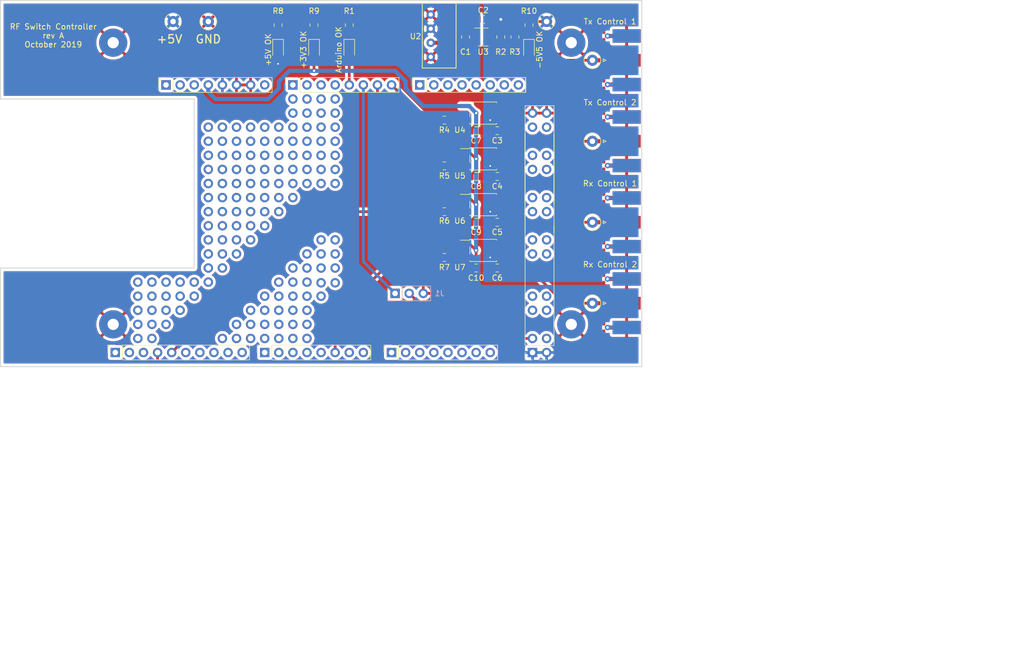
<source format=kicad_pcb>
(kicad_pcb (version 20171130) (host pcbnew "(5.1.4-0-10_14)")

  (general
    (thickness 1.6)
    (drawings 28)
    (tracks 161)
    (zones 0)
    (modules 189)
    (nets 84)
  )

  (page A4)
  (layers
    (0 F.Cu signal)
    (31 B.Cu signal)
    (32 B.Adhes user)
    (33 F.Adhes user)
    (34 B.Paste user)
    (35 F.Paste user)
    (36 B.SilkS user)
    (37 F.SilkS user)
    (38 B.Mask user)
    (39 F.Mask user)
    (40 Dwgs.User user)
    (41 Cmts.User user)
    (42 Eco1.User user)
    (43 Eco2.User user)
    (44 Edge.Cuts user)
    (45 Margin user)
    (46 B.CrtYd user)
    (47 F.CrtYd user)
    (48 B.Fab user hide)
    (49 F.Fab user hide)
  )

  (setup
    (last_trace_width 0.25)
    (user_trace_width 0.2)
    (user_trace_width 0.35)
    (user_trace_width 0.5)
    (user_trace_width 0.75)
    (user_trace_width 1)
    (user_trace_width 1.5)
    (trace_clearance 0.2)
    (zone_clearance 0.508)
    (zone_45_only no)
    (trace_min 0.2)
    (via_size 0.8)
    (via_drill 0.4)
    (via_min_size 0.4)
    (via_min_drill 0.3)
    (user_via 0.4 0.3)
    (user_via 0.4 0.3)
    (user_via 0.5 0.3)
    (user_via 0.8 0.5)
    (user_via 1 0.7)
    (user_via 1.5 1)
    (uvia_size 0.3)
    (uvia_drill 0.1)
    (uvias_allowed no)
    (uvia_min_size 0.2)
    (uvia_min_drill 0.1)
    (edge_width 0.15)
    (segment_width 0.2)
    (pcb_text_width 0.3)
    (pcb_text_size 1.5 1.5)
    (mod_edge_width 0.15)
    (mod_text_size 1 1)
    (mod_text_width 0.15)
    (pad_size 5.08 5.08)
    (pad_drill 2.032)
    (pad_to_mask_clearance 0.051)
    (solder_mask_min_width 0.25)
    (aux_axis_origin 0 0)
    (visible_elements FFFFFF7F)
    (pcbplotparams
      (layerselection 0x010fc_ffffffff)
      (usegerberextensions false)
      (usegerberattributes false)
      (usegerberadvancedattributes false)
      (creategerberjobfile false)
      (excludeedgelayer true)
      (linewidth 0.100000)
      (plotframeref false)
      (viasonmask false)
      (mode 1)
      (useauxorigin false)
      (hpglpennumber 1)
      (hpglpenspeed 20)
      (hpglpendiameter 15.000000)
      (psnegative false)
      (psa4output false)
      (plotreference true)
      (plotvalue true)
      (plotinvisibletext false)
      (padsonsilk false)
      (subtractmaskfromsilk false)
      (outputformat 1)
      (mirror false)
      (drillshape 1)
      (scaleselection 1)
      (outputdirectory ""))
  )

  (net 0 "")
  (net 1 +5V)
  (net 2 "Net-(D1-Pad1)")
  (net 3 "Net-(D1-Pad2)")
  (net 4 "Net-(D2-Pad1)")
  (net 5 "Net-(D3-Pad1)")
  (net 6 "Net-(U1-Pad1)")
  (net 7 "Net-(U1-Pad2)")
  (net 8 "Net-(U1-Pad3)")
  (net 9 "Net-(U1-Pad8)")
  (net 10 "Net-(U1-Pad11)")
  (net 11 "Net-(U1-Pad9)")
  (net 12 "Net-(U1-Pad10)")
  (net 13 "Net-(U1-Pad24)")
  (net 14 "Net-(U1-Pad22)")
  (net 15 "Net-(U1-Pad19)")
  (net 16 "Net-(U1-Pad21)")
  (net 17 "Net-(U1-Pad17)")
  (net 18 "Net-(U1-Pad23)")
  (net 19 "Net-(U1-Pad25)")
  (net 20 "Net-(U1-Pad29)")
  (net 21 "Net-(U1-Pad27)")
  (net 22 "Net-(U1-Pad30)")
  (net 23 "Net-(U1-Pad28)")
  (net 24 "Net-(U1-Pad32)")
  (net 25 "Net-(U1-Pad31)")
  (net 26 "Net-(U1-Pad26)")
  (net 27 "Net-(U1-Pad33)")
  (net 28 "Net-(U1-Pad37)")
  (net 29 "Net-(U1-Pad38)")
  (net 30 "Net-(U1-Pad40)")
  (net 31 "Net-(U1-Pad39)")
  (net 32 "Net-(U1-Pad34)")
  (net 33 "Net-(U1-Pad43)")
  (net 34 "Net-(U1-Pad45)")
  (net 35 "Net-(U1-Pad48)")
  (net 36 "Net-(U1-Pad50)")
  (net 37 "Net-(U1-Pad49)")
  (net 38 "Net-(U1-Pad41)")
  (net 39 "Net-(U1-Pad44)")
  (net 40 "Net-(U1-Pad42)")
  (net 41 "Net-(U1-Pad61)")
  (net 42 "Net-(U1-Pad65)")
  (net 43 "Net-(U1-Pad64)")
  (net 44 "Net-(U1-Pad76)")
  (net 45 "Net-(U1-Pad72)")
  (net 46 "Net-(U1-Pad73)")
  (net 47 "Net-(U1-Pad70)")
  (net 48 "Net-(U1-Pad55)")
  (net 49 "Net-(U1-Pad58)")
  (net 50 "Net-(U1-Pad54)")
  (net 51 "Net-(U1-Pad80)")
  (net 52 "Net-(U1-Pad82)")
  (net 53 "Net-(U1-Pad79)")
  (net 54 "Net-(U1-Pad83)")
  (net 55 "Net-(U1-Pad77)")
  (net 56 "Net-(U1-Pad60)")
  (net 57 "Net-(U1-Pad57)")
  (net 58 "Net-(U1-Pad52)")
  (net 59 "Net-(U1-Pad85)")
  (net 60 "Net-(U1-Pad36)")
  (net 61 GND)
  (net 62 "Net-(C1-Pad1)")
  (net 63 -5V5)
  (net 64 +3V3)
  (net 65 "Net-(D4-Pad1)")
  (net 66 /Sync_IN)
  (net 67 /Clk_IN)
  (net 68 "Net-(J2-Pad1)")
  (net 69 "Net-(J3-Pad1)")
  (net 70 "Net-(J4-Pad1)")
  (net 71 "Net-(J5-Pad1)")
  (net 72 "Net-(R2-Pad2)")
  (net 73 "Net-(R4-Pad1)")
  (net 74 "Net-(R5-Pad1)")
  (net 75 "Net-(R6-Pad1)")
  (net 76 "Net-(R7-Pad1)")
  (net 77 "Net-(U1-Pad20)")
  (net 78 "Net-(U1-Pad12)")
  (net 79 "Net-(U1-Pad18)")
  (net 80 /Tx_Ctrl1_TTL)
  (net 81 /Tx_Ctrl2_TTL)
  (net 82 /Rx_Ctrl1_TTL)
  (net 83 /Rx_Ctrl2_TTL)

  (net_class Default "This is the default net class."
    (clearance 0.2)
    (trace_width 0.25)
    (via_dia 0.8)
    (via_drill 0.4)
    (uvia_dia 0.3)
    (uvia_drill 0.1)
    (add_net +3V3)
    (add_net +5V)
    (add_net -5V5)
    (add_net /Clk_IN)
    (add_net /Rx_Ctrl1_TTL)
    (add_net /Rx_Ctrl2_TTL)
    (add_net /Sync_IN)
    (add_net /Tx_Ctrl1_TTL)
    (add_net /Tx_Ctrl2_TTL)
    (add_net GND)
    (add_net "Net-(C1-Pad1)")
    (add_net "Net-(D1-Pad1)")
    (add_net "Net-(D1-Pad2)")
    (add_net "Net-(D2-Pad1)")
    (add_net "Net-(D3-Pad1)")
    (add_net "Net-(D4-Pad1)")
    (add_net "Net-(J2-Pad1)")
    (add_net "Net-(J3-Pad1)")
    (add_net "Net-(J4-Pad1)")
    (add_net "Net-(J5-Pad1)")
    (add_net "Net-(R2-Pad2)")
    (add_net "Net-(R4-Pad1)")
    (add_net "Net-(R5-Pad1)")
    (add_net "Net-(R6-Pad1)")
    (add_net "Net-(R7-Pad1)")
    (add_net "Net-(U1-Pad1)")
    (add_net "Net-(U1-Pad10)")
    (add_net "Net-(U1-Pad11)")
    (add_net "Net-(U1-Pad12)")
    (add_net "Net-(U1-Pad17)")
    (add_net "Net-(U1-Pad18)")
    (add_net "Net-(U1-Pad19)")
    (add_net "Net-(U1-Pad2)")
    (add_net "Net-(U1-Pad20)")
    (add_net "Net-(U1-Pad21)")
    (add_net "Net-(U1-Pad22)")
    (add_net "Net-(U1-Pad23)")
    (add_net "Net-(U1-Pad24)")
    (add_net "Net-(U1-Pad25)")
    (add_net "Net-(U1-Pad26)")
    (add_net "Net-(U1-Pad27)")
    (add_net "Net-(U1-Pad28)")
    (add_net "Net-(U1-Pad29)")
    (add_net "Net-(U1-Pad3)")
    (add_net "Net-(U1-Pad30)")
    (add_net "Net-(U1-Pad31)")
    (add_net "Net-(U1-Pad32)")
    (add_net "Net-(U1-Pad33)")
    (add_net "Net-(U1-Pad34)")
    (add_net "Net-(U1-Pad36)")
    (add_net "Net-(U1-Pad37)")
    (add_net "Net-(U1-Pad38)")
    (add_net "Net-(U1-Pad39)")
    (add_net "Net-(U1-Pad40)")
    (add_net "Net-(U1-Pad41)")
    (add_net "Net-(U1-Pad42)")
    (add_net "Net-(U1-Pad43)")
    (add_net "Net-(U1-Pad44)")
    (add_net "Net-(U1-Pad45)")
    (add_net "Net-(U1-Pad48)")
    (add_net "Net-(U1-Pad49)")
    (add_net "Net-(U1-Pad50)")
    (add_net "Net-(U1-Pad52)")
    (add_net "Net-(U1-Pad54)")
    (add_net "Net-(U1-Pad55)")
    (add_net "Net-(U1-Pad57)")
    (add_net "Net-(U1-Pad58)")
    (add_net "Net-(U1-Pad60)")
    (add_net "Net-(U1-Pad61)")
    (add_net "Net-(U1-Pad64)")
    (add_net "Net-(U1-Pad65)")
    (add_net "Net-(U1-Pad70)")
    (add_net "Net-(U1-Pad72)")
    (add_net "Net-(U1-Pad73)")
    (add_net "Net-(U1-Pad76)")
    (add_net "Net-(U1-Pad77)")
    (add_net "Net-(U1-Pad79)")
    (add_net "Net-(U1-Pad8)")
    (add_net "Net-(U1-Pad80)")
    (add_net "Net-(U1-Pad82)")
    (add_net "Net-(U1-Pad83)")
    (add_net "Net-(U1-Pad85)")
    (add_net "Net-(U1-Pad9)")
  )

  (module RF_Switch_Controller:Hole (layer F.Cu) (tedit 5D2355F3) (tstamp 5DFDF58E)
    (at 116.84 132.08)
    (fp_text reference "" (at 0.508 4.064) (layer F.SilkS)
      (effects (font (size 1 1) (thickness 0.15)))
    )
    (fp_text value Hole (at 0.254 2.286) (layer F.Fab)
      (effects (font (size 1 1) (thickness 0.15)))
    )
    (pad "" thru_hole oval (at 0 0 270) (size 1.7 1.7) (drill 1) (layers *.Cu *.Mask))
  )

  (module RF_Switch_Controller:Hole (layer F.Cu) (tedit 5D2355F3) (tstamp 5DFDF4A7)
    (at 121.92 127)
    (fp_text reference "" (at 0.508 4.064) (layer F.SilkS)
      (effects (font (size 1 1) (thickness 0.15)))
    )
    (fp_text value Hole (at 0.254 2.286) (layer F.Fab)
      (effects (font (size 1 1) (thickness 0.15)))
    )
    (pad "" thru_hole oval (at 0 0 270) (size 1.7 1.7) (drill 1) (layers *.Cu *.Mask))
  )

  (module RF_Switch_Controller:Hole (layer F.Cu) (tedit 5D2355F3) (tstamp 5DFDF2DD)
    (at 119.38 127)
    (fp_text reference "" (at 0.508 4.064) (layer F.SilkS)
      (effects (font (size 1 1) (thickness 0.15)))
    )
    (fp_text value Hole (at 0.254 2.286) (layer F.Fab)
      (effects (font (size 1 1) (thickness 0.15)))
    )
    (pad "" thru_hole oval (at 0 0 270) (size 1.7 1.7) (drill 1) (layers *.Cu *.Mask))
  )

  (module RF_Switch_Controller:Hole (layer F.Cu) (tedit 5D2355F3) (tstamp 5DFDF2D9)
    (at 119.38 129.54)
    (fp_text reference "" (at 0.508 4.064) (layer F.SilkS)
      (effects (font (size 1 1) (thickness 0.15)))
    )
    (fp_text value Hole (at 0.254 2.286) (layer F.Fab)
      (effects (font (size 1 1) (thickness 0.15)))
    )
    (pad "" thru_hole oval (at 0 0 270) (size 1.7 1.7) (drill 1) (layers *.Cu *.Mask))
  )

  (module RF_Switch_Controller:Hole (layer F.Cu) (tedit 5D2355F3) (tstamp 5DFDF2CD)
    (at 116.84 129.54)
    (fp_text reference "" (at 0.508 4.064) (layer F.SilkS)
      (effects (font (size 1 1) (thickness 0.15)))
    )
    (fp_text value Hole (at 0.254 2.286) (layer F.Fab)
      (effects (font (size 1 1) (thickness 0.15)))
    )
    (pad "" thru_hole oval (at 0 0 270) (size 1.7 1.7) (drill 1) (layers *.Cu *.Mask))
  )

  (module RF_Switch_Controller:Hole (layer F.Cu) (tedit 5D2355F3) (tstamp 5DFDF2C9)
    (at 116.84 127)
    (fp_text reference "" (at 0.508 4.064) (layer F.SilkS)
      (effects (font (size 1 1) (thickness 0.15)))
    )
    (fp_text value Hole (at 0.254 2.286) (layer F.Fab)
      (effects (font (size 1 1) (thickness 0.15)))
    )
    (pad "" thru_hole oval (at 0 0 270) (size 1.7 1.7) (drill 1) (layers *.Cu *.Mask))
  )

  (module RF_Switch_Controller:Hole (layer F.Cu) (tedit 5D2355F3) (tstamp 5DFDF2C1)
    (at 121.92 124.46)
    (fp_text reference "" (at 0.508 4.064) (layer F.SilkS)
      (effects (font (size 1 1) (thickness 0.15)))
    )
    (fp_text value Hole (at 0.254 2.286) (layer F.Fab)
      (effects (font (size 1 1) (thickness 0.15)))
    )
    (pad "" thru_hole oval (at 0 0 270) (size 1.7 1.7) (drill 1) (layers *.Cu *.Mask))
  )

  (module RF_Switch_Controller:Hole (layer F.Cu) (tedit 5D2355F3) (tstamp 5DFDF2B5)
    (at 116.84 124.46)
    (fp_text reference "" (at 0.508 4.064) (layer F.SilkS)
      (effects (font (size 1 1) (thickness 0.15)))
    )
    (fp_text value Hole (at 0.254 2.286) (layer F.Fab)
      (effects (font (size 1 1) (thickness 0.15)))
    )
    (pad "" thru_hole oval (at 0 0 270) (size 1.7 1.7) (drill 1) (layers *.Cu *.Mask))
  )

  (module RF_Switch_Controller:Hole (layer F.Cu) (tedit 5D2355F3) (tstamp 5DFDF2B1)
    (at 119.38 124.46)
    (fp_text reference "" (at 0.508 4.064) (layer F.SilkS)
      (effects (font (size 1 1) (thickness 0.15)))
    )
    (fp_text value Hole (at 0.254 2.286) (layer F.Fab)
      (effects (font (size 1 1) (thickness 0.15)))
    )
    (pad "" thru_hole oval (at 0 0 270) (size 1.7 1.7) (drill 1) (layers *.Cu *.Mask))
  )

  (module RF_Switch_Controller:Hole (layer F.Cu) (tedit 5D2355F3) (tstamp 5DFDF2A5)
    (at 111.76 124.46)
    (fp_text reference "" (at 0.508 4.064) (layer F.SilkS)
      (effects (font (size 1 1) (thickness 0.15)))
    )
    (fp_text value Hole (at 0.254 2.286) (layer F.Fab)
      (effects (font (size 1 1) (thickness 0.15)))
    )
    (pad "" thru_hole oval (at 0 0 270) (size 1.7 1.7) (drill 1) (layers *.Cu *.Mask))
  )

  (module RF_Switch_Controller:Hole (layer F.Cu) (tedit 5D2355F3) (tstamp 5DFDF2A1)
    (at 114.3 124.46)
    (fp_text reference "" (at 0.508 4.064) (layer F.SilkS)
      (effects (font (size 1 1) (thickness 0.15)))
    )
    (fp_text value Hole (at 0.254 2.286) (layer F.Fab)
      (effects (font (size 1 1) (thickness 0.15)))
    )
    (pad "" thru_hole oval (at 0 0 270) (size 1.7 1.7) (drill 1) (layers *.Cu *.Mask))
  )

  (module RF_Switch_Controller:Hole (layer F.Cu) (tedit 5D2355F3) (tstamp 5DFDF28D)
    (at 111.76 129.54)
    (fp_text reference "" (at 0.508 4.064) (layer F.SilkS)
      (effects (font (size 1 1) (thickness 0.15)))
    )
    (fp_text value Hole (at 0.254 2.286) (layer F.Fab)
      (effects (font (size 1 1) (thickness 0.15)))
    )
    (pad "" thru_hole oval (at 0 0 270) (size 1.7 1.7) (drill 1) (layers *.Cu *.Mask))
  )

  (module RF_Switch_Controller:Hole (layer F.Cu) (tedit 5D2355F3) (tstamp 5DFDF289)
    (at 114.3 129.54)
    (fp_text reference "" (at 0.508 4.064) (layer F.SilkS)
      (effects (font (size 1 1) (thickness 0.15)))
    )
    (fp_text value Hole (at 0.254 2.286) (layer F.Fab)
      (effects (font (size 1 1) (thickness 0.15)))
    )
    (pad "" thru_hole oval (at 0 0 270) (size 1.7 1.7) (drill 1) (layers *.Cu *.Mask))
  )

  (module RF_Switch_Controller:Hole (layer F.Cu) (tedit 5D2355F3) (tstamp 5DFDF285)
    (at 111.76 127)
    (fp_text reference "" (at 0.508 4.064) (layer F.SilkS)
      (effects (font (size 1 1) (thickness 0.15)))
    )
    (fp_text value Hole (at 0.254 2.286) (layer F.Fab)
      (effects (font (size 1 1) (thickness 0.15)))
    )
    (pad "" thru_hole oval (at 0 0 270) (size 1.7 1.7) (drill 1) (layers *.Cu *.Mask))
  )

  (module RF_Switch_Controller:Hole (layer F.Cu) (tedit 5D2355F3) (tstamp 5DFDF281)
    (at 114.3 127)
    (fp_text reference "" (at 0.508 4.064) (layer F.SilkS)
      (effects (font (size 1 1) (thickness 0.15)))
    )
    (fp_text value Hole (at 0.254 2.286) (layer F.Fab)
      (effects (font (size 1 1) (thickness 0.15)))
    )
    (pad "" thru_hole oval (at 0 0 270) (size 1.7 1.7) (drill 1) (layers *.Cu *.Mask))
  )

  (module RF_Switch_Controller:Hole (layer F.Cu) (tedit 5D2355F3) (tstamp 5DFDF275)
    (at 111.76 132.08)
    (fp_text reference "" (at 0.508 4.064) (layer F.SilkS)
      (effects (font (size 1 1) (thickness 0.15)))
    )
    (fp_text value Hole (at 0.254 2.286) (layer F.Fab)
      (effects (font (size 1 1) (thickness 0.15)))
    )
    (pad "" thru_hole oval (at 0 0 270) (size 1.7 1.7) (drill 1) (layers *.Cu *.Mask))
  )

  (module RF_Switch_Controller:Hole (layer F.Cu) (tedit 5D2355F3) (tstamp 5DFDF271)
    (at 114.3 132.08)
    (fp_text reference "" (at 0.508 4.064) (layer F.SilkS)
      (effects (font (size 1 1) (thickness 0.15)))
    )
    (fp_text value Hole (at 0.254 2.286) (layer F.Fab)
      (effects (font (size 1 1) (thickness 0.15)))
    )
    (pad "" thru_hole oval (at 0 0 270) (size 1.7 1.7) (drill 1) (layers *.Cu *.Mask))
  )

  (module RF_Switch_Controller:Hole (layer F.Cu) (tedit 5D2355F3) (tstamp 5DFDEDFE)
    (at 144.78 127)
    (fp_text reference "" (at 0.508 4.064) (layer F.SilkS)
      (effects (font (size 1 1) (thickness 0.15)))
    )
    (fp_text value Hole (at 0.254 2.286) (layer F.Fab)
      (effects (font (size 1 1) (thickness 0.15)))
    )
    (pad "" thru_hole oval (at 0 0 270) (size 1.7 1.7) (drill 1) (layers *.Cu *.Mask))
  )

  (module RF_Switch_Controller:Hole (layer F.Cu) (tedit 5D2355F3) (tstamp 5DFDED17)
    (at 147.32 124.587)
    (fp_text reference "" (at 0.508 4.064) (layer F.SilkS)
      (effects (font (size 1 1) (thickness 0.15)))
    )
    (fp_text value Hole (at 0.254 2.286) (layer F.Fab)
      (effects (font (size 1 1) (thickness 0.15)))
    )
    (pad "" thru_hole oval (at 0 0 270) (size 1.7 1.7) (drill 1) (layers *.Cu *.Mask))
  )

  (module RF_Switch_Controller:Hole (layer F.Cu) (tedit 5D2355F3) (tstamp 5DFDEC30)
    (at 144.78 124.587)
    (fp_text reference "" (at 0.508 4.064) (layer F.SilkS)
      (effects (font (size 1 1) (thickness 0.15)))
    )
    (fp_text value Hole (at 0.254 2.286) (layer F.Fab)
      (effects (font (size 1 1) (thickness 0.15)))
    )
    (pad "" thru_hole oval (at 0 0 270) (size 1.7 1.7) (drill 1) (layers *.Cu *.Mask))
  )

  (module RF_Switch_Controller:Hole (layer F.Cu) (tedit 5D2355F3) (tstamp 5DFD1E2F)
    (at 124.46 119.38)
    (fp_text reference "" (at 0.508 4.064) (layer F.SilkS)
      (effects (font (size 1 1) (thickness 0.15)))
    )
    (fp_text value Hole (at 0.254 2.286) (layer F.Fab)
      (effects (font (size 1 1) (thickness 0.15)))
    )
    (pad "" thru_hole oval (at 0 0 270) (size 1.7 1.7) (drill 1) (layers *.Cu *.Mask))
  )

  (module RF_Switch_Controller:Hole (layer F.Cu) (tedit 5D2355F3) (tstamp 5DFD1E27)
    (at 124.46 109.22)
    (fp_text reference "" (at 0.508 4.064) (layer F.SilkS)
      (effects (font (size 1 1) (thickness 0.15)))
    )
    (fp_text value Hole (at 0.254 2.286) (layer F.Fab)
      (effects (font (size 1 1) (thickness 0.15)))
    )
    (pad "" thru_hole oval (at 0 0 270) (size 1.7 1.7) (drill 1) (layers *.Cu *.Mask))
  )

  (module RF_Switch_Controller:Hole (layer F.Cu) (tedit 5D2355F3) (tstamp 5DFD1E23)
    (at 124.46 121.92)
    (fp_text reference "" (at 0.508 4.064) (layer F.SilkS)
      (effects (font (size 1 1) (thickness 0.15)))
    )
    (fp_text value Hole (at 0.254 2.286) (layer F.Fab)
      (effects (font (size 1 1) (thickness 0.15)))
    )
    (pad "" thru_hole oval (at 0 0 270) (size 1.7 1.7) (drill 1) (layers *.Cu *.Mask))
  )

  (module RF_Switch_Controller:Hole (layer F.Cu) (tedit 5D2355F3) (tstamp 5DFD1E1F)
    (at 124.46 124.46)
    (fp_text reference "" (at 0.508 4.064) (layer F.SilkS)
      (effects (font (size 1 1) (thickness 0.15)))
    )
    (fp_text value Hole (at 0.254 2.286) (layer F.Fab)
      (effects (font (size 1 1) (thickness 0.15)))
    )
    (pad "" thru_hole oval (at 0 0 270) (size 1.7 1.7) (drill 1) (layers *.Cu *.Mask))
  )

  (module RF_Switch_Controller:Hole (layer F.Cu) (tedit 5D2355F3) (tstamp 5DFD1E1B)
    (at 124.46 116.84)
    (fp_text reference "" (at 0.508 4.064) (layer F.SilkS)
      (effects (font (size 1 1) (thickness 0.15)))
    )
    (fp_text value Hole (at 0.254 2.286) (layer F.Fab)
      (effects (font (size 1 1) (thickness 0.15)))
    )
    (pad "" thru_hole oval (at 0 0 270) (size 1.7 1.7) (drill 1) (layers *.Cu *.Mask))
  )

  (module RF_Switch_Controller:Hole (layer F.Cu) (tedit 5D2355F3) (tstamp 5DFD1E13)
    (at 124.46 101.6)
    (fp_text reference "" (at 0.508 4.064) (layer F.SilkS)
      (effects (font (size 1 1) (thickness 0.15)))
    )
    (fp_text value Hole (at 0.254 2.286) (layer F.Fab)
      (effects (font (size 1 1) (thickness 0.15)))
    )
    (pad "" thru_hole oval (at 0 0 270) (size 1.7 1.7) (drill 1) (layers *.Cu *.Mask))
  )

  (module RF_Switch_Controller:Hole (layer F.Cu) (tedit 5D2355F3) (tstamp 5DFD1E0F)
    (at 124.46 104.14)
    (fp_text reference "" (at 0.508 4.064) (layer F.SilkS)
      (effects (font (size 1 1) (thickness 0.15)))
    )
    (fp_text value Hole (at 0.254 2.286) (layer F.Fab)
      (effects (font (size 1 1) (thickness 0.15)))
    )
    (pad "" thru_hole oval (at 0 0 270) (size 1.7 1.7) (drill 1) (layers *.Cu *.Mask))
  )

  (module RF_Switch_Controller:Hole (layer F.Cu) (tedit 5D2355F3) (tstamp 5DFD1E07)
    (at 124.46 96.52)
    (fp_text reference "" (at 0.508 4.064) (layer F.SilkS)
      (effects (font (size 1 1) (thickness 0.15)))
    )
    (fp_text value Hole (at 0.254 2.286) (layer F.Fab)
      (effects (font (size 1 1) (thickness 0.15)))
    )
    (pad "" thru_hole oval (at 0 0 270) (size 1.7 1.7) (drill 1) (layers *.Cu *.Mask))
  )

  (module RF_Switch_Controller:Hole (layer F.Cu) (tedit 5D2355F3) (tstamp 5DFD1E03)
    (at 124.46 111.76)
    (fp_text reference "" (at 0.508 4.064) (layer F.SilkS)
      (effects (font (size 1 1) (thickness 0.15)))
    )
    (fp_text value Hole (at 0.254 2.286) (layer F.Fab)
      (effects (font (size 1 1) (thickness 0.15)))
    )
    (pad "" thru_hole oval (at 0 0 270) (size 1.7 1.7) (drill 1) (layers *.Cu *.Mask))
  )

  (module RF_Switch_Controller:Hole (layer F.Cu) (tedit 5D2355F3) (tstamp 5DFD1DFF)
    (at 124.46 114.3)
    (fp_text reference "" (at 0.508 4.064) (layer F.SilkS)
      (effects (font (size 1 1) (thickness 0.15)))
    )
    (fp_text value Hole (at 0.254 2.286) (layer F.Fab)
      (effects (font (size 1 1) (thickness 0.15)))
    )
    (pad "" thru_hole oval (at 0 0 270) (size 1.7 1.7) (drill 1) (layers *.Cu *.Mask))
  )

  (module RF_Switch_Controller:Hole (layer F.Cu) (tedit 5D2355F3) (tstamp 5DFD1DFB)
    (at 124.46 99.06)
    (fp_text reference "" (at 0.508 4.064) (layer F.SilkS)
      (effects (font (size 1 1) (thickness 0.15)))
    )
    (fp_text value Hole (at 0.254 2.286) (layer F.Fab)
      (effects (font (size 1 1) (thickness 0.15)))
    )
    (pad "" thru_hole oval (at 0 0 270) (size 1.7 1.7) (drill 1) (layers *.Cu *.Mask))
  )

  (module RF_Switch_Controller:Hole (layer F.Cu) (tedit 5D2355F3) (tstamp 5DFD1DF7)
    (at 124.46 106.68)
    (fp_text reference "" (at 0.508 4.064) (layer F.SilkS)
      (effects (font (size 1 1) (thickness 0.15)))
    )
    (fp_text value Hole (at 0.254 2.286) (layer F.Fab)
      (effects (font (size 1 1) (thickness 0.15)))
    )
    (pad "" thru_hole oval (at 0 0 270) (size 1.7 1.7) (drill 1) (layers *.Cu *.Mask))
  )

  (module RF_Switch_Controller:Hole (layer F.Cu) (tedit 5D2355F3) (tstamp 5DFD05CA)
    (at 114.3 134.62)
    (fp_text reference "" (at 0.508 4.064) (layer F.SilkS)
      (effects (font (size 1 1) (thickness 0.15)))
    )
    (fp_text value Hole (at 0.254 2.286) (layer F.Fab)
      (effects (font (size 1 1) (thickness 0.15)))
    )
    (pad "" thru_hole oval (at 0 0 270) (size 1.7 1.7) (drill 1) (layers *.Cu *.Mask))
  )

  (module RF_Switch_Controller:Hole (layer F.Cu) (tedit 5D2355F3) (tstamp 5DFD05C6)
    (at 111.76 134.62)
    (fp_text reference "" (at 0.508 4.064) (layer F.SilkS)
      (effects (font (size 1 1) (thickness 0.15)))
    )
    (fp_text value Hole (at 0.254 2.286) (layer F.Fab)
      (effects (font (size 1 1) (thickness 0.15)))
    )
    (pad "" thru_hole oval (at 0 0 270) (size 1.7 1.7) (drill 1) (layers *.Cu *.Mask))
  )

  (module RF_Switch_Controller:PinSocket_1x03_P2.54mm (layer B.Cu) (tedit 5DB388B6) (tstamp 5D3C162B)
    (at 158.115 126.492 270)
    (path /5D237055)
    (fp_text reference J1 (at 0 -8.001) (layer B.SilkS)
      (effects (font (size 1 1) (thickness 0.15)) (justify mirror))
    )
    (fp_text value Interboard_Conn (at 0 -7.85 270) (layer B.Fab)
      (effects (font (size 1 1) (thickness 0.15)) (justify mirror))
    )
    (fp_line (start -1.27 1.27) (end 0.635 1.27) (layer B.Fab) (width 0.1))
    (fp_line (start 0.635 1.27) (end 1.27 0.635) (layer B.Fab) (width 0.1))
    (fp_line (start 1.27 0.635) (end 1.27 -6.35) (layer B.Fab) (width 0.1))
    (fp_line (start 1.27 -6.35) (end -1.27 -6.35) (layer B.Fab) (width 0.1))
    (fp_line (start -1.27 -6.35) (end -1.27 1.27) (layer B.Fab) (width 0.1))
    (fp_line (start -1.33 -1.27) (end 1.33 -1.27) (layer B.SilkS) (width 0.12))
    (fp_line (start -1.33 -1.27) (end -1.33 -6.41) (layer B.SilkS) (width 0.12))
    (fp_line (start -1.33 -6.41) (end 1.33 -6.41) (layer B.SilkS) (width 0.12))
    (fp_line (start 1.33 -1.27) (end 1.33 -6.41) (layer B.SilkS) (width 0.12))
    (fp_line (start 1.33 1.33) (end 1.33 0) (layer B.SilkS) (width 0.12))
    (fp_line (start 0 1.33) (end 1.33 1.33) (layer B.SilkS) (width 0.12))
    (fp_line (start -1.8 1.8) (end 1.75 1.8) (layer B.CrtYd) (width 0.05))
    (fp_line (start 1.75 1.8) (end 1.75 -6.85) (layer B.CrtYd) (width 0.05))
    (fp_line (start 1.75 -6.85) (end -1.8 -6.85) (layer B.CrtYd) (width 0.05))
    (fp_line (start -1.8 -6.85) (end -1.8 1.8) (layer B.CrtYd) (width 0.05))
    (fp_text user %R (at 0 -2.54 180) (layer B.Fab)
      (effects (font (size 1 1) (thickness 0.15)) (justify mirror))
    )
    (pad 1 thru_hole rect (at 0 0 270) (size 1.7 1.7) (drill 1) (layers *.Cu *.Mask)
      (net 66 /Sync_IN))
    (pad 2 thru_hole oval (at 0 -2.54 270) (size 1.7 1.7) (drill 1) (layers *.Cu *.Mask)
      (net 67 /Clk_IN))
    (pad 3 thru_hole oval (at 0 -5.08 270) (size 1.7 1.7) (drill 1) (layers *.Cu *.Mask)
      (net 61 GND))
    (model ${KISYS3DMOD}/Connector_PinSocket_2.54mm.3dshapes/PinSocket_1x03_P2.54mm_Vertical.wrl
      (at (xyz 0 0 0))
      (scale (xyz 1 1 1))
      (rotate (xyz 0 0 0))
    )
  )

  (module RF_Switch_Controller:Hole (layer F.Cu) (tedit 5D2355F3) (tstamp 5D3B4DA3)
    (at 132.08 129.54)
    (fp_text reference "" (at 0.508 4.064) (layer F.SilkS)
      (effects (font (size 1 1) (thickness 0.15)))
    )
    (fp_text value Hole (at 0.254 2.286) (layer F.Fab)
      (effects (font (size 1 1) (thickness 0.15)))
    )
    (pad "" thru_hole oval (at 0 0 270) (size 1.7 1.7) (drill 1) (layers *.Cu *.Mask))
  )

  (module RF_Switch_Controller:Hole (layer F.Cu) (tedit 5D2355F3) (tstamp 5D3B4D8F)
    (at 127 119.38)
    (fp_text reference "" (at 0.508 4.064) (layer F.SilkS)
      (effects (font (size 1 1) (thickness 0.15)))
    )
    (fp_text value Hole (at 0.254 2.286) (layer F.Fab)
      (effects (font (size 1 1) (thickness 0.15)))
    )
    (pad "" thru_hole oval (at 0 0 270) (size 1.7 1.7) (drill 1) (layers *.Cu *.Mask))
  )

  (module RF_Switch_Controller:Hole (layer F.Cu) (tedit 5D2355F3) (tstamp 5D3B4D8B)
    (at 129.54 116.84)
    (fp_text reference "" (at 0.508 4.064) (layer F.SilkS)
      (effects (font (size 1 1) (thickness 0.15)))
    )
    (fp_text value Hole (at 0.254 2.286) (layer F.Fab)
      (effects (font (size 1 1) (thickness 0.15)))
    )
    (pad "" thru_hole oval (at 0 0 270) (size 1.7 1.7) (drill 1) (layers *.Cu *.Mask))
  )

  (module RF_Switch_Controller:Hole (layer F.Cu) (tedit 5D2355F3) (tstamp 5D3B4D83)
    (at 132.08 116.84)
    (fp_text reference "" (at 0.508 4.064) (layer F.SilkS)
      (effects (font (size 1 1) (thickness 0.15)))
    )
    (fp_text value Hole (at 0.254 2.286) (layer F.Fab)
      (effects (font (size 1 1) (thickness 0.15)))
    )
    (pad "" thru_hole oval (at 0 0 270) (size 1.7 1.7) (drill 1) (layers *.Cu *.Mask))
  )

  (module RF_Switch_Controller:Hole (layer F.Cu) (tedit 5D2355F3) (tstamp 5D3B4D7F)
    (at 129.54 119.38)
    (fp_text reference "" (at 0.508 4.064) (layer F.SilkS)
      (effects (font (size 1 1) (thickness 0.15)))
    )
    (fp_text value Hole (at 0.254 2.286) (layer F.Fab)
      (effects (font (size 1 1) (thickness 0.15)))
    )
    (pad "" thru_hole oval (at 0 0 270) (size 1.7 1.7) (drill 1) (layers *.Cu *.Mask))
  )

  (module RF_Switch_Controller:Hole (layer F.Cu) (tedit 5D2355F3) (tstamp 5D3B4D77)
    (at 129.54 106.68)
    (fp_text reference "" (at 0.508 4.064) (layer F.SilkS)
      (effects (font (size 1 1) (thickness 0.15)))
    )
    (fp_text value Hole (at 0.254 2.286) (layer F.Fab)
      (effects (font (size 1 1) (thickness 0.15)))
    )
    (pad "" thru_hole oval (at 0 0 270) (size 1.7 1.7) (drill 1) (layers *.Cu *.Mask))
  )

  (module RF_Switch_Controller:Hole (layer F.Cu) (tedit 5D2355F3) (tstamp 5D3B4D73)
    (at 127 109.22)
    (fp_text reference "" (at 0.508 4.064) (layer F.SilkS)
      (effects (font (size 1 1) (thickness 0.15)))
    )
    (fp_text value Hole (at 0.254 2.286) (layer F.Fab)
      (effects (font (size 1 1) (thickness 0.15)))
    )
    (pad "" thru_hole oval (at 0 0 270) (size 1.7 1.7) (drill 1) (layers *.Cu *.Mask))
  )

  (module RF_Switch_Controller:Hole (layer F.Cu) (tedit 5D2355F3) (tstamp 5D3B4D6F)
    (at 132.08 109.22)
    (fp_text reference "" (at 0.508 4.064) (layer F.SilkS)
      (effects (font (size 1 1) (thickness 0.15)))
    )
    (fp_text value Hole (at 0.254 2.286) (layer F.Fab)
      (effects (font (size 1 1) (thickness 0.15)))
    )
    (pad "" thru_hole oval (at 0 0 270) (size 1.7 1.7) (drill 1) (layers *.Cu *.Mask))
  )

  (module RF_Switch_Controller:Hole (layer F.Cu) (tedit 5D2355F3) (tstamp 5D3B4D6B)
    (at 132.08 106.68)
    (fp_text reference "" (at 0.508 4.064) (layer F.SilkS)
      (effects (font (size 1 1) (thickness 0.15)))
    )
    (fp_text value Hole (at 0.254 2.286) (layer F.Fab)
      (effects (font (size 1 1) (thickness 0.15)))
    )
    (pad "" thru_hole oval (at 0 0 270) (size 1.7 1.7) (drill 1) (layers *.Cu *.Mask))
  )

  (module RF_Switch_Controller:Hole (layer F.Cu) (tedit 5D2355F3) (tstamp 5D3B4D67)
    (at 129.54 109.22)
    (fp_text reference "" (at 0.508 4.064) (layer F.SilkS)
      (effects (font (size 1 1) (thickness 0.15)))
    )
    (fp_text value Hole (at 0.254 2.286) (layer F.Fab)
      (effects (font (size 1 1) (thickness 0.15)))
    )
    (pad "" thru_hole oval (at 0 0 270) (size 1.7 1.7) (drill 1) (layers *.Cu *.Mask))
  )

  (module RF_Switch_Controller:Hole (layer F.Cu) (tedit 5D2355F3) (tstamp 5D3B4D63)
    (at 127 106.68)
    (fp_text reference "" (at 0.508 4.064) (layer F.SilkS)
      (effects (font (size 1 1) (thickness 0.15)))
    )
    (fp_text value Hole (at 0.254 2.286) (layer F.Fab)
      (effects (font (size 1 1) (thickness 0.15)))
    )
    (pad "" thru_hole oval (at 0 0 270) (size 1.7 1.7) (drill 1) (layers *.Cu *.Mask))
  )

  (module RF_Switch_Controller:Hole (layer F.Cu) (tedit 5D2355F3) (tstamp 5D3B4D5F)
    (at 127 99.06)
    (fp_text reference "" (at 0.508 4.064) (layer F.SilkS)
      (effects (font (size 1 1) (thickness 0.15)))
    )
    (fp_text value Hole (at 0.254 2.286) (layer F.Fab)
      (effects (font (size 1 1) (thickness 0.15)))
    )
    (pad "" thru_hole oval (at 0 0 270) (size 1.7 1.7) (drill 1) (layers *.Cu *.Mask))
  )

  (module RF_Switch_Controller:Hole (layer F.Cu) (tedit 5D2355F3) (tstamp 5D3B4D5B)
    (at 129.54 96.52)
    (fp_text reference "" (at 0.508 4.064) (layer F.SilkS)
      (effects (font (size 1 1) (thickness 0.15)))
    )
    (fp_text value Hole (at 0.254 2.286) (layer F.Fab)
      (effects (font (size 1 1) (thickness 0.15)))
    )
    (pad "" thru_hole oval (at 0 0 270) (size 1.7 1.7) (drill 1) (layers *.Cu *.Mask))
  )

  (module RF_Switch_Controller:Hole (layer F.Cu) (tedit 5D2355F3) (tstamp 5D3B4D57)
    (at 132.08 99.06)
    (fp_text reference "" (at 0.508 4.064) (layer F.SilkS)
      (effects (font (size 1 1) (thickness 0.15)))
    )
    (fp_text value Hole (at 0.254 2.286) (layer F.Fab)
      (effects (font (size 1 1) (thickness 0.15)))
    )
    (pad "" thru_hole oval (at 0 0 270) (size 1.7 1.7) (drill 1) (layers *.Cu *.Mask))
  )

  (module RF_Switch_Controller:Hole (layer F.Cu) (tedit 5D2355F3) (tstamp 5D3B4D53)
    (at 132.08 96.52)
    (fp_text reference "" (at 0.508 4.064) (layer F.SilkS)
      (effects (font (size 1 1) (thickness 0.15)))
    )
    (fp_text value Hole (at 0.254 2.286) (layer F.Fab)
      (effects (font (size 1 1) (thickness 0.15)))
    )
    (pad "" thru_hole oval (at 0 0 270) (size 1.7 1.7) (drill 1) (layers *.Cu *.Mask))
  )

  (module RF_Switch_Controller:Hole (layer F.Cu) (tedit 5D2355F3) (tstamp 5D3B4D4F)
    (at 129.54 99.06)
    (fp_text reference "" (at 0.508 4.064) (layer F.SilkS)
      (effects (font (size 1 1) (thickness 0.15)))
    )
    (fp_text value Hole (at 0.254 2.286) (layer F.Fab)
      (effects (font (size 1 1) (thickness 0.15)))
    )
    (pad "" thru_hole oval (at 0 0 270) (size 1.7 1.7) (drill 1) (layers *.Cu *.Mask))
  )

  (module RF_Switch_Controller:Hole (layer F.Cu) (tedit 5D2355F3) (tstamp 5D3B4D4B)
    (at 129.54 111.76)
    (fp_text reference "" (at 0.508 4.064) (layer F.SilkS)
      (effects (font (size 1 1) (thickness 0.15)))
    )
    (fp_text value Hole (at 0.254 2.286) (layer F.Fab)
      (effects (font (size 1 1) (thickness 0.15)))
    )
    (pad "" thru_hole oval (at 0 0 270) (size 1.7 1.7) (drill 1) (layers *.Cu *.Mask))
  )

  (module RF_Switch_Controller:Hole (layer F.Cu) (tedit 5D2355F3) (tstamp 5D3B4D47)
    (at 127 114.3)
    (fp_text reference "" (at 0.508 4.064) (layer F.SilkS)
      (effects (font (size 1 1) (thickness 0.15)))
    )
    (fp_text value Hole (at 0.254 2.286) (layer F.Fab)
      (effects (font (size 1 1) (thickness 0.15)))
    )
    (pad "" thru_hole oval (at 0 0 270) (size 1.7 1.7) (drill 1) (layers *.Cu *.Mask))
  )

  (module RF_Switch_Controller:Hole (layer F.Cu) (tedit 5D2355F3) (tstamp 5D3B4D43)
    (at 132.08 114.3)
    (fp_text reference "" (at 0.508 4.064) (layer F.SilkS)
      (effects (font (size 1 1) (thickness 0.15)))
    )
    (fp_text value Hole (at 0.254 2.286) (layer F.Fab)
      (effects (font (size 1 1) (thickness 0.15)))
    )
    (pad "" thru_hole oval (at 0 0 270) (size 1.7 1.7) (drill 1) (layers *.Cu *.Mask))
  )

  (module RF_Switch_Controller:Hole (layer F.Cu) (tedit 5D2355F3) (tstamp 5D3B4D3F)
    (at 132.08 111.76)
    (fp_text reference "" (at 0.508 4.064) (layer F.SilkS)
      (effects (font (size 1 1) (thickness 0.15)))
    )
    (fp_text value Hole (at 0.254 2.286) (layer F.Fab)
      (effects (font (size 1 1) (thickness 0.15)))
    )
    (pad "" thru_hole oval (at 0 0 270) (size 1.7 1.7) (drill 1) (layers *.Cu *.Mask))
  )

  (module RF_Switch_Controller:Hole (layer F.Cu) (tedit 5D2355F3) (tstamp 5D3B4D3B)
    (at 127 111.76)
    (fp_text reference "" (at 0.508 4.064) (layer F.SilkS)
      (effects (font (size 1 1) (thickness 0.15)))
    )
    (fp_text value Hole (at 0.254 2.286) (layer F.Fab)
      (effects (font (size 1 1) (thickness 0.15)))
    )
    (pad "" thru_hole oval (at 0 0 270) (size 1.7 1.7) (drill 1) (layers *.Cu *.Mask))
  )

  (module RF_Switch_Controller:Hole (layer F.Cu) (tedit 5D2355F3) (tstamp 5D3B4D37)
    (at 129.54 114.3)
    (fp_text reference "" (at 0.508 4.064) (layer F.SilkS)
      (effects (font (size 1 1) (thickness 0.15)))
    )
    (fp_text value Hole (at 0.254 2.286) (layer F.Fab)
      (effects (font (size 1 1) (thickness 0.15)))
    )
    (pad "" thru_hole oval (at 0 0 270) (size 1.7 1.7) (drill 1) (layers *.Cu *.Mask))
  )

  (module RF_Switch_Controller:Hole (layer F.Cu) (tedit 5D2355F3) (tstamp 5D3B4D33)
    (at 129.54 101.6)
    (fp_text reference "" (at 0.508 4.064) (layer F.SilkS)
      (effects (font (size 1 1) (thickness 0.15)))
    )
    (fp_text value Hole (at 0.254 2.286) (layer F.Fab)
      (effects (font (size 1 1) (thickness 0.15)))
    )
    (pad "" thru_hole oval (at 0 0 270) (size 1.7 1.7) (drill 1) (layers *.Cu *.Mask))
  )

  (module RF_Switch_Controller:Hole (layer F.Cu) (tedit 5D2355F3) (tstamp 5D3B4D2F)
    (at 129.54 132.08)
    (fp_text reference "" (at 0.508 4.064) (layer F.SilkS)
      (effects (font (size 1 1) (thickness 0.15)))
    )
    (fp_text value Hole (at 0.254 2.286) (layer F.Fab)
      (effects (font (size 1 1) (thickness 0.15)))
    )
    (pad "" thru_hole oval (at 0 0 270) (size 1.7 1.7) (drill 1) (layers *.Cu *.Mask))
  )

  (module RF_Switch_Controller:Hole (layer F.Cu) (tedit 5D2355F3) (tstamp 5D3B4D2B)
    (at 127 96.52)
    (fp_text reference "" (at 0.508 4.064) (layer F.SilkS)
      (effects (font (size 1 1) (thickness 0.15)))
    )
    (fp_text value Hole (at 0.254 2.286) (layer F.Fab)
      (effects (font (size 1 1) (thickness 0.15)))
    )
    (pad "" thru_hole oval (at 0 0 270) (size 1.7 1.7) (drill 1) (layers *.Cu *.Mask))
  )

  (module RF_Switch_Controller:Hole (layer F.Cu) (tedit 5D2355F3) (tstamp 5D3B4D27)
    (at 127 134.62)
    (fp_text reference "" (at 0.508 4.064) (layer F.SilkS)
      (effects (font (size 1 1) (thickness 0.15)))
    )
    (fp_text value Hole (at 0.254 2.286) (layer F.Fab)
      (effects (font (size 1 1) (thickness 0.15)))
    )
    (pad "" thru_hole oval (at 0 0 270) (size 1.7 1.7) (drill 1) (layers *.Cu *.Mask))
  )

  (module RF_Switch_Controller:Hole (layer F.Cu) (tedit 5D2355F3) (tstamp 5D3B4D23)
    (at 132.08 134.62)
    (fp_text reference "" (at 0.508 4.064) (layer F.SilkS)
      (effects (font (size 1 1) (thickness 0.15)))
    )
    (fp_text value Hole (at 0.254 2.286) (layer F.Fab)
      (effects (font (size 1 1) (thickness 0.15)))
    )
    (pad "" thru_hole oval (at 0 0 270) (size 1.7 1.7) (drill 1) (layers *.Cu *.Mask))
  )

  (module RF_Switch_Controller:Hole (layer F.Cu) (tedit 5D2355F3) (tstamp 5D3B4D1F)
    (at 132.08 132.08)
    (fp_text reference "" (at 0.508 4.064) (layer F.SilkS)
      (effects (font (size 1 1) (thickness 0.15)))
    )
    (fp_text value Hole (at 0.254 2.286) (layer F.Fab)
      (effects (font (size 1 1) (thickness 0.15)))
    )
    (pad "" thru_hole oval (at 0 0 270) (size 1.7 1.7) (drill 1) (layers *.Cu *.Mask))
  )

  (module RF_Switch_Controller:Hole (layer F.Cu) (tedit 5D2355F3) (tstamp 5D3B4D17)
    (at 129.54 134.62)
    (fp_text reference "" (at 0.508 4.064) (layer F.SilkS)
      (effects (font (size 1 1) (thickness 0.15)))
    )
    (fp_text value Hole (at 0.254 2.286) (layer F.Fab)
      (effects (font (size 1 1) (thickness 0.15)))
    )
    (pad "" thru_hole oval (at 0 0 270) (size 1.7 1.7) (drill 1) (layers *.Cu *.Mask))
  )

  (module RF_Switch_Controller:Hole (layer F.Cu) (tedit 5D2355F3) (tstamp 5D3B4D13)
    (at 127 104.14)
    (fp_text reference "" (at 0.508 4.064) (layer F.SilkS)
      (effects (font (size 1 1) (thickness 0.15)))
    )
    (fp_text value Hole (at 0.254 2.286) (layer F.Fab)
      (effects (font (size 1 1) (thickness 0.15)))
    )
    (pad "" thru_hole oval (at 0 0 270) (size 1.7 1.7) (drill 1) (layers *.Cu *.Mask))
  )

  (module RF_Switch_Controller:Hole (layer F.Cu) (tedit 5D2355F3) (tstamp 5D3B4D0F)
    (at 132.08 104.14)
    (fp_text reference "" (at 0.508 4.064) (layer F.SilkS)
      (effects (font (size 1 1) (thickness 0.15)))
    )
    (fp_text value Hole (at 0.254 2.286) (layer F.Fab)
      (effects (font (size 1 1) (thickness 0.15)))
    )
    (pad "" thru_hole oval (at 0 0 270) (size 1.7 1.7) (drill 1) (layers *.Cu *.Mask))
  )

  (module RF_Switch_Controller:Hole (layer F.Cu) (tedit 5D2355F3) (tstamp 5D3B4D0B)
    (at 132.08 101.6)
    (fp_text reference "" (at 0.508 4.064) (layer F.SilkS)
      (effects (font (size 1 1) (thickness 0.15)))
    )
    (fp_text value Hole (at 0.254 2.286) (layer F.Fab)
      (effects (font (size 1 1) (thickness 0.15)))
    )
    (pad "" thru_hole oval (at 0 0 270) (size 1.7 1.7) (drill 1) (layers *.Cu *.Mask))
  )

  (module RF_Switch_Controller:Hole (layer F.Cu) (tedit 5D2355F3) (tstamp 5D3B4D07)
    (at 127 101.6)
    (fp_text reference "" (at 0.508 4.064) (layer F.SilkS)
      (effects (font (size 1 1) (thickness 0.15)))
    )
    (fp_text value Hole (at 0.254 2.286) (layer F.Fab)
      (effects (font (size 1 1) (thickness 0.15)))
    )
    (pad "" thru_hole oval (at 0 0 270) (size 1.7 1.7) (drill 1) (layers *.Cu *.Mask))
  )

  (module RF_Switch_Controller:Hole (layer F.Cu) (tedit 5D2355F3) (tstamp 5D3B4D03)
    (at 129.54 104.14)
    (fp_text reference "" (at 0.508 4.064) (layer F.SilkS)
      (effects (font (size 1 1) (thickness 0.15)))
    )
    (fp_text value Hole (at 0.254 2.286) (layer F.Fab)
      (effects (font (size 1 1) (thickness 0.15)))
    )
    (pad "" thru_hole oval (at 0 0 270) (size 1.7 1.7) (drill 1) (layers *.Cu *.Mask))
  )

  (module RF_Switch_Controller:Hole (layer F.Cu) (tedit 5D2355F3) (tstamp 5D3B4CE3)
    (at 127 116.84)
    (fp_text reference "" (at 0.508 4.064) (layer F.SilkS)
      (effects (font (size 1 1) (thickness 0.15)))
    )
    (fp_text value Hole (at 0.254 2.286) (layer F.Fab)
      (effects (font (size 1 1) (thickness 0.15)))
    )
    (pad "" thru_hole oval (at 0 0 270) (size 1.7 1.7) (drill 1) (layers *.Cu *.Mask))
  )

  (module RF_Switch_Controller:Hole (layer F.Cu) (tedit 5D2355F3) (tstamp 5D3B4CCF)
    (at 127 121.92)
    (fp_text reference "" (at 0.508 4.064) (layer F.SilkS)
      (effects (font (size 1 1) (thickness 0.15)))
    )
    (fp_text value Hole (at 0.254 2.286) (layer F.Fab)
      (effects (font (size 1 1) (thickness 0.15)))
    )
    (pad "" thru_hole oval (at 0 0 270) (size 1.7 1.7) (drill 1) (layers *.Cu *.Mask))
  )

  (module RF_Switch_Controller:Hole (layer F.Cu) (tedit 5D2355F3) (tstamp 5D3B4BF3)
    (at 147.32 91.44)
    (fp_text reference "" (at 0.508 4.064) (layer F.SilkS)
      (effects (font (size 1 1) (thickness 0.15)))
    )
    (fp_text value Hole (at 0.254 2.286) (layer F.Fab)
      (effects (font (size 1 1) (thickness 0.15)))
    )
    (pad "" thru_hole oval (at 0 0 270) (size 1.7 1.7) (drill 1) (layers *.Cu *.Mask))
  )

  (module RF_Switch_Controller:Hole (layer F.Cu) (tedit 5D2355F3) (tstamp 5D3B4BEF)
    (at 139.7 91.44)
    (fp_text reference "" (at 0.508 4.064) (layer F.SilkS)
      (effects (font (size 1 1) (thickness 0.15)))
    )
    (fp_text value Hole (at 0.254 2.286) (layer F.Fab)
      (effects (font (size 1 1) (thickness 0.15)))
    )
    (pad "" thru_hole oval (at 0 0 270) (size 1.7 1.7) (drill 1) (layers *.Cu *.Mask))
  )

  (module RF_Switch_Controller:Hole (layer F.Cu) (tedit 5D2355F3) (tstamp 5D3B4BEB)
    (at 142.24 91.44)
    (fp_text reference "" (at 0.508 4.064) (layer F.SilkS)
      (effects (font (size 1 1) (thickness 0.15)))
    )
    (fp_text value Hole (at 0.254 2.286) (layer F.Fab)
      (effects (font (size 1 1) (thickness 0.15)))
    )
    (pad "" thru_hole oval (at 0 0 270) (size 1.7 1.7) (drill 1) (layers *.Cu *.Mask))
  )

  (module RF_Switch_Controller:Hole (layer F.Cu) (tedit 5D2355F3) (tstamp 5D3B4BDF)
    (at 144.78 91.44)
    (fp_text reference "" (at 0.508 4.064) (layer F.SilkS)
      (effects (font (size 1 1) (thickness 0.15)))
    )
    (fp_text value Hole (at 0.254 2.286) (layer F.Fab)
      (effects (font (size 1 1) (thickness 0.15)))
    )
    (pad "" thru_hole oval (at 0 0 270) (size 1.7 1.7) (drill 1) (layers *.Cu *.Mask))
  )

  (module RF_Switch_Controller:Hole (layer F.Cu) (tedit 5D2355F3) (tstamp 5D3B4BCB)
    (at 144.78 93.98)
    (fp_text reference "" (at 0.508 4.064) (layer F.SilkS)
      (effects (font (size 1 1) (thickness 0.15)))
    )
    (fp_text value Hole (at 0.254 2.286) (layer F.Fab)
      (effects (font (size 1 1) (thickness 0.15)))
    )
    (pad "" thru_hole oval (at 0 0 270) (size 1.7 1.7) (drill 1) (layers *.Cu *.Mask))
  )

  (module RF_Switch_Controller:Hole (layer F.Cu) (tedit 5D2355F3) (tstamp 5D3B4BBB)
    (at 139.7 93.98)
    (fp_text reference "" (at 0.508 4.064) (layer F.SilkS)
      (effects (font (size 1 1) (thickness 0.15)))
    )
    (fp_text value Hole (at 0.254 2.286) (layer F.Fab)
      (effects (font (size 1 1) (thickness 0.15)))
    )
    (pad "" thru_hole oval (at 0 0 270) (size 1.7 1.7) (drill 1) (layers *.Cu *.Mask))
  )

  (module RF_Switch_Controller:Hole (layer F.Cu) (tedit 5D2355F3) (tstamp 5D3B4BB3)
    (at 147.32 93.98)
    (fp_text reference "" (at 0.508 4.064) (layer F.SilkS)
      (effects (font (size 1 1) (thickness 0.15)))
    )
    (fp_text value Hole (at 0.254 2.286) (layer F.Fab)
      (effects (font (size 1 1) (thickness 0.15)))
    )
    (pad "" thru_hole oval (at 0 0 270) (size 1.7 1.7) (drill 1) (layers *.Cu *.Mask))
  )

  (module RF_Switch_Controller:Hole (layer F.Cu) (tedit 5D2355F3) (tstamp 5D3B4BAF)
    (at 142.24 93.98)
    (fp_text reference "" (at 0.508 4.064) (layer F.SilkS)
      (effects (font (size 1 1) (thickness 0.15)))
    )
    (fp_text value Hole (at 0.254 2.286) (layer F.Fab)
      (effects (font (size 1 1) (thickness 0.15)))
    )
    (pad "" thru_hole oval (at 0 0 270) (size 1.7 1.7) (drill 1) (layers *.Cu *.Mask))
  )

  (module RF_Switch_Controller:Hole (layer F.Cu) (tedit 5D2355F3) (tstamp 5D3B48D8)
    (at 144.78 106.68)
    (fp_text reference "" (at 0.508 4.064) (layer F.SilkS)
      (effects (font (size 1 1) (thickness 0.15)))
    )
    (fp_text value Hole (at 0.254 2.286) (layer F.Fab)
      (effects (font (size 1 1) (thickness 0.15)))
    )
    (pad "" thru_hole oval (at 0 0 270) (size 1.7 1.7) (drill 1) (layers *.Cu *.Mask))
  )

  (module RF_Switch_Controller:Hole (layer F.Cu) (tedit 5D2355F3) (tstamp 5D3B48D4)
    (at 137.16 106.68)
    (fp_text reference "" (at 0.508 4.064) (layer F.SilkS)
      (effects (font (size 1 1) (thickness 0.15)))
    )
    (fp_text value Hole (at 0.254 2.286) (layer F.Fab)
      (effects (font (size 1 1) (thickness 0.15)))
    )
    (pad "" thru_hole oval (at 0 0 270) (size 1.7 1.7) (drill 1) (layers *.Cu *.Mask))
  )

  (module RF_Switch_Controller:Hole (layer F.Cu) (tedit 5D2355F3) (tstamp 5D3B48D0)
    (at 134.62 109.22)
    (fp_text reference "" (at 0.508 4.064) (layer F.SilkS)
      (effects (font (size 1 1) (thickness 0.15)))
    )
    (fp_text value Hole (at 0.254 2.286) (layer F.Fab)
      (effects (font (size 1 1) (thickness 0.15)))
    )
    (pad "" thru_hole oval (at 0 0 270) (size 1.7 1.7) (drill 1) (layers *.Cu *.Mask))
  )

  (module RF_Switch_Controller:Hole (layer F.Cu) (tedit 5D2355F3) (tstamp 5D3B48CC)
    (at 139.7 109.22)
    (fp_text reference "" (at 0.508 4.064) (layer F.SilkS)
      (effects (font (size 1 1) (thickness 0.15)))
    )
    (fp_text value Hole (at 0.254 2.286) (layer F.Fab)
      (effects (font (size 1 1) (thickness 0.15)))
    )
    (pad "" thru_hole oval (at 0 0 270) (size 1.7 1.7) (drill 1) (layers *.Cu *.Mask))
  )

  (module RF_Switch_Controller:Hole (layer F.Cu) (tedit 5D2355F3) (tstamp 5D3B48C4)
    (at 139.7 106.68)
    (fp_text reference "" (at 0.508 4.064) (layer F.SilkS)
      (effects (font (size 1 1) (thickness 0.15)))
    )
    (fp_text value Hole (at 0.254 2.286) (layer F.Fab)
      (effects (font (size 1 1) (thickness 0.15)))
    )
    (pad "" thru_hole oval (at 0 0 270) (size 1.7 1.7) (drill 1) (layers *.Cu *.Mask))
  )

  (module RF_Switch_Controller:Hole (layer F.Cu) (tedit 5D2355F3) (tstamp 5D3B48C0)
    (at 147.32 106.68)
    (fp_text reference "" (at 0.508 4.064) (layer F.SilkS)
      (effects (font (size 1 1) (thickness 0.15)))
    )
    (fp_text value Hole (at 0.254 2.286) (layer F.Fab)
      (effects (font (size 1 1) (thickness 0.15)))
    )
    (pad "" thru_hole oval (at 0 0 270) (size 1.7 1.7) (drill 1) (layers *.Cu *.Mask))
  )

  (module RF_Switch_Controller:Hole (layer F.Cu) (tedit 5D2355F3) (tstamp 5D3B48AC)
    (at 142.24 106.68)
    (fp_text reference "" (at 0.508 4.064) (layer F.SilkS)
      (effects (font (size 1 1) (thickness 0.15)))
    )
    (fp_text value Hole (at 0.254 2.286) (layer F.Fab)
      (effects (font (size 1 1) (thickness 0.15)))
    )
    (pad "" thru_hole oval (at 0 0 270) (size 1.7 1.7) (drill 1) (layers *.Cu *.Mask))
  )

  (module RF_Switch_Controller:Hole (layer F.Cu) (tedit 5D2355F3) (tstamp 5D3B48A8)
    (at 137.16 109.22)
    (fp_text reference "" (at 0.508 4.064) (layer F.SilkS)
      (effects (font (size 1 1) (thickness 0.15)))
    )
    (fp_text value Hole (at 0.254 2.286) (layer F.Fab)
      (effects (font (size 1 1) (thickness 0.15)))
    )
    (pad "" thru_hole oval (at 0 0 270) (size 1.7 1.7) (drill 1) (layers *.Cu *.Mask))
  )

  (module RF_Switch_Controller:Hole (layer F.Cu) (tedit 5D2355F3) (tstamp 5D3B489C)
    (at 134.62 106.68)
    (fp_text reference "" (at 0.508 4.064) (layer F.SilkS)
      (effects (font (size 1 1) (thickness 0.15)))
    )
    (fp_text value Hole (at 0.254 2.286) (layer F.Fab)
      (effects (font (size 1 1) (thickness 0.15)))
    )
    (pad "" thru_hole oval (at 0 0 270) (size 1.7 1.7) (drill 1) (layers *.Cu *.Mask))
  )

  (module RF_Switch_Controller:Hole (layer F.Cu) (tedit 5D2355F3) (tstamp 5D3B4898)
    (at 134.62 99.06)
    (fp_text reference "" (at 0.508 4.064) (layer F.SilkS)
      (effects (font (size 1 1) (thickness 0.15)))
    )
    (fp_text value Hole (at 0.254 2.286) (layer F.Fab)
      (effects (font (size 1 1) (thickness 0.15)))
    )
    (pad "" thru_hole oval (at 0 0 270) (size 1.7 1.7) (drill 1) (layers *.Cu *.Mask))
  )

  (module RF_Switch_Controller:Hole (layer F.Cu) (tedit 5D2355F3) (tstamp 5D3B4894)
    (at 137.16 96.52)
    (fp_text reference "" (at 0.508 4.064) (layer F.SilkS)
      (effects (font (size 1 1) (thickness 0.15)))
    )
    (fp_text value Hole (at 0.254 2.286) (layer F.Fab)
      (effects (font (size 1 1) (thickness 0.15)))
    )
    (pad "" thru_hole oval (at 0 0 270) (size 1.7 1.7) (drill 1) (layers *.Cu *.Mask))
  )

  (module RF_Switch_Controller:Hole (layer F.Cu) (tedit 5D2355F3) (tstamp 5D3B488C)
    (at 147.32 99.06)
    (fp_text reference "" (at 0.508 4.064) (layer F.SilkS)
      (effects (font (size 1 1) (thickness 0.15)))
    )
    (fp_text value Hole (at 0.254 2.286) (layer F.Fab)
      (effects (font (size 1 1) (thickness 0.15)))
    )
    (pad "" thru_hole oval (at 0 0 270) (size 1.7 1.7) (drill 1) (layers *.Cu *.Mask))
  )

  (module RF_Switch_Controller:Hole (layer F.Cu) (tedit 5D2355F3) (tstamp 5D3B4888)
    (at 139.7 99.06)
    (fp_text reference "" (at 0.508 4.064) (layer F.SilkS)
      (effects (font (size 1 1) (thickness 0.15)))
    )
    (fp_text value Hole (at 0.254 2.286) (layer F.Fab)
      (effects (font (size 1 1) (thickness 0.15)))
    )
    (pad "" thru_hole oval (at 0 0 270) (size 1.7 1.7) (drill 1) (layers *.Cu *.Mask))
  )

  (module RF_Switch_Controller:Hole (layer F.Cu) (tedit 5D2355F3) (tstamp 5D3B4884)
    (at 142.24 99.06)
    (fp_text reference "" (at 0.508 4.064) (layer F.SilkS)
      (effects (font (size 1 1) (thickness 0.15)))
    )
    (fp_text value Hole (at 0.254 2.286) (layer F.Fab)
      (effects (font (size 1 1) (thickness 0.15)))
    )
    (pad "" thru_hole oval (at 0 0 270) (size 1.7 1.7) (drill 1) (layers *.Cu *.Mask))
  )

  (module RF_Switch_Controller:Hole (layer F.Cu) (tedit 5D2355F3) (tstamp 5D3B4880)
    (at 139.7 96.52)
    (fp_text reference "" (at 0.508 4.064) (layer F.SilkS)
      (effects (font (size 1 1) (thickness 0.15)))
    )
    (fp_text value Hole (at 0.254 2.286) (layer F.Fab)
      (effects (font (size 1 1) (thickness 0.15)))
    )
    (pad "" thru_hole oval (at 0 0 270) (size 1.7 1.7) (drill 1) (layers *.Cu *.Mask))
  )

  (module RF_Switch_Controller:Hole (layer F.Cu) (tedit 5D2355F3) (tstamp 5D3B487C)
    (at 147.32 96.52)
    (fp_text reference "" (at 0.508 4.064) (layer F.SilkS)
      (effects (font (size 1 1) (thickness 0.15)))
    )
    (fp_text value Hole (at 0.254 2.286) (layer F.Fab)
      (effects (font (size 1 1) (thickness 0.15)))
    )
    (pad "" thru_hole oval (at 0 0 270) (size 1.7 1.7) (drill 1) (layers *.Cu *.Mask))
  )

  (module RF_Switch_Controller:Hole (layer F.Cu) (tedit 5D2355F3) (tstamp 5D3B4878)
    (at 144.78 99.06)
    (fp_text reference "" (at 0.508 4.064) (layer F.SilkS)
      (effects (font (size 1 1) (thickness 0.15)))
    )
    (fp_text value Hole (at 0.254 2.286) (layer F.Fab)
      (effects (font (size 1 1) (thickness 0.15)))
    )
    (pad "" thru_hole oval (at 0 0 270) (size 1.7 1.7) (drill 1) (layers *.Cu *.Mask))
  )

  (module RF_Switch_Controller:Hole (layer F.Cu) (tedit 5D2355F3) (tstamp 5D3B485C)
    (at 142.24 96.52)
    (fp_text reference "" (at 0.508 4.064) (layer F.SilkS)
      (effects (font (size 1 1) (thickness 0.15)))
    )
    (fp_text value Hole (at 0.254 2.286) (layer F.Fab)
      (effects (font (size 1 1) (thickness 0.15)))
    )
    (pad "" thru_hole oval (at 0 0 270) (size 1.7 1.7) (drill 1) (layers *.Cu *.Mask))
  )

  (module RF_Switch_Controller:Hole (layer F.Cu) (tedit 5D2355F3) (tstamp 5D3B4858)
    (at 137.16 99.06)
    (fp_text reference "" (at 0.508 4.064) (layer F.SilkS)
      (effects (font (size 1 1) (thickness 0.15)))
    )
    (fp_text value Hole (at 0.254 2.286) (layer F.Fab)
      (effects (font (size 1 1) (thickness 0.15)))
    )
    (pad "" thru_hole oval (at 0 0 270) (size 1.7 1.7) (drill 1) (layers *.Cu *.Mask))
  )

  (module RF_Switch_Controller:Hole (layer F.Cu) (tedit 5D2355F3) (tstamp 5D3B484C)
    (at 137.16 111.76)
    (fp_text reference "" (at 0.508 4.064) (layer F.SilkS)
      (effects (font (size 1 1) (thickness 0.15)))
    )
    (fp_text value Hole (at 0.254 2.286) (layer F.Fab)
      (effects (font (size 1 1) (thickness 0.15)))
    )
    (pad "" thru_hole oval (at 0 0 270) (size 1.7 1.7) (drill 1) (layers *.Cu *.Mask))
  )

  (module RF_Switch_Controller:Hole (layer F.Cu) (tedit 5D2355F3) (tstamp 5D3B4848)
    (at 134.62 114.3)
    (fp_text reference "" (at 0.508 4.064) (layer F.SilkS)
      (effects (font (size 1 1) (thickness 0.15)))
    )
    (fp_text value Hole (at 0.254 2.286) (layer F.Fab)
      (effects (font (size 1 1) (thickness 0.15)))
    )
    (pad "" thru_hole oval (at 0 0 270) (size 1.7 1.7) (drill 1) (layers *.Cu *.Mask))
  )

  (module RF_Switch_Controller:Hole (layer F.Cu) (tedit 5D2355F3) (tstamp 5D3B4838)
    (at 134.62 111.76)
    (fp_text reference "" (at 0.508 4.064) (layer F.SilkS)
      (effects (font (size 1 1) (thickness 0.15)))
    )
    (fp_text value Hole (at 0.254 2.286) (layer F.Fab)
      (effects (font (size 1 1) (thickness 0.15)))
    )
    (pad "" thru_hole oval (at 0 0 270) (size 1.7 1.7) (drill 1) (layers *.Cu *.Mask))
  )

  (module RF_Switch_Controller:Hole (layer F.Cu) (tedit 5D2355F3) (tstamp 5D3B4820)
    (at 144.78 96.52)
    (fp_text reference "" (at 0.508 4.064) (layer F.SilkS)
      (effects (font (size 1 1) (thickness 0.15)))
    )
    (fp_text value Hole (at 0.254 2.286) (layer F.Fab)
      (effects (font (size 1 1) (thickness 0.15)))
    )
    (pad "" thru_hole oval (at 0 0 270) (size 1.7 1.7) (drill 1) (layers *.Cu *.Mask))
  )

  (module RF_Switch_Controller:Hole (layer F.Cu) (tedit 5D2355F3) (tstamp 5D3B481C)
    (at 134.62 96.52)
    (fp_text reference "" (at 0.508 4.064) (layer F.SilkS)
      (effects (font (size 1 1) (thickness 0.15)))
    )
    (fp_text value Hole (at 0.254 2.286) (layer F.Fab)
      (effects (font (size 1 1) (thickness 0.15)))
    )
    (pad "" thru_hole oval (at 0 0 270) (size 1.7 1.7) (drill 1) (layers *.Cu *.Mask))
  )

  (module RF_Switch_Controller:Hole (layer F.Cu) (tedit 5D2355F3) (tstamp 5D3B4818)
    (at 144.78 104.14)
    (fp_text reference "" (at 0.508 4.064) (layer F.SilkS)
      (effects (font (size 1 1) (thickness 0.15)))
    )
    (fp_text value Hole (at 0.254 2.286) (layer F.Fab)
      (effects (font (size 1 1) (thickness 0.15)))
    )
    (pad "" thru_hole oval (at 0 0 270) (size 1.7 1.7) (drill 1) (layers *.Cu *.Mask))
  )

  (module RF_Switch_Controller:Hole (layer F.Cu) (tedit 5D2355F3) (tstamp 5D3B480C)
    (at 147.32 104.14)
    (fp_text reference "" (at 0.508 4.064) (layer F.SilkS)
      (effects (font (size 1 1) (thickness 0.15)))
    )
    (fp_text value Hole (at 0.254 2.286) (layer F.Fab)
      (effects (font (size 1 1) (thickness 0.15)))
    )
    (pad "" thru_hole oval (at 0 0 270) (size 1.7 1.7) (drill 1) (layers *.Cu *.Mask))
  )

  (module RF_Switch_Controller:Hole (layer F.Cu) (tedit 5D2355F3) (tstamp 5D3B4808)
    (at 144.78 101.6)
    (fp_text reference "" (at 0.508 4.064) (layer F.SilkS)
      (effects (font (size 1 1) (thickness 0.15)))
    )
    (fp_text value Hole (at 0.254 2.286) (layer F.Fab)
      (effects (font (size 1 1) (thickness 0.15)))
    )
    (pad "" thru_hole oval (at 0 0 270) (size 1.7 1.7) (drill 1) (layers *.Cu *.Mask))
  )

  (module RF_Switch_Controller:Hole (layer F.Cu) (tedit 5D2355F3) (tstamp 5D3B4804)
    (at 137.16 101.6)
    (fp_text reference "" (at 0.508 4.064) (layer F.SilkS)
      (effects (font (size 1 1) (thickness 0.15)))
    )
    (fp_text value Hole (at 0.254 2.286) (layer F.Fab)
      (effects (font (size 1 1) (thickness 0.15)))
    )
    (pad "" thru_hole oval (at 0 0 270) (size 1.7 1.7) (drill 1) (layers *.Cu *.Mask))
  )

  (module RF_Switch_Controller:Hole (layer F.Cu) (tedit 5D2355F3) (tstamp 5D3B4800)
    (at 134.62 104.14)
    (fp_text reference "" (at 0.508 4.064) (layer F.SilkS)
      (effects (font (size 1 1) (thickness 0.15)))
    )
    (fp_text value Hole (at 0.254 2.286) (layer F.Fab)
      (effects (font (size 1 1) (thickness 0.15)))
    )
    (pad "" thru_hole oval (at 0 0 270) (size 1.7 1.7) (drill 1) (layers *.Cu *.Mask))
  )

  (module RF_Switch_Controller:Hole (layer F.Cu) (tedit 5D2355F3) (tstamp 5D3B47FC)
    (at 139.7 104.14)
    (fp_text reference "" (at 0.508 4.064) (layer F.SilkS)
      (effects (font (size 1 1) (thickness 0.15)))
    )
    (fp_text value Hole (at 0.254 2.286) (layer F.Fab)
      (effects (font (size 1 1) (thickness 0.15)))
    )
    (pad "" thru_hole oval (at 0 0 270) (size 1.7 1.7) (drill 1) (layers *.Cu *.Mask))
  )

  (module RF_Switch_Controller:Hole (layer F.Cu) (tedit 5D2355F3) (tstamp 5D3B47F8)
    (at 142.24 104.14)
    (fp_text reference "" (at 0.508 4.064) (layer F.SilkS)
      (effects (font (size 1 1) (thickness 0.15)))
    )
    (fp_text value Hole (at 0.254 2.286) (layer F.Fab)
      (effects (font (size 1 1) (thickness 0.15)))
    )
    (pad "" thru_hole oval (at 0 0 270) (size 1.7 1.7) (drill 1) (layers *.Cu *.Mask))
  )

  (module RF_Switch_Controller:Hole (layer F.Cu) (tedit 5D2355F3) (tstamp 5D3B47F4)
    (at 139.7 101.6)
    (fp_text reference "" (at 0.508 4.064) (layer F.SilkS)
      (effects (font (size 1 1) (thickness 0.15)))
    )
    (fp_text value Hole (at 0.254 2.286) (layer F.Fab)
      (effects (font (size 1 1) (thickness 0.15)))
    )
    (pad "" thru_hole oval (at 0 0 270) (size 1.7 1.7) (drill 1) (layers *.Cu *.Mask))
  )

  (module RF_Switch_Controller:Hole (layer F.Cu) (tedit 5D2355F3) (tstamp 5D3B47F0)
    (at 134.62 101.6)
    (fp_text reference "" (at 0.508 4.064) (layer F.SilkS)
      (effects (font (size 1 1) (thickness 0.15)))
    )
    (fp_text value Hole (at 0.254 2.286) (layer F.Fab)
      (effects (font (size 1 1) (thickness 0.15)))
    )
    (pad "" thru_hole oval (at 0 0 270) (size 1.7 1.7) (drill 1) (layers *.Cu *.Mask))
  )

  (module RF_Switch_Controller:Hole (layer F.Cu) (tedit 5D2355F3) (tstamp 5D3B47EC)
    (at 147.32 101.6)
    (fp_text reference "" (at 0.508 4.064) (layer F.SilkS)
      (effects (font (size 1 1) (thickness 0.15)))
    )
    (fp_text value Hole (at 0.254 2.286) (layer F.Fab)
      (effects (font (size 1 1) (thickness 0.15)))
    )
    (pad "" thru_hole oval (at 0 0 270) (size 1.7 1.7) (drill 1) (layers *.Cu *.Mask))
  )

  (module RF_Switch_Controller:Hole (layer F.Cu) (tedit 5D2355F3) (tstamp 5D3B47E8)
    (at 142.24 101.6)
    (fp_text reference "" (at 0.508 4.064) (layer F.SilkS)
      (effects (font (size 1 1) (thickness 0.15)))
    )
    (fp_text value Hole (at 0.254 2.286) (layer F.Fab)
      (effects (font (size 1 1) (thickness 0.15)))
    )
    (pad "" thru_hole oval (at 0 0 270) (size 1.7 1.7) (drill 1) (layers *.Cu *.Mask))
  )

  (module RF_Switch_Controller:Hole (layer F.Cu) (tedit 5D2355F3) (tstamp 5D3B47E4)
    (at 137.16 104.14)
    (fp_text reference "" (at 0.508 4.064) (layer F.SilkS)
      (effects (font (size 1 1) (thickness 0.15)))
    )
    (fp_text value Hole (at 0.254 2.286) (layer F.Fab)
      (effects (font (size 1 1) (thickness 0.15)))
    )
    (pad "" thru_hole oval (at 0 0 270) (size 1.7 1.7) (drill 1) (layers *.Cu *.Mask))
  )

  (module RF_Switch_Controller:Hole (layer F.Cu) (tedit 5D2355F3) (tstamp 5D3B4757)
    (at 144.78 116.84)
    (fp_text reference "" (at 0.508 4.064) (layer F.SilkS)
      (effects (font (size 1 1) (thickness 0.15)))
    )
    (fp_text value Hole (at 0.254 2.286) (layer F.Fab)
      (effects (font (size 1 1) (thickness 0.15)))
    )
    (pad "" thru_hole oval (at 0 0 270) (size 1.7 1.7) (drill 1) (layers *.Cu *.Mask))
  )

  (module RF_Switch_Controller:Hole (layer F.Cu) (tedit 5D2355F3) (tstamp 5D3B4747)
    (at 142.24 119.38)
    (fp_text reference "" (at 0.508 4.064) (layer F.SilkS)
      (effects (font (size 1 1) (thickness 0.15)))
    )
    (fp_text value Hole (at 0.254 2.286) (layer F.Fab)
      (effects (font (size 1 1) (thickness 0.15)))
    )
    (pad "" thru_hole oval (at 0 0 270) (size 1.7 1.7) (drill 1) (layers *.Cu *.Mask))
  )

  (module RF_Switch_Controller:Hole (layer F.Cu) (tedit 5D2355F3) (tstamp 5D3B473F)
    (at 147.32 116.84)
    (fp_text reference "" (at 0.508 4.064) (layer F.SilkS)
      (effects (font (size 1 1) (thickness 0.15)))
    )
    (fp_text value Hole (at 0.254 2.286) (layer F.Fab)
      (effects (font (size 1 1) (thickness 0.15)))
    )
    (pad "" thru_hole oval (at 0 0 270) (size 1.7 1.7) (drill 1) (layers *.Cu *.Mask))
  )

  (module RF_Switch_Controller:Hole (layer F.Cu) (tedit 5D2355F3) (tstamp 5D3B473B)
    (at 144.78 119.38)
    (fp_text reference "" (at 0.508 4.064) (layer F.SilkS)
      (effects (font (size 1 1) (thickness 0.15)))
    )
    (fp_text value Hole (at 0.254 2.286) (layer F.Fab)
      (effects (font (size 1 1) (thickness 0.15)))
    )
    (pad "" thru_hole oval (at 0 0 270) (size 1.7 1.7) (drill 1) (layers *.Cu *.Mask))
  )

  (module RF_Switch_Controller:Hole (layer F.Cu) (tedit 5D2355F3) (tstamp 5D3B472F)
    (at 147.32 119.38)
    (fp_text reference "" (at 0.508 4.064) (layer F.SilkS)
      (effects (font (size 1 1) (thickness 0.15)))
    )
    (fp_text value Hole (at 0.254 2.286) (layer F.Fab)
      (effects (font (size 1 1) (thickness 0.15)))
    )
    (pad "" thru_hole oval (at 0 0 270) (size 1.7 1.7) (drill 1) (layers *.Cu *.Mask))
  )

  (module RF_Switch_Controller:Hole (layer F.Cu) (tedit 5D2355F3) (tstamp 5D3B4707)
    (at 144.78 121.92)
    (fp_text reference "" (at 0.508 4.064) (layer F.SilkS)
      (effects (font (size 1 1) (thickness 0.15)))
    )
    (fp_text value Hole (at 0.254 2.286) (layer F.Fab)
      (effects (font (size 1 1) (thickness 0.15)))
    )
    (pad "" thru_hole oval (at 0 0 270) (size 1.7 1.7) (drill 1) (layers *.Cu *.Mask))
  )

  (module RF_Switch_Controller:Hole (layer F.Cu) (tedit 5D2355F3) (tstamp 5D3B46FB)
    (at 139.7 124.46)
    (fp_text reference "" (at 0.508 4.064) (layer F.SilkS)
      (effects (font (size 1 1) (thickness 0.15)))
    )
    (fp_text value Hole (at 0.254 2.286) (layer F.Fab)
      (effects (font (size 1 1) (thickness 0.15)))
    )
    (pad "" thru_hole oval (at 0 0 270) (size 1.7 1.7) (drill 1) (layers *.Cu *.Mask))
  )

  (module RF_Switch_Controller:Hole (layer F.Cu) (tedit 5D2355F3) (tstamp 5D3B46F7)
    (at 142.24 124.46)
    (fp_text reference "" (at 0.508 4.064) (layer F.SilkS)
      (effects (font (size 1 1) (thickness 0.15)))
    )
    (fp_text value Hole (at 0.254 2.286) (layer F.Fab)
      (effects (font (size 1 1) (thickness 0.15)))
    )
    (pad "" thru_hole oval (at 0 0 270) (size 1.7 1.7) (drill 1) (layers *.Cu *.Mask))
  )

  (module RF_Switch_Controller:Hole (layer F.Cu) (tedit 5D2355F3) (tstamp 5D3B46F3)
    (at 139.7 121.92)
    (fp_text reference "" (at 0.508 4.064) (layer F.SilkS)
      (effects (font (size 1 1) (thickness 0.15)))
    )
    (fp_text value Hole (at 0.254 2.286) (layer F.Fab)
      (effects (font (size 1 1) (thickness 0.15)))
    )
    (pad "" thru_hole oval (at 0 0 270) (size 1.7 1.7) (drill 1) (layers *.Cu *.Mask))
  )

  (module RF_Switch_Controller:Hole (layer F.Cu) (tedit 5D2355F3) (tstamp 5D3B46EB)
    (at 147.32 121.92)
    (fp_text reference "" (at 0.508 4.064) (layer F.SilkS)
      (effects (font (size 1 1) (thickness 0.15)))
    )
    (fp_text value Hole (at 0.254 2.286) (layer F.Fab)
      (effects (font (size 1 1) (thickness 0.15)))
    )
    (pad "" thru_hole oval (at 0 0 270) (size 1.7 1.7) (drill 1) (layers *.Cu *.Mask))
  )

  (module RF_Switch_Controller:Hole (layer F.Cu) (tedit 5D2355F3) (tstamp 5D3B46E7)
    (at 142.24 121.92)
    (fp_text reference "" (at 0.508 4.064) (layer F.SilkS)
      (effects (font (size 1 1) (thickness 0.15)))
    )
    (fp_text value Hole (at 0.254 2.286) (layer F.Fab)
      (effects (font (size 1 1) (thickness 0.15)))
    )
    (pad "" thru_hole oval (at 0 0 270) (size 1.7 1.7) (drill 1) (layers *.Cu *.Mask))
  )

  (module RF_Switch_Controller:Hole (layer F.Cu) (tedit 5D2355F3) (tstamp 5D3B46E3)
    (at 137.16 124.46)
    (fp_text reference "" (at 0.508 4.064) (layer F.SilkS)
      (effects (font (size 1 1) (thickness 0.15)))
    )
    (fp_text value Hole (at 0.254 2.286) (layer F.Fab)
      (effects (font (size 1 1) (thickness 0.15)))
    )
    (pad "" thru_hole oval (at 0 0 270) (size 1.7 1.7) (drill 1) (layers *.Cu *.Mask))
  )

  (module RF_Switch_Controller:Hole (layer F.Cu) (tedit 5D2355F3) (tstamp 5D3B4683)
    (at 137.16 127)
    (fp_text reference "" (at 0.508 4.064) (layer F.SilkS)
      (effects (font (size 1 1) (thickness 0.15)))
    )
    (fp_text value Hole (at 0.254 2.286) (layer F.Fab)
      (effects (font (size 1 1) (thickness 0.15)))
    )
    (pad "" thru_hole oval (at 0 0 270) (size 1.7 1.7) (drill 1) (layers *.Cu *.Mask))
  )

  (module RF_Switch_Controller:Hole (layer F.Cu) (tedit 5D2355F3) (tstamp 5D3B467F)
    (at 134.62 129.54)
    (fp_text reference "" (at 0.508 4.064) (layer F.SilkS)
      (effects (font (size 1 1) (thickness 0.15)))
    )
    (fp_text value Hole (at 0.254 2.286) (layer F.Fab)
      (effects (font (size 1 1) (thickness 0.15)))
    )
    (pad "" thru_hole oval (at 0 0 270) (size 1.7 1.7) (drill 1) (layers *.Cu *.Mask))
  )

  (module RF_Switch_Controller:Hole (layer F.Cu) (tedit 5D2355F3) (tstamp 5D3B467B)
    (at 139.7 129.54)
    (fp_text reference "" (at 0.508 4.064) (layer F.SilkS)
      (effects (font (size 1 1) (thickness 0.15)))
    )
    (fp_text value Hole (at 0.254 2.286) (layer F.Fab)
      (effects (font (size 1 1) (thickness 0.15)))
    )
    (pad "" thru_hole oval (at 0 0 270) (size 1.7 1.7) (drill 1) (layers *.Cu *.Mask))
  )

  (module RF_Switch_Controller:Hole (layer F.Cu) (tedit 5D2355F3) (tstamp 5D3B4677)
    (at 142.24 129.54)
    (fp_text reference "" (at 0.508 4.064) (layer F.SilkS)
      (effects (font (size 1 1) (thickness 0.15)))
    )
    (fp_text value Hole (at 0.254 2.286) (layer F.Fab)
      (effects (font (size 1 1) (thickness 0.15)))
    )
    (pad "" thru_hole oval (at 0 0 270) (size 1.7 1.7) (drill 1) (layers *.Cu *.Mask))
  )

  (module RF_Switch_Controller:Hole (layer F.Cu) (tedit 5D2355F3) (tstamp 5D3B4673)
    (at 139.7 127)
    (fp_text reference "" (at 0.508 4.064) (layer F.SilkS)
      (effects (font (size 1 1) (thickness 0.15)))
    )
    (fp_text value Hole (at 0.254 2.286) (layer F.Fab)
      (effects (font (size 1 1) (thickness 0.15)))
    )
    (pad "" thru_hole oval (at 0 0 270) (size 1.7 1.7) (drill 1) (layers *.Cu *.Mask))
  )

  (module RF_Switch_Controller:Hole (layer F.Cu) (tedit 5D2355F3) (tstamp 5D3B466F)
    (at 134.62 127)
    (fp_text reference "" (at 0.508 4.064) (layer F.SilkS)
      (effects (font (size 1 1) (thickness 0.15)))
    )
    (fp_text value Hole (at 0.254 2.286) (layer F.Fab)
      (effects (font (size 1 1) (thickness 0.15)))
    )
    (pad "" thru_hole oval (at 0 0 270) (size 1.7 1.7) (drill 1) (layers *.Cu *.Mask))
  )

  (module RF_Switch_Controller:Hole (layer F.Cu) (tedit 5D2355F3) (tstamp 5D3B4667)
    (at 142.24 127)
    (fp_text reference "" (at 0.508 4.064) (layer F.SilkS)
      (effects (font (size 1 1) (thickness 0.15)))
    )
    (fp_text value Hole (at 0.254 2.286) (layer F.Fab)
      (effects (font (size 1 1) (thickness 0.15)))
    )
    (pad "" thru_hole oval (at 0 0 270) (size 1.7 1.7) (drill 1) (layers *.Cu *.Mask))
  )

  (module RF_Switch_Controller:Hole (layer F.Cu) (tedit 5D2355F3) (tstamp 5D3B4663)
    (at 137.16 129.54)
    (fp_text reference "" (at 0.508 4.064) (layer F.SilkS)
      (effects (font (size 1 1) (thickness 0.15)))
    )
    (fp_text value Hole (at 0.254 2.286) (layer F.Fab)
      (effects (font (size 1 1) (thickness 0.15)))
    )
    (pad "" thru_hole oval (at 0 0 270) (size 1.7 1.7) (drill 1) (layers *.Cu *.Mask))
  )

  (module RF_Switch_Controller:Hole (layer F.Cu) (tedit 5D2355F3) (tstamp 5D3B454B)
    (at 134.62 132.08)
    (fp_text reference "" (at 0.508 4.064) (layer F.SilkS)
      (effects (font (size 1 1) (thickness 0.15)))
    )
    (fp_text value Hole (at 0.254 2.286) (layer F.Fab)
      (effects (font (size 1 1) (thickness 0.15)))
    )
    (pad "" thru_hole oval (at 0 0 270) (size 1.7 1.7) (drill 1) (layers *.Cu *.Mask))
  )

  (module RF_Switch_Controller:Hole (layer F.Cu) (tedit 5D2355F3) (tstamp 5D3B4547)
    (at 139.7 132.08)
    (fp_text reference "" (at 0.508 4.064) (layer F.SilkS)
      (effects (font (size 1 1) (thickness 0.15)))
    )
    (fp_text value Hole (at 0.254 2.286) (layer F.Fab)
      (effects (font (size 1 1) (thickness 0.15)))
    )
    (pad "" thru_hole oval (at 0 0 270) (size 1.7 1.7) (drill 1) (layers *.Cu *.Mask))
  )

  (module RF_Switch_Controller:Hole (layer F.Cu) (tedit 5D2355F3) (tstamp 5D3B4543)
    (at 142.24 132.08)
    (fp_text reference "" (at 0.508 4.064) (layer F.SilkS)
      (effects (font (size 1 1) (thickness 0.15)))
    )
    (fp_text value Hole (at 0.254 2.286) (layer F.Fab)
      (effects (font (size 1 1) (thickness 0.15)))
    )
    (pad "" thru_hole oval (at 0 0 270) (size 1.7 1.7) (drill 1) (layers *.Cu *.Mask))
  )

  (module RF_Switch_Controller:Hole (layer F.Cu) (tedit 5D2355F3) (tstamp 5D3B453F)
    (at 137.16 132.08)
    (fp_text reference "" (at 0.508 4.064) (layer F.SilkS)
      (effects (font (size 1 1) (thickness 0.15)))
    )
    (fp_text value Hole (at 0.254 2.286) (layer F.Fab)
      (effects (font (size 1 1) (thickness 0.15)))
    )
    (pad "" thru_hole oval (at 0 0 270) (size 1.7 1.7) (drill 1) (layers *.Cu *.Mask))
  )

  (module RF_Switch_Controller:Hole (layer F.Cu) (tedit 5D2355F3) (tstamp 5D3B4512)
    (at 139.7 134.62)
    (fp_text reference "" (at 0.508 4.064) (layer F.SilkS)
      (effects (font (size 1 1) (thickness 0.15)))
    )
    (fp_text value Hole (at 0.254 2.286) (layer F.Fab)
      (effects (font (size 1 1) (thickness 0.15)))
    )
    (pad "" thru_hole oval (at 0 0 270) (size 1.7 1.7) (drill 1) (layers *.Cu *.Mask))
  )

  (module RF_Switch_Controller:Hole (layer F.Cu) (tedit 5D2355F3) (tstamp 5D3B450E)
    (at 142.24 134.62)
    (fp_text reference "" (at 0.508 4.064) (layer F.SilkS)
      (effects (font (size 1 1) (thickness 0.15)))
    )
    (fp_text value Hole (at 0.254 2.286) (layer F.Fab)
      (effects (font (size 1 1) (thickness 0.15)))
    )
    (pad "" thru_hole oval (at 0 0 270) (size 1.7 1.7) (drill 1) (layers *.Cu *.Mask))
  )

  (module RF_Switch_Controller:Hole (layer F.Cu) (tedit 5D2355F3) (tstamp 5D3B4504)
    (at 137.16 134.62)
    (fp_text reference "" (at 0.508 4.064) (layer F.SilkS)
      (effects (font (size 1 1) (thickness 0.15)))
    )
    (fp_text value Hole (at 0.254 2.286) (layer F.Fab)
      (effects (font (size 1 1) (thickness 0.15)))
    )
    (pad "" thru_hole oval (at 0 0 270) (size 1.7 1.7) (drill 1) (layers *.Cu *.Mask))
  )

  (module RF_Switch_Controller:LED_0805_HandSolder (layer F.Cu) (tedit 5DB48FC5) (tstamp 5D3B2BF3)
    (at 149.86 82.55 270)
    (path /5D282D74)
    (attr smd)
    (fp_text reference D1 (at 2.54 0) (layer F.SilkS) hide
      (effects (font (size 1 1) (thickness 0.15)))
    )
    (fp_text value Amber (at 0 1.65 270) (layer F.Fab)
      (effects (font (size 1 1) (thickness 0.15)))
    )
    (fp_line (start 1 -0.6) (end -0.7 -0.6) (layer F.Fab) (width 0.1))
    (fp_line (start -0.7 -0.6) (end -1 -0.3) (layer F.Fab) (width 0.1))
    (fp_line (start -1 -0.3) (end -1 0.6) (layer F.Fab) (width 0.1))
    (fp_line (start -1 0.6) (end 1 0.6) (layer F.Fab) (width 0.1))
    (fp_line (start 1 0.6) (end 1 -0.6) (layer F.Fab) (width 0.1))
    (fp_line (start 1 -0.96) (end -1.86 -0.96) (layer F.SilkS) (width 0.12))
    (fp_line (start -1.86 -0.96) (end -1.86 0.96) (layer F.SilkS) (width 0.12))
    (fp_line (start -1.86 0.96) (end 1 0.96) (layer F.SilkS) (width 0.12))
    (fp_line (start -1.85 0.95) (end -1.85 -0.95) (layer F.CrtYd) (width 0.05))
    (fp_line (start -1.85 -0.95) (end 1.85 -0.95) (layer F.CrtYd) (width 0.05))
    (fp_line (start 1.85 -0.95) (end 1.85 0.95) (layer F.CrtYd) (width 0.05))
    (fp_line (start 1.85 0.95) (end -1.85 0.95) (layer F.CrtYd) (width 0.05))
    (fp_text user %R (at 0 0 270) (layer F.Fab)
      (effects (font (size 0.5 0.5) (thickness 0.08)))
    )
    (pad 1 smd roundrect (at -1.025 0 270) (size 1.15 1.4) (layers F.Cu F.Paste F.Mask) (roundrect_rratio 0.217391)
      (net 2 "Net-(D1-Pad1)"))
    (pad 2 smd roundrect (at 1.025 0 270) (size 1.15 1.4) (layers F.Cu F.Paste F.Mask) (roundrect_rratio 0.217391)
      (net 3 "Net-(D1-Pad2)"))
    (model ${KISYS3DMOD}/LED_SMD.3dshapes/LED_0805_2012Metric.wrl
      (at (xyz 0 0 0))
      (scale (xyz 1 1 1))
      (rotate (xyz 0 0 0))
    )
  )

  (module RF_Switch_Controller:LED_0805_HandSolder (layer F.Cu) (tedit 5DB48FBE) (tstamp 5D3B2BBD)
    (at 137.033 82.55 270)
    (path /5D266AD8)
    (attr smd)
    (fp_text reference D2 (at 2.54 0) (layer F.SilkS) hide
      (effects (font (size 1 1) (thickness 0.15)))
    )
    (fp_text value Amber (at 0 1.65 270) (layer F.Fab)
      (effects (font (size 1 1) (thickness 0.15)))
    )
    (fp_line (start 1 -0.6) (end -0.7 -0.6) (layer F.Fab) (width 0.1))
    (fp_line (start -0.7 -0.6) (end -1 -0.3) (layer F.Fab) (width 0.1))
    (fp_line (start -1 -0.3) (end -1 0.6) (layer F.Fab) (width 0.1))
    (fp_line (start -1 0.6) (end 1 0.6) (layer F.Fab) (width 0.1))
    (fp_line (start 1 0.6) (end 1 -0.6) (layer F.Fab) (width 0.1))
    (fp_line (start 1 -0.96) (end -1.86 -0.96) (layer F.SilkS) (width 0.12))
    (fp_line (start -1.86 -0.96) (end -1.86 0.96) (layer F.SilkS) (width 0.12))
    (fp_line (start -1.86 0.96) (end 1 0.96) (layer F.SilkS) (width 0.12))
    (fp_line (start -1.85 0.95) (end -1.85 -0.95) (layer F.CrtYd) (width 0.05))
    (fp_line (start -1.85 -0.95) (end 1.85 -0.95) (layer F.CrtYd) (width 0.05))
    (fp_line (start 1.85 -0.95) (end 1.85 0.95) (layer F.CrtYd) (width 0.05))
    (fp_line (start 1.85 0.95) (end -1.85 0.95) (layer F.CrtYd) (width 0.05))
    (fp_text user %R (at 0 0 270) (layer F.Fab)
      (effects (font (size 0.5 0.5) (thickness 0.08)))
    )
    (pad 1 smd roundrect (at -1.025 0 270) (size 1.15 1.4) (layers F.Cu F.Paste F.Mask) (roundrect_rratio 0.217391)
      (net 4 "Net-(D2-Pad1)"))
    (pad 2 smd roundrect (at 1.025 0 270) (size 1.15 1.4) (layers F.Cu F.Paste F.Mask) (roundrect_rratio 0.217391)
      (net 1 +5V))
    (model ${KISYS3DMOD}/LED_SMD.3dshapes/LED_0805_2012Metric.wrl
      (at (xyz 0 0 0))
      (scale (xyz 1 1 1))
      (rotate (xyz 0 0 0))
    )
  )

  (module RF_Switch_Controller:MountingHole_80mil (layer F.Cu) (tedit 5DB48F90) (tstamp 5D3B9C8A)
    (at 107.315 81.28)
    (path /5D290974)
    (attr virtual)
    (fp_text reference H1 (at 3.937 0) (layer F.SilkS) hide
      (effects (font (size 1 1) (thickness 0.15)))
    )
    (fp_text value Mounting_Hole (at 0 3.5) (layer F.Fab)
      (effects (font (size 1 1) (thickness 0.15)))
    )
    (fp_circle (center 0 0) (end 2.75 0) (layer F.CrtYd) (width 0.05))
    (fp_circle (center 0 0) (end 2.5 0) (layer Cmts.User) (width 0.15))
    (fp_text user %R (at 0.3 0) (layer F.Fab)
      (effects (font (size 1 1) (thickness 0.15)))
    )
    (pad 1 thru_hole circle (at 0 0) (size 5.08 5.08) (drill 2.032) (layers *.Cu *.Mask)
      (net 61 GND))
  )

  (module RF_Switch_Controller:MountingHole_80mil (layer F.Cu) (tedit 5DB4951A) (tstamp 5D3B3362)
    (at 107.315 132.08)
    (path /5D2911F1)
    (attr virtual)
    (fp_text reference H2 (at 3.937 0) (layer F.SilkS) hide
      (effects (font (size 1 1) (thickness 0.15)))
    )
    (fp_text value Mounting_Hole (at 0 3.5) (layer F.Fab)
      (effects (font (size 1 1) (thickness 0.15)))
    )
    (fp_circle (center 0 0) (end 2.75 0) (layer F.CrtYd) (width 0.05))
    (fp_circle (center 0 0) (end 2.5 0) (layer Cmts.User) (width 0.15))
    (fp_text user %R (at 0.3 0) (layer F.Fab)
      (effects (font (size 1 1) (thickness 0.15)))
    )
    (pad 1 thru_hole circle (at 0 0) (size 5.08 5.08) (drill 2.032) (layers *.Cu *.Mask)
      (net 61 GND))
  )

  (module RF_Switch_Controller:MountingHole_80mil (layer F.Cu) (tedit 5DB49016) (tstamp 5D3BA23E)
    (at 189.865 81.28)
    (path /5D2912AF)
    (attr virtual)
    (fp_text reference H3 (at 4.191 0) (layer F.SilkS) hide
      (effects (font (size 1 1) (thickness 0.15)))
    )
    (fp_text value Mounting_Hole (at 0 3.5) (layer F.Fab)
      (effects (font (size 1 1) (thickness 0.15)))
    )
    (fp_circle (center 0 0) (end 2.75 0) (layer F.CrtYd) (width 0.05))
    (fp_circle (center 0 0) (end 2.5 0) (layer Cmts.User) (width 0.15))
    (fp_text user %R (at 0.3 0) (layer F.Fab)
      (effects (font (size 1 1) (thickness 0.15)))
    )
    (pad 1 thru_hole circle (at 0 0) (size 5.08 5.08) (drill 2.032) (layers *.Cu *.Mask)
      (net 61 GND))
  )

  (module RF_Switch_Controller:MountingHole_80mil (layer F.Cu) (tedit 5DB4903F) (tstamp 5D3B3377)
    (at 189.865 132.08)
    (path /5D2913B1)
    (attr virtual)
    (fp_text reference H4 (at 4.191 0) (layer F.SilkS) hide
      (effects (font (size 1 1) (thickness 0.15)))
    )
    (fp_text value Mounting_Hole (at 0 3.5) (layer F.Fab)
      (effects (font (size 1 1) (thickness 0.15)))
    )
    (fp_text user %R (at 0.3 0) (layer F.Fab)
      (effects (font (size 1 1) (thickness 0.15)))
    )
    (fp_circle (center 0 0) (end 2.5 0) (layer Cmts.User) (width 0.15))
    (fp_circle (center 0 0) (end 2.75 0) (layer F.CrtYd) (width 0.05))
    (pad 1 thru_hole circle (at 0 0) (size 5.08 5.08) (drill 2.032) (layers *.Cu *.Mask)
      (net 61 GND))
  )

  (module RF_Switch_Controller:R_0805_HandSolder (layer F.Cu) (tedit 5D1E2DCA) (tstamp 5D3B2EE5)
    (at 149.86 78.105 90)
    (path /5D28360D)
    (attr smd)
    (fp_text reference R1 (at 2.54 0) (layer F.SilkS)
      (effects (font (size 1 1) (thickness 0.15)))
    )
    (fp_text value 1k (at 0 1.65 90) (layer F.Fab)
      (effects (font (size 1 1) (thickness 0.15)))
    )
    (fp_line (start -1 0.6) (end -1 -0.6) (layer F.Fab) (width 0.1))
    (fp_line (start -1 -0.6) (end 1 -0.6) (layer F.Fab) (width 0.1))
    (fp_line (start 1 -0.6) (end 1 0.6) (layer F.Fab) (width 0.1))
    (fp_line (start 1 0.6) (end -1 0.6) (layer F.Fab) (width 0.1))
    (fp_line (start -0.261252 -0.71) (end 0.261252 -0.71) (layer F.SilkS) (width 0.12))
    (fp_line (start -0.261252 0.71) (end 0.261252 0.71) (layer F.SilkS) (width 0.12))
    (fp_line (start -1.85 0.95) (end -1.85 -0.95) (layer F.CrtYd) (width 0.05))
    (fp_line (start -1.85 -0.95) (end 1.85 -0.95) (layer F.CrtYd) (width 0.05))
    (fp_line (start 1.85 -0.95) (end 1.85 0.95) (layer F.CrtYd) (width 0.05))
    (fp_line (start 1.85 0.95) (end -1.85 0.95) (layer F.CrtYd) (width 0.05))
    (fp_text user %R (at 0 0 90) (layer F.Fab)
      (effects (font (size 0.5 0.5) (thickness 0.08)))
    )
    (pad 1 smd roundrect (at -1.025 0 90) (size 1.15 1.4) (layers F.Cu F.Paste F.Mask) (roundrect_rratio 0.217391)
      (net 2 "Net-(D1-Pad1)"))
    (pad 2 smd roundrect (at 1.025 0 90) (size 1.15 1.4) (layers F.Cu F.Paste F.Mask) (roundrect_rratio 0.217391)
      (net 61 GND))
    (model ${KISYS3DMOD}/Resistor_SMD.3dshapes/R_0805_2012Metric.wrl
      (at (xyz 0 0 0))
      (scale (xyz 1 1 1))
      (rotate (xyz 0 0 0))
    )
  )

  (module RF_Switch_Controller:R_0805_HandSolder (layer F.Cu) (tedit 5D1E2DCA) (tstamp 5D3B51E3)
    (at 177.165 80.264 270)
    (path /5DAFF5B3)
    (attr smd)
    (fp_text reference R2 (at 2.667 0 180) (layer F.SilkS)
      (effects (font (size 1 1) (thickness 0.15)))
    )
    (fp_text value 78.7k (at 0 1.65 270) (layer F.Fab)
      (effects (font (size 1 1) (thickness 0.15)))
    )
    (fp_line (start -1 0.6) (end -1 -0.6) (layer F.Fab) (width 0.1))
    (fp_line (start -1 -0.6) (end 1 -0.6) (layer F.Fab) (width 0.1))
    (fp_line (start 1 -0.6) (end 1 0.6) (layer F.Fab) (width 0.1))
    (fp_line (start 1 0.6) (end -1 0.6) (layer F.Fab) (width 0.1))
    (fp_line (start -0.261252 -0.71) (end 0.261252 -0.71) (layer F.SilkS) (width 0.12))
    (fp_line (start -0.261252 0.71) (end 0.261252 0.71) (layer F.SilkS) (width 0.12))
    (fp_line (start -1.85 0.95) (end -1.85 -0.95) (layer F.CrtYd) (width 0.05))
    (fp_line (start -1.85 -0.95) (end 1.85 -0.95) (layer F.CrtYd) (width 0.05))
    (fp_line (start 1.85 -0.95) (end 1.85 0.95) (layer F.CrtYd) (width 0.05))
    (fp_line (start 1.85 0.95) (end -1.85 0.95) (layer F.CrtYd) (width 0.05))
    (fp_text user %R (at 0 0 270) (layer F.Fab)
      (effects (font (size 0.5 0.5) (thickness 0.08)))
    )
    (pad 1 smd roundrect (at -1.025 0 270) (size 1.15 1.4) (layers F.Cu F.Paste F.Mask) (roundrect_rratio 0.217391)
      (net 63 -5V5))
    (pad 2 smd roundrect (at 1.025 0 270) (size 1.15 1.4) (layers F.Cu F.Paste F.Mask) (roundrect_rratio 0.217391)
      (net 72 "Net-(R2-Pad2)"))
    (model ${KISYS3DMOD}/Resistor_SMD.3dshapes/R_0805_2012Metric.wrl
      (at (xyz 0 0 0))
      (scale (xyz 1 1 1))
      (rotate (xyz 0 0 0))
    )
  )

  (module RF_Switch_Controller:TestPoint_1mm (layer F.Cu) (tedit 5DB48F95) (tstamp 5E009665)
    (at 118.11 77.47)
    (path /5D2097C3)
    (fp_text reference TP1 (at 0 2.5) (layer F.SilkS) hide
      (effects (font (size 1 1) (thickness 0.15)))
    )
    (fp_text value TestPoint (at 0 -2.8) (layer F.Fab)
      (effects (font (size 1 1) (thickness 0.15)))
    )
    (fp_text user %R (at 0.7 2.5) (layer F.Fab)
      (effects (font (size 1 1) (thickness 0.15)))
    )
    (fp_circle (center 0 0) (end 1.5 0) (layer F.SilkS) (width 0.12))
    (fp_circle (center 0 0) (end 1.8 0) (layer F.CrtYd) (width 0.05))
    (fp_line (start 1.3 -0.2) (end -1.3 -0.2) (layer F.Fab) (width 0.12))
    (fp_line (start 1.3 0.2) (end 1.3 -0.2) (layer F.Fab) (width 0.12))
    (fp_line (start -1.3 0.2) (end 1.3 0.2) (layer F.Fab) (width 0.12))
    (fp_line (start -1.3 -0.2) (end -1.3 0.2) (layer F.Fab) (width 0.12))
    (pad 1 thru_hole circle (at 0 0) (size 2 2) (drill 1) (layers *.Cu *.Mask)
      (net 1 +5V))
  )

  (module RF_Switch_Controller:TestPoint_1mm (layer F.Cu) (tedit 5DB48F98) (tstamp 5E009686)
    (at 124.46 77.47)
    (path /5D209C17)
    (fp_text reference TP2 (at 0 2.5) (layer F.SilkS) hide
      (effects (font (size 1 1) (thickness 0.15)))
    )
    (fp_text value TestPoint (at 0 -2.8) (layer F.Fab)
      (effects (font (size 1 1) (thickness 0.15)))
    )
    (fp_line (start -1.3 -0.2) (end -1.3 0.2) (layer F.Fab) (width 0.12))
    (fp_line (start -1.3 0.2) (end 1.3 0.2) (layer F.Fab) (width 0.12))
    (fp_line (start 1.3 0.2) (end 1.3 -0.2) (layer F.Fab) (width 0.12))
    (fp_line (start 1.3 -0.2) (end -1.3 -0.2) (layer F.Fab) (width 0.12))
    (fp_circle (center 0 0) (end 1.8 0) (layer F.CrtYd) (width 0.05))
    (fp_circle (center 0 0) (end 1.5 0) (layer F.SilkS) (width 0.12))
    (fp_text user %R (at 0.7 2.5) (layer F.Fab)
      (effects (font (size 1 1) (thickness 0.15)))
    )
    (pad 1 thru_hole circle (at 0 0) (size 2 2) (drill 1) (layers *.Cu *.Mask)
      (net 61 GND))
  )

  (module RF_Switch_Controller:Hole (layer F.Cu) (tedit 5D2355F3) (tstamp 5D3B4503)
    (at 134.62 134.62)
    (fp_text reference "" (at 0.508 4.064) (layer F.SilkS)
      (effects (font (size 1 1) (thickness 0.15)))
    )
    (fp_text value Hole (at 0.254 2.286) (layer F.Fab)
      (effects (font (size 1 1) (thickness 0.15)))
    )
    (pad "" thru_hole oval (at 0 0 270) (size 1.7 1.7) (drill 1) (layers *.Cu *.Mask))
  )

  (module RF_Switch_Controller:SMA_Molex_73251-1153_EdgeMount_Horizontal (layer F.Cu) (tedit 5DB4901A) (tstamp 5D3B6BF3)
    (at 198.12 84.455 180)
    (descr "Molex SMA RF Connectors, Edge Mount, (http://www.molex.com/pdm_docs/sd/732511150_sd.pdf)")
    (tags "sma edge")
    (path /5D29567E)
    (attr smd)
    (fp_text reference J2 (at -1.5 7 180) (layer F.SilkS) hide
      (effects (font (size 1 1) (thickness 0.15)))
    )
    (fp_text value Conn_Coaxial (at -1.72 -7.11 180) (layer F.Fab)
      (effects (font (size 1 1) (thickness 0.15)))
    )
    (fp_text user %R (at -1.5 7 180) (layer F.Fab)
      (effects (font (size 1 1) (thickness 0.15)))
    )
    (fp_line (start 2.5 0.25) (end 2.5 -0.25) (layer F.Fab) (width 0.1))
    (fp_line (start 2 0) (end 2.5 0.25) (layer F.Fab) (width 0.1))
    (fp_line (start 2.5 -0.25) (end 2 0) (layer F.Fab) (width 0.1))
    (fp_line (start 2.5 0.25) (end 2 0) (layer F.SilkS) (width 0.12))
    (fp_line (start 2.5 -0.25) (end 2.5 0.25) (layer F.SilkS) (width 0.12))
    (fp_line (start 2 0) (end 2.5 -0.25) (layer F.SilkS) (width 0.12))
    (fp_line (start -4.76 -0.38) (end 0.49 -0.38) (layer F.Fab) (width 0.1))
    (fp_line (start -4.76 0.38) (end 0.49 0.38) (layer F.Fab) (width 0.1))
    (fp_line (start 0.49 -0.38) (end 0.49 0.38) (layer F.Fab) (width 0.1))
    (fp_line (start 0.49 3.75) (end 0.49 4.76) (layer F.Fab) (width 0.1))
    (fp_line (start 0.49 -4.76) (end 0.49 -3.75) (layer F.Fab) (width 0.1))
    (fp_line (start -14.29 -6.09) (end -14.29 6.09) (layer F.CrtYd) (width 0.05))
    (fp_line (start -14.29 6.09) (end 2.71 6.09) (layer F.CrtYd) (width 0.05))
    (fp_line (start 2.71 -6.09) (end 2.71 6.09) (layer B.CrtYd) (width 0.05))
    (fp_line (start -14.29 -6.09) (end 2.71 -6.09) (layer B.CrtYd) (width 0.05))
    (fp_line (start -14.29 -6.09) (end -14.29 6.09) (layer B.CrtYd) (width 0.05))
    (fp_line (start -14.29 6.09) (end 2.71 6.09) (layer B.CrtYd) (width 0.05))
    (fp_line (start 2.71 -6.09) (end 2.71 6.09) (layer F.CrtYd) (width 0.05))
    (fp_line (start 2.71 -6.09) (end -14.29 -6.09) (layer F.CrtYd) (width 0.05))
    (fp_line (start -4.76 -3.75) (end 0.49 -3.75) (layer F.Fab) (width 0.1))
    (fp_line (start -4.76 3.75) (end 0.49 3.75) (layer F.Fab) (width 0.1))
    (fp_line (start -13.79 -2.65) (end -5.91 -2.65) (layer F.Fab) (width 0.1))
    (fp_line (start -13.79 -2.65) (end -13.79 2.65) (layer F.Fab) (width 0.1))
    (fp_line (start -13.79 2.65) (end -5.91 2.65) (layer F.Fab) (width 0.1))
    (fp_line (start -4.76 -3.75) (end -4.76 3.75) (layer F.Fab) (width 0.1))
    (fp_line (start 0.49 -4.76) (end -5.91 -4.76) (layer F.Fab) (width 0.1))
    (fp_line (start -5.91 -4.76) (end -5.91 4.76) (layer F.Fab) (width 0.1))
    (fp_line (start -5.91 4.76) (end 0.49 4.76) (layer F.Fab) (width 0.1))
    (pad 1 smd rect (at -1.72 0 180) (size 5.08 2.29) (layers F.Cu F.Paste F.Mask)
      (net 68 "Net-(J2-Pad1)"))
    (pad 2 smd rect (at -1.72 -4.38 180) (size 5.08 2.42) (layers F.Cu F.Paste F.Mask)
      (net 61 GND))
    (pad 2 smd rect (at -1.72 4.38 180) (size 5.08 2.42) (layers F.Cu F.Paste F.Mask)
      (net 61 GND))
    (pad 2 smd rect (at -1.72 -4.38 180) (size 5.08 2.42) (layers B.Cu B.Paste B.Mask)
      (net 61 GND))
    (pad 2 smd rect (at -1.72 4.38 180) (size 5.08 2.42) (layers B.Cu B.Paste B.Mask)
      (net 61 GND))
    (pad 2 thru_hole circle (at 1.72 -4.38 180) (size 0.97 0.97) (drill 0.46) (layers *.Cu)
      (net 61 GND))
    (pad 2 thru_hole circle (at 1.72 4.38 180) (size 0.97 0.97) (drill 0.46) (layers *.Cu)
      (net 61 GND))
    (pad 2 smd rect (at 1.27 -4.38 180) (size 0.95 0.46) (layers F.Cu)
      (net 61 GND))
    (pad 2 smd rect (at 1.27 4.38 180) (size 0.95 0.46) (layers F.Cu)
      (net 61 GND))
    (pad 2 smd rect (at 1.27 -4.38 180) (size 0.95 0.46) (layers B.Cu)
      (net 61 GND))
    (pad 2 smd rect (at 1.27 4.38 180) (size 0.95 0.46) (layers B.Cu)
      (net 61 GND))
    (model ${KISYS3DMOD}/Connector_Coaxial.3dshapes/SMA_Molex_73251-1153_EdgeMount_Horizontal.wrl
      (at (xyz 0 0 0))
      (scale (xyz 1 1 1))
      (rotate (xyz 0 0 0))
    )
  )

  (module RF_Switch_Controller:SMA_Molex_73251-1153_EdgeMount_Horizontal (layer F.Cu) (tedit 5DB49027) (tstamp 5D3B56A6)
    (at 198.12 99.06 180)
    (descr "Molex SMA RF Connectors, Edge Mount, (http://www.molex.com/pdm_docs/sd/732511150_sd.pdf)")
    (tags "sma edge")
    (path /5D2AB159)
    (attr smd)
    (fp_text reference J3 (at -1.5 7 180) (layer F.SilkS) hide
      (effects (font (size 1 1) (thickness 0.15)))
    )
    (fp_text value Conn_Coaxial (at -1.72 -7.11 180) (layer F.Fab)
      (effects (font (size 1 1) (thickness 0.15)))
    )
    (fp_line (start -5.91 4.76) (end 0.49 4.76) (layer F.Fab) (width 0.1))
    (fp_line (start -5.91 -4.76) (end -5.91 4.76) (layer F.Fab) (width 0.1))
    (fp_line (start 0.49 -4.76) (end -5.91 -4.76) (layer F.Fab) (width 0.1))
    (fp_line (start -4.76 -3.75) (end -4.76 3.75) (layer F.Fab) (width 0.1))
    (fp_line (start -13.79 2.65) (end -5.91 2.65) (layer F.Fab) (width 0.1))
    (fp_line (start -13.79 -2.65) (end -13.79 2.65) (layer F.Fab) (width 0.1))
    (fp_line (start -13.79 -2.65) (end -5.91 -2.65) (layer F.Fab) (width 0.1))
    (fp_line (start -4.76 3.75) (end 0.49 3.75) (layer F.Fab) (width 0.1))
    (fp_line (start -4.76 -3.75) (end 0.49 -3.75) (layer F.Fab) (width 0.1))
    (fp_line (start 2.71 -6.09) (end -14.29 -6.09) (layer F.CrtYd) (width 0.05))
    (fp_line (start 2.71 -6.09) (end 2.71 6.09) (layer F.CrtYd) (width 0.05))
    (fp_line (start -14.29 6.09) (end 2.71 6.09) (layer B.CrtYd) (width 0.05))
    (fp_line (start -14.29 -6.09) (end -14.29 6.09) (layer B.CrtYd) (width 0.05))
    (fp_line (start -14.29 -6.09) (end 2.71 -6.09) (layer B.CrtYd) (width 0.05))
    (fp_line (start 2.71 -6.09) (end 2.71 6.09) (layer B.CrtYd) (width 0.05))
    (fp_line (start -14.29 6.09) (end 2.71 6.09) (layer F.CrtYd) (width 0.05))
    (fp_line (start -14.29 -6.09) (end -14.29 6.09) (layer F.CrtYd) (width 0.05))
    (fp_line (start 0.49 -4.76) (end 0.49 -3.75) (layer F.Fab) (width 0.1))
    (fp_line (start 0.49 3.75) (end 0.49 4.76) (layer F.Fab) (width 0.1))
    (fp_line (start 0.49 -0.38) (end 0.49 0.38) (layer F.Fab) (width 0.1))
    (fp_line (start -4.76 0.38) (end 0.49 0.38) (layer F.Fab) (width 0.1))
    (fp_line (start -4.76 -0.38) (end 0.49 -0.38) (layer F.Fab) (width 0.1))
    (fp_line (start 2 0) (end 2.5 -0.25) (layer F.SilkS) (width 0.12))
    (fp_line (start 2.5 -0.25) (end 2.5 0.25) (layer F.SilkS) (width 0.12))
    (fp_line (start 2.5 0.25) (end 2 0) (layer F.SilkS) (width 0.12))
    (fp_line (start 2.5 -0.25) (end 2 0) (layer F.Fab) (width 0.1))
    (fp_line (start 2 0) (end 2.5 0.25) (layer F.Fab) (width 0.1))
    (fp_line (start 2.5 0.25) (end 2.5 -0.25) (layer F.Fab) (width 0.1))
    (fp_text user %R (at -1.5 7 180) (layer F.Fab)
      (effects (font (size 1 1) (thickness 0.15)))
    )
    (pad 2 smd rect (at 1.27 4.38 180) (size 0.95 0.46) (layers B.Cu)
      (net 61 GND))
    (pad 2 smd rect (at 1.27 -4.38 180) (size 0.95 0.46) (layers B.Cu)
      (net 61 GND))
    (pad 2 smd rect (at 1.27 4.38 180) (size 0.95 0.46) (layers F.Cu)
      (net 61 GND))
    (pad 2 smd rect (at 1.27 -4.38 180) (size 0.95 0.46) (layers F.Cu)
      (net 61 GND))
    (pad 2 thru_hole circle (at 1.72 4.38 180) (size 0.97 0.97) (drill 0.46) (layers *.Cu)
      (net 61 GND))
    (pad 2 thru_hole circle (at 1.72 -4.38 180) (size 0.97 0.97) (drill 0.46) (layers *.Cu)
      (net 61 GND))
    (pad 2 smd rect (at -1.72 4.38 180) (size 5.08 2.42) (layers B.Cu B.Paste B.Mask)
      (net 61 GND))
    (pad 2 smd rect (at -1.72 -4.38 180) (size 5.08 2.42) (layers B.Cu B.Paste B.Mask)
      (net 61 GND))
    (pad 2 smd rect (at -1.72 4.38 180) (size 5.08 2.42) (layers F.Cu F.Paste F.Mask)
      (net 61 GND))
    (pad 2 smd rect (at -1.72 -4.38 180) (size 5.08 2.42) (layers F.Cu F.Paste F.Mask)
      (net 61 GND))
    (pad 1 smd rect (at -1.72 0 180) (size 5.08 2.29) (layers F.Cu F.Paste F.Mask)
      (net 69 "Net-(J3-Pad1)"))
    (model ${KISYS3DMOD}/Connector_Coaxial.3dshapes/SMA_Molex_73251-1153_EdgeMount_Horizontal.wrl
      (at (xyz 0 0 0))
      (scale (xyz 1 1 1))
      (rotate (xyz 0 0 0))
    )
  )

  (module RF_Switch_Controller:SMA_Molex_73251-1153_EdgeMount_Horizontal (layer F.Cu) (tedit 5DB49030) (tstamp 5D3B56D2)
    (at 198.12 113.665 180)
    (descr "Molex SMA RF Connectors, Edge Mount, (http://www.molex.com/pdm_docs/sd/732511150_sd.pdf)")
    (tags "sma edge")
    (path /5D2958E4)
    (attr smd)
    (fp_text reference J4 (at -1.5 7 180) (layer F.SilkS) hide
      (effects (font (size 1 1) (thickness 0.15)))
    )
    (fp_text value Conn_Coaxial (at -1.72 -7.11 180) (layer F.Fab)
      (effects (font (size 1 1) (thickness 0.15)))
    )
    (fp_line (start -5.91 4.76) (end 0.49 4.76) (layer F.Fab) (width 0.1))
    (fp_line (start -5.91 -4.76) (end -5.91 4.76) (layer F.Fab) (width 0.1))
    (fp_line (start 0.49 -4.76) (end -5.91 -4.76) (layer F.Fab) (width 0.1))
    (fp_line (start -4.76 -3.75) (end -4.76 3.75) (layer F.Fab) (width 0.1))
    (fp_line (start -13.79 2.65) (end -5.91 2.65) (layer F.Fab) (width 0.1))
    (fp_line (start -13.79 -2.65) (end -13.79 2.65) (layer F.Fab) (width 0.1))
    (fp_line (start -13.79 -2.65) (end -5.91 -2.65) (layer F.Fab) (width 0.1))
    (fp_line (start -4.76 3.75) (end 0.49 3.75) (layer F.Fab) (width 0.1))
    (fp_line (start -4.76 -3.75) (end 0.49 -3.75) (layer F.Fab) (width 0.1))
    (fp_line (start 2.71 -6.09) (end -14.29 -6.09) (layer F.CrtYd) (width 0.05))
    (fp_line (start 2.71 -6.09) (end 2.71 6.09) (layer F.CrtYd) (width 0.05))
    (fp_line (start -14.29 6.09) (end 2.71 6.09) (layer B.CrtYd) (width 0.05))
    (fp_line (start -14.29 -6.09) (end -14.29 6.09) (layer B.CrtYd) (width 0.05))
    (fp_line (start -14.29 -6.09) (end 2.71 -6.09) (layer B.CrtYd) (width 0.05))
    (fp_line (start 2.71 -6.09) (end 2.71 6.09) (layer B.CrtYd) (width 0.05))
    (fp_line (start -14.29 6.09) (end 2.71 6.09) (layer F.CrtYd) (width 0.05))
    (fp_line (start -14.29 -6.09) (end -14.29 6.09) (layer F.CrtYd) (width 0.05))
    (fp_line (start 0.49 -4.76) (end 0.49 -3.75) (layer F.Fab) (width 0.1))
    (fp_line (start 0.49 3.75) (end 0.49 4.76) (layer F.Fab) (width 0.1))
    (fp_line (start 0.49 -0.38) (end 0.49 0.38) (layer F.Fab) (width 0.1))
    (fp_line (start -4.76 0.38) (end 0.49 0.38) (layer F.Fab) (width 0.1))
    (fp_line (start -4.76 -0.38) (end 0.49 -0.38) (layer F.Fab) (width 0.1))
    (fp_line (start 2 0) (end 2.5 -0.25) (layer F.SilkS) (width 0.12))
    (fp_line (start 2.5 -0.25) (end 2.5 0.25) (layer F.SilkS) (width 0.12))
    (fp_line (start 2.5 0.25) (end 2 0) (layer F.SilkS) (width 0.12))
    (fp_line (start 2.5 -0.25) (end 2 0) (layer F.Fab) (width 0.1))
    (fp_line (start 2 0) (end 2.5 0.25) (layer F.Fab) (width 0.1))
    (fp_line (start 2.5 0.25) (end 2.5 -0.25) (layer F.Fab) (width 0.1))
    (fp_text user %R (at -1.5 7 180) (layer F.Fab)
      (effects (font (size 1 1) (thickness 0.15)))
    )
    (pad 2 smd rect (at 1.27 4.38 180) (size 0.95 0.46) (layers B.Cu)
      (net 61 GND))
    (pad 2 smd rect (at 1.27 -4.38 180) (size 0.95 0.46) (layers B.Cu)
      (net 61 GND))
    (pad 2 smd rect (at 1.27 4.38 180) (size 0.95 0.46) (layers F.Cu)
      (net 61 GND))
    (pad 2 smd rect (at 1.27 -4.38 180) (size 0.95 0.46) (layers F.Cu)
      (net 61 GND))
    (pad 2 thru_hole circle (at 1.72 4.38 180) (size 0.97 0.97) (drill 0.46) (layers *.Cu)
      (net 61 GND))
    (pad 2 thru_hole circle (at 1.72 -4.38 180) (size 0.97 0.97) (drill 0.46) (layers *.Cu)
      (net 61 GND))
    (pad 2 smd rect (at -1.72 4.38 180) (size 5.08 2.42) (layers B.Cu B.Paste B.Mask)
      (net 61 GND))
    (pad 2 smd rect (at -1.72 -4.38 180) (size 5.08 2.42) (layers B.Cu B.Paste B.Mask)
      (net 61 GND))
    (pad 2 smd rect (at -1.72 4.38 180) (size 5.08 2.42) (layers F.Cu F.Paste F.Mask)
      (net 61 GND))
    (pad 2 smd rect (at -1.72 -4.38 180) (size 5.08 2.42) (layers F.Cu F.Paste F.Mask)
      (net 61 GND))
    (pad 1 smd rect (at -1.72 0 180) (size 5.08 2.29) (layers F.Cu F.Paste F.Mask)
      (net 70 "Net-(J4-Pad1)"))
    (model ${KISYS3DMOD}/Connector_Coaxial.3dshapes/SMA_Molex_73251-1153_EdgeMount_Horizontal.wrl
      (at (xyz 0 0 0))
      (scale (xyz 1 1 1))
      (rotate (xyz 0 0 0))
    )
  )

  (module RF_Switch_Controller:SMA_Molex_73251-1153_EdgeMount_Horizontal (layer F.Cu) (tedit 5DB49038) (tstamp 5D3B56FE)
    (at 198.12 128.27 180)
    (descr "Molex SMA RF Connectors, Edge Mount, (http://www.molex.com/pdm_docs/sd/732511150_sd.pdf)")
    (tags "sma edge")
    (path /5D2AB153)
    (attr smd)
    (fp_text reference J5 (at -1.5 7 180) (layer F.SilkS) hide
      (effects (font (size 1 1) (thickness 0.15)))
    )
    (fp_text value Conn_Coaxial (at -1.72 -7.11 180) (layer F.Fab)
      (effects (font (size 1 1) (thickness 0.15)))
    )
    (fp_text user %R (at -1.5 7 180) (layer F.Fab)
      (effects (font (size 1 1) (thickness 0.15)))
    )
    (fp_line (start 2.5 0.25) (end 2.5 -0.25) (layer F.Fab) (width 0.1))
    (fp_line (start 2 0) (end 2.5 0.25) (layer F.Fab) (width 0.1))
    (fp_line (start 2.5 -0.25) (end 2 0) (layer F.Fab) (width 0.1))
    (fp_line (start 2.5 0.25) (end 2 0) (layer F.SilkS) (width 0.12))
    (fp_line (start 2.5 -0.25) (end 2.5 0.25) (layer F.SilkS) (width 0.12))
    (fp_line (start 2 0) (end 2.5 -0.25) (layer F.SilkS) (width 0.12))
    (fp_line (start -4.76 -0.38) (end 0.49 -0.38) (layer F.Fab) (width 0.1))
    (fp_line (start -4.76 0.38) (end 0.49 0.38) (layer F.Fab) (width 0.1))
    (fp_line (start 0.49 -0.38) (end 0.49 0.38) (layer F.Fab) (width 0.1))
    (fp_line (start 0.49 3.75) (end 0.49 4.76) (layer F.Fab) (width 0.1))
    (fp_line (start 0.49 -4.76) (end 0.49 -3.75) (layer F.Fab) (width 0.1))
    (fp_line (start -14.29 -6.09) (end -14.29 6.09) (layer F.CrtYd) (width 0.05))
    (fp_line (start -14.29 6.09) (end 2.71 6.09) (layer F.CrtYd) (width 0.05))
    (fp_line (start 2.71 -6.09) (end 2.71 6.09) (layer B.CrtYd) (width 0.05))
    (fp_line (start -14.29 -6.09) (end 2.71 -6.09) (layer B.CrtYd) (width 0.05))
    (fp_line (start -14.29 -6.09) (end -14.29 6.09) (layer B.CrtYd) (width 0.05))
    (fp_line (start -14.29 6.09) (end 2.71 6.09) (layer B.CrtYd) (width 0.05))
    (fp_line (start 2.71 -6.09) (end 2.71 6.09) (layer F.CrtYd) (width 0.05))
    (fp_line (start 2.71 -6.09) (end -14.29 -6.09) (layer F.CrtYd) (width 0.05))
    (fp_line (start -4.76 -3.75) (end 0.49 -3.75) (layer F.Fab) (width 0.1))
    (fp_line (start -4.76 3.75) (end 0.49 3.75) (layer F.Fab) (width 0.1))
    (fp_line (start -13.79 -2.65) (end -5.91 -2.65) (layer F.Fab) (width 0.1))
    (fp_line (start -13.79 -2.65) (end -13.79 2.65) (layer F.Fab) (width 0.1))
    (fp_line (start -13.79 2.65) (end -5.91 2.65) (layer F.Fab) (width 0.1))
    (fp_line (start -4.76 -3.75) (end -4.76 3.75) (layer F.Fab) (width 0.1))
    (fp_line (start 0.49 -4.76) (end -5.91 -4.76) (layer F.Fab) (width 0.1))
    (fp_line (start -5.91 -4.76) (end -5.91 4.76) (layer F.Fab) (width 0.1))
    (fp_line (start -5.91 4.76) (end 0.49 4.76) (layer F.Fab) (width 0.1))
    (pad 1 smd rect (at -1.72 0 180) (size 5.08 2.29) (layers F.Cu F.Paste F.Mask)
      (net 71 "Net-(J5-Pad1)"))
    (pad 2 smd rect (at -1.72 -4.38 180) (size 5.08 2.42) (layers F.Cu F.Paste F.Mask)
      (net 61 GND))
    (pad 2 smd rect (at -1.72 4.38 180) (size 5.08 2.42) (layers F.Cu F.Paste F.Mask)
      (net 61 GND))
    (pad 2 smd rect (at -1.72 -4.38 180) (size 5.08 2.42) (layers B.Cu B.Paste B.Mask)
      (net 61 GND))
    (pad 2 smd rect (at -1.72 4.38 180) (size 5.08 2.42) (layers B.Cu B.Paste B.Mask)
      (net 61 GND))
    (pad 2 thru_hole circle (at 1.72 -4.38 180) (size 0.97 0.97) (drill 0.46) (layers *.Cu)
      (net 61 GND))
    (pad 2 thru_hole circle (at 1.72 4.38 180) (size 0.97 0.97) (drill 0.46) (layers *.Cu)
      (net 61 GND))
    (pad 2 smd rect (at 1.27 -4.38 180) (size 0.95 0.46) (layers F.Cu)
      (net 61 GND))
    (pad 2 smd rect (at 1.27 4.38 180) (size 0.95 0.46) (layers F.Cu)
      (net 61 GND))
    (pad 2 smd rect (at 1.27 -4.38 180) (size 0.95 0.46) (layers B.Cu)
      (net 61 GND))
    (pad 2 smd rect (at 1.27 4.38 180) (size 0.95 0.46) (layers B.Cu)
      (net 61 GND))
    (model ${KISYS3DMOD}/Connector_Coaxial.3dshapes/SMA_Molex_73251-1153_EdgeMount_Horizontal.wrl
      (at (xyz 0 0 0))
      (scale (xyz 1 1 1))
      (rotate (xyz 0 0 0))
    )
  )

  (module RF_Switch_Controller:C_0805_HandSolder (layer F.Cu) (tedit 5D1E325B) (tstamp 5DFD20FE)
    (at 170.815 80.264 90)
    (path /5DAAE46B)
    (attr smd)
    (fp_text reference C1 (at -2.667 0 180) (layer F.SilkS)
      (effects (font (size 1 1) (thickness 0.15)))
    )
    (fp_text value 2.2uF (at 0 1.65 90) (layer F.Fab)
      (effects (font (size 1 1) (thickness 0.15)))
    )
    (fp_text user %R (at 0 0 90) (layer F.Fab)
      (effects (font (size 0.5 0.5) (thickness 0.08)))
    )
    (fp_line (start 1.85 0.95) (end -1.85 0.95) (layer F.CrtYd) (width 0.05))
    (fp_line (start 1.85 -0.95) (end 1.85 0.95) (layer F.CrtYd) (width 0.05))
    (fp_line (start -1.85 -0.95) (end 1.85 -0.95) (layer F.CrtYd) (width 0.05))
    (fp_line (start -1.85 0.95) (end -1.85 -0.95) (layer F.CrtYd) (width 0.05))
    (fp_line (start -0.261252 0.71) (end 0.261252 0.71) (layer F.SilkS) (width 0.12))
    (fp_line (start -0.261252 -0.71) (end 0.261252 -0.71) (layer F.SilkS) (width 0.12))
    (fp_line (start 1 0.6) (end -1 0.6) (layer F.Fab) (width 0.1))
    (fp_line (start 1 -0.6) (end 1 0.6) (layer F.Fab) (width 0.1))
    (fp_line (start -1 -0.6) (end 1 -0.6) (layer F.Fab) (width 0.1))
    (fp_line (start -1 0.6) (end -1 -0.6) (layer F.Fab) (width 0.1))
    (pad 2 smd roundrect (at 1.025 0 90) (size 1.15 1.4) (layers F.Cu F.Paste F.Mask) (roundrect_rratio 0.217391)
      (net 61 GND))
    (pad 1 smd roundrect (at -1.025 0 90) (size 1.15 1.4) (layers F.Cu F.Paste F.Mask) (roundrect_rratio 0.217391)
      (net 62 "Net-(C1-Pad1)"))
    (model ${KISYS3DMOD}/Capacitor_SMD.3dshapes/C_0805_2012Metric.wrl
      (at (xyz 0 0 0))
      (scale (xyz 1 1 1))
      (rotate (xyz 0 0 0))
    )
  )

  (module RF_Switch_Controller:C_0805_HandSolder (layer F.Cu) (tedit 5D1E325B) (tstamp 5DFD210F)
    (at 173.99 77.089 180)
    (path /5DAF3C2C)
    (attr smd)
    (fp_text reference C2 (at 0 1.651 180) (layer F.SilkS)
      (effects (font (size 1 1) (thickness 0.15)))
    )
    (fp_text value 2.2uF (at 0 1.65 180) (layer F.Fab)
      (effects (font (size 1 1) (thickness 0.15)))
    )
    (fp_text user %R (at 0 0 180) (layer F.Fab)
      (effects (font (size 0.5 0.5) (thickness 0.08)))
    )
    (fp_line (start 1.85 0.95) (end -1.85 0.95) (layer F.CrtYd) (width 0.05))
    (fp_line (start 1.85 -0.95) (end 1.85 0.95) (layer F.CrtYd) (width 0.05))
    (fp_line (start -1.85 -0.95) (end 1.85 -0.95) (layer F.CrtYd) (width 0.05))
    (fp_line (start -1.85 0.95) (end -1.85 -0.95) (layer F.CrtYd) (width 0.05))
    (fp_line (start -0.261252 0.71) (end 0.261252 0.71) (layer F.SilkS) (width 0.12))
    (fp_line (start -0.261252 -0.71) (end 0.261252 -0.71) (layer F.SilkS) (width 0.12))
    (fp_line (start 1 0.6) (end -1 0.6) (layer F.Fab) (width 0.1))
    (fp_line (start 1 -0.6) (end 1 0.6) (layer F.Fab) (width 0.1))
    (fp_line (start -1 -0.6) (end 1 -0.6) (layer F.Fab) (width 0.1))
    (fp_line (start -1 0.6) (end -1 -0.6) (layer F.Fab) (width 0.1))
    (pad 2 smd roundrect (at 1.025 0 180) (size 1.15 1.4) (layers F.Cu F.Paste F.Mask) (roundrect_rratio 0.217391)
      (net 61 GND))
    (pad 1 smd roundrect (at -1.025 0 180) (size 1.15 1.4) (layers F.Cu F.Paste F.Mask) (roundrect_rratio 0.217391)
      (net 63 -5V5))
    (model ${KISYS3DMOD}/Capacitor_SMD.3dshapes/C_0805_2012Metric.wrl
      (at (xyz 0 0 0))
      (scale (xyz 1 1 1))
      (rotate (xyz 0 0 0))
    )
  )

  (module RF_Switch_Controller:C_0805_HandSolder (layer F.Cu) (tedit 5D1E325B) (tstamp 5DFDF82A)
    (at 176.53 97.155)
    (path /5DBD5B0A)
    (attr smd)
    (fp_text reference C3 (at 0 1.778) (layer F.SilkS)
      (effects (font (size 1 1) (thickness 0.15)))
    )
    (fp_text value 0.1uF (at 0 1.65) (layer F.Fab)
      (effects (font (size 1 1) (thickness 0.15)))
    )
    (fp_line (start -1 0.6) (end -1 -0.6) (layer F.Fab) (width 0.1))
    (fp_line (start -1 -0.6) (end 1 -0.6) (layer F.Fab) (width 0.1))
    (fp_line (start 1 -0.6) (end 1 0.6) (layer F.Fab) (width 0.1))
    (fp_line (start 1 0.6) (end -1 0.6) (layer F.Fab) (width 0.1))
    (fp_line (start -0.261252 -0.71) (end 0.261252 -0.71) (layer F.SilkS) (width 0.12))
    (fp_line (start -0.261252 0.71) (end 0.261252 0.71) (layer F.SilkS) (width 0.12))
    (fp_line (start -1.85 0.95) (end -1.85 -0.95) (layer F.CrtYd) (width 0.05))
    (fp_line (start -1.85 -0.95) (end 1.85 -0.95) (layer F.CrtYd) (width 0.05))
    (fp_line (start 1.85 -0.95) (end 1.85 0.95) (layer F.CrtYd) (width 0.05))
    (fp_line (start 1.85 0.95) (end -1.85 0.95) (layer F.CrtYd) (width 0.05))
    (fp_text user %R (at 0 0) (layer F.Fab)
      (effects (font (size 0.5 0.5) (thickness 0.08)))
    )
    (pad 1 smd roundrect (at -1.025 0) (size 1.15 1.4) (layers F.Cu F.Paste F.Mask) (roundrect_rratio 0.217391)
      (net 61 GND))
    (pad 2 smd roundrect (at 1.025 0) (size 1.15 1.4) (layers F.Cu F.Paste F.Mask) (roundrect_rratio 0.217391)
      (net 63 -5V5))
    (model ${KISYS3DMOD}/Capacitor_SMD.3dshapes/C_0805_2012Metric.wrl
      (at (xyz 0 0 0))
      (scale (xyz 1 1 1))
      (rotate (xyz 0 0 0))
    )
  )

  (module RF_Switch_Controller:C_0805_HandSolder (layer F.Cu) (tedit 5D1E325B) (tstamp 5DFD2131)
    (at 176.53 105.41)
    (path /5DC0191C)
    (attr smd)
    (fp_text reference C4 (at 0 1.778) (layer F.SilkS)
      (effects (font (size 1 1) (thickness 0.15)))
    )
    (fp_text value 0.1uF (at 0 1.65) (layer F.Fab)
      (effects (font (size 1 1) (thickness 0.15)))
    )
    (fp_line (start -1 0.6) (end -1 -0.6) (layer F.Fab) (width 0.1))
    (fp_line (start -1 -0.6) (end 1 -0.6) (layer F.Fab) (width 0.1))
    (fp_line (start 1 -0.6) (end 1 0.6) (layer F.Fab) (width 0.1))
    (fp_line (start 1 0.6) (end -1 0.6) (layer F.Fab) (width 0.1))
    (fp_line (start -0.261252 -0.71) (end 0.261252 -0.71) (layer F.SilkS) (width 0.12))
    (fp_line (start -0.261252 0.71) (end 0.261252 0.71) (layer F.SilkS) (width 0.12))
    (fp_line (start -1.85 0.95) (end -1.85 -0.95) (layer F.CrtYd) (width 0.05))
    (fp_line (start -1.85 -0.95) (end 1.85 -0.95) (layer F.CrtYd) (width 0.05))
    (fp_line (start 1.85 -0.95) (end 1.85 0.95) (layer F.CrtYd) (width 0.05))
    (fp_line (start 1.85 0.95) (end -1.85 0.95) (layer F.CrtYd) (width 0.05))
    (fp_text user %R (at 0 0) (layer F.Fab)
      (effects (font (size 0.5 0.5) (thickness 0.08)))
    )
    (pad 1 smd roundrect (at -1.025 0) (size 1.15 1.4) (layers F.Cu F.Paste F.Mask) (roundrect_rratio 0.217391)
      (net 61 GND))
    (pad 2 smd roundrect (at 1.025 0) (size 1.15 1.4) (layers F.Cu F.Paste F.Mask) (roundrect_rratio 0.217391)
      (net 63 -5V5))
    (model ${KISYS3DMOD}/Capacitor_SMD.3dshapes/C_0805_2012Metric.wrl
      (at (xyz 0 0 0))
      (scale (xyz 1 1 1))
      (rotate (xyz 0 0 0))
    )
  )

  (module RF_Switch_Controller:C_0805_HandSolder (layer F.Cu) (tedit 5D1E325B) (tstamp 5DFE00C3)
    (at 176.53 113.665)
    (path /5DC0660C)
    (attr smd)
    (fp_text reference C5 (at 0 1.778) (layer F.SilkS)
      (effects (font (size 1 1) (thickness 0.15)))
    )
    (fp_text value 0.1uF (at 0 1.65) (layer F.Fab)
      (effects (font (size 1 1) (thickness 0.15)))
    )
    (fp_text user %R (at 0 0) (layer F.Fab)
      (effects (font (size 0.5 0.5) (thickness 0.08)))
    )
    (fp_line (start 1.85 0.95) (end -1.85 0.95) (layer F.CrtYd) (width 0.05))
    (fp_line (start 1.85 -0.95) (end 1.85 0.95) (layer F.CrtYd) (width 0.05))
    (fp_line (start -1.85 -0.95) (end 1.85 -0.95) (layer F.CrtYd) (width 0.05))
    (fp_line (start -1.85 0.95) (end -1.85 -0.95) (layer F.CrtYd) (width 0.05))
    (fp_line (start -0.261252 0.71) (end 0.261252 0.71) (layer F.SilkS) (width 0.12))
    (fp_line (start -0.261252 -0.71) (end 0.261252 -0.71) (layer F.SilkS) (width 0.12))
    (fp_line (start 1 0.6) (end -1 0.6) (layer F.Fab) (width 0.1))
    (fp_line (start 1 -0.6) (end 1 0.6) (layer F.Fab) (width 0.1))
    (fp_line (start -1 -0.6) (end 1 -0.6) (layer F.Fab) (width 0.1))
    (fp_line (start -1 0.6) (end -1 -0.6) (layer F.Fab) (width 0.1))
    (pad 2 smd roundrect (at 1.025 0) (size 1.15 1.4) (layers F.Cu F.Paste F.Mask) (roundrect_rratio 0.217391)
      (net 63 -5V5))
    (pad 1 smd roundrect (at -1.025 0) (size 1.15 1.4) (layers F.Cu F.Paste F.Mask) (roundrect_rratio 0.217391)
      (net 61 GND))
    (model ${KISYS3DMOD}/Capacitor_SMD.3dshapes/C_0805_2012Metric.wrl
      (at (xyz 0 0 0))
      (scale (xyz 1 1 1))
      (rotate (xyz 0 0 0))
    )
  )

  (module RF_Switch_Controller:C_0805_HandSolder (layer F.Cu) (tedit 5D1E325B) (tstamp 5DFD7BA5)
    (at 176.53 121.92)
    (path /5DC0B900)
    (attr smd)
    (fp_text reference C6 (at 0 1.778) (layer F.SilkS)
      (effects (font (size 1 1) (thickness 0.15)))
    )
    (fp_text value 0.1uF (at 0 1.65) (layer F.Fab)
      (effects (font (size 1 1) (thickness 0.15)))
    )
    (fp_line (start -1 0.6) (end -1 -0.6) (layer F.Fab) (width 0.1))
    (fp_line (start -1 -0.6) (end 1 -0.6) (layer F.Fab) (width 0.1))
    (fp_line (start 1 -0.6) (end 1 0.6) (layer F.Fab) (width 0.1))
    (fp_line (start 1 0.6) (end -1 0.6) (layer F.Fab) (width 0.1))
    (fp_line (start -0.261252 -0.71) (end 0.261252 -0.71) (layer F.SilkS) (width 0.12))
    (fp_line (start -0.261252 0.71) (end 0.261252 0.71) (layer F.SilkS) (width 0.12))
    (fp_line (start -1.85 0.95) (end -1.85 -0.95) (layer F.CrtYd) (width 0.05))
    (fp_line (start -1.85 -0.95) (end 1.85 -0.95) (layer F.CrtYd) (width 0.05))
    (fp_line (start 1.85 -0.95) (end 1.85 0.95) (layer F.CrtYd) (width 0.05))
    (fp_line (start 1.85 0.95) (end -1.85 0.95) (layer F.CrtYd) (width 0.05))
    (fp_text user %R (at 0 0) (layer F.Fab)
      (effects (font (size 0.5 0.5) (thickness 0.08)))
    )
    (pad 1 smd roundrect (at -1.025 0) (size 1.15 1.4) (layers F.Cu F.Paste F.Mask) (roundrect_rratio 0.217391)
      (net 61 GND))
    (pad 2 smd roundrect (at 1.025 0) (size 1.15 1.4) (layers F.Cu F.Paste F.Mask) (roundrect_rratio 0.217391)
      (net 63 -5V5))
    (model ${KISYS3DMOD}/Capacitor_SMD.3dshapes/C_0805_2012Metric.wrl
      (at (xyz 0 0 0))
      (scale (xyz 1 1 1))
      (rotate (xyz 0 0 0))
    )
  )

  (module RF_Switch_Controller:LED_0805_HandSolder (layer F.Cu) (tedit 5DB48FB9) (tstamp 5DFD2166)
    (at 143.51 82.55 270)
    (path /5DB38AFE)
    (attr smd)
    (fp_text reference D3 (at 0 -1.65 270) (layer F.SilkS) hide
      (effects (font (size 1 1) (thickness 0.15)))
    )
    (fp_text value Amber (at 0 1.65 270) (layer F.Fab)
      (effects (font (size 1 1) (thickness 0.15)))
    )
    (fp_text user %R (at 0 0 270) (layer F.Fab)
      (effects (font (size 0.5 0.5) (thickness 0.08)))
    )
    (fp_line (start 1.85 0.95) (end -1.85 0.95) (layer F.CrtYd) (width 0.05))
    (fp_line (start 1.85 -0.95) (end 1.85 0.95) (layer F.CrtYd) (width 0.05))
    (fp_line (start -1.85 -0.95) (end 1.85 -0.95) (layer F.CrtYd) (width 0.05))
    (fp_line (start -1.85 0.95) (end -1.85 -0.95) (layer F.CrtYd) (width 0.05))
    (fp_line (start -1.86 0.96) (end 1 0.96) (layer F.SilkS) (width 0.12))
    (fp_line (start -1.86 -0.96) (end -1.86 0.96) (layer F.SilkS) (width 0.12))
    (fp_line (start 1 -0.96) (end -1.86 -0.96) (layer F.SilkS) (width 0.12))
    (fp_line (start 1 0.6) (end 1 -0.6) (layer F.Fab) (width 0.1))
    (fp_line (start -1 0.6) (end 1 0.6) (layer F.Fab) (width 0.1))
    (fp_line (start -1 -0.3) (end -1 0.6) (layer F.Fab) (width 0.1))
    (fp_line (start -0.7 -0.6) (end -1 -0.3) (layer F.Fab) (width 0.1))
    (fp_line (start 1 -0.6) (end -0.7 -0.6) (layer F.Fab) (width 0.1))
    (pad 2 smd roundrect (at 1.025 0 270) (size 1.15 1.4) (layers F.Cu F.Paste F.Mask) (roundrect_rratio 0.217391)
      (net 64 +3V3))
    (pad 1 smd roundrect (at -1.025 0 270) (size 1.15 1.4) (layers F.Cu F.Paste F.Mask) (roundrect_rratio 0.217391)
      (net 5 "Net-(D3-Pad1)"))
    (model ${KISYS3DMOD}/LED_SMD.3dshapes/LED_0805_2012Metric.wrl
      (at (xyz 0 0 0))
      (scale (xyz 1 1 1))
      (rotate (xyz 0 0 0))
    )
  )

  (module RF_Switch_Controller:LED_0805_HandSolder (layer F.Cu) (tedit 5DB4900E) (tstamp 5E0103DA)
    (at 182.245 82.55 270)
    (path /5D273366)
    (attr smd)
    (fp_text reference D4 (at 0 -1.65 270) (layer F.SilkS) hide
      (effects (font (size 1 1) (thickness 0.15)))
    )
    (fp_text value Amber (at 0 1.65 270) (layer F.Fab)
      (effects (font (size 1 1) (thickness 0.15)))
    )
    (fp_line (start 1 -0.6) (end -0.7 -0.6) (layer F.Fab) (width 0.1))
    (fp_line (start -0.7 -0.6) (end -1 -0.3) (layer F.Fab) (width 0.1))
    (fp_line (start -1 -0.3) (end -1 0.6) (layer F.Fab) (width 0.1))
    (fp_line (start -1 0.6) (end 1 0.6) (layer F.Fab) (width 0.1))
    (fp_line (start 1 0.6) (end 1 -0.6) (layer F.Fab) (width 0.1))
    (fp_line (start 1 -0.96) (end -1.86 -0.96) (layer F.SilkS) (width 0.12))
    (fp_line (start -1.86 -0.96) (end -1.86 0.96) (layer F.SilkS) (width 0.12))
    (fp_line (start -1.86 0.96) (end 1 0.96) (layer F.SilkS) (width 0.12))
    (fp_line (start -1.85 0.95) (end -1.85 -0.95) (layer F.CrtYd) (width 0.05))
    (fp_line (start -1.85 -0.95) (end 1.85 -0.95) (layer F.CrtYd) (width 0.05))
    (fp_line (start 1.85 -0.95) (end 1.85 0.95) (layer F.CrtYd) (width 0.05))
    (fp_line (start 1.85 0.95) (end -1.85 0.95) (layer F.CrtYd) (width 0.05))
    (fp_text user %R (at 0 0 270) (layer F.Fab)
      (effects (font (size 0.5 0.5) (thickness 0.08)))
    )
    (pad 1 smd roundrect (at -1.025 0 270) (size 1.15 1.4) (layers F.Cu F.Paste F.Mask) (roundrect_rratio 0.217391)
      (net 65 "Net-(D4-Pad1)"))
    (pad 2 smd roundrect (at 1.025 0 270) (size 1.15 1.4) (layers F.Cu F.Paste F.Mask) (roundrect_rratio 0.217391)
      (net 61 GND))
    (model ${KISYS3DMOD}/LED_SMD.3dshapes/LED_0805_2012Metric.wrl
      (at (xyz 0 0 0))
      (scale (xyz 1 1 1))
      (rotate (xyz 0 0 0))
    )
  )

  (module RF_Switch_Controller:R_0805_HandSolder (layer F.Cu) (tedit 5D1E2DCA) (tstamp 5DFD218A)
    (at 179.705 80.264 270)
    (path /5DB04323)
    (attr smd)
    (fp_text reference R3 (at 2.667 0) (layer F.SilkS)
      (effects (font (size 1 1) (thickness 0.15)))
    )
    (fp_text value 21.5k (at 0 1.65 270) (layer F.Fab)
      (effects (font (size 1 1) (thickness 0.15)))
    )
    (fp_line (start -1 0.6) (end -1 -0.6) (layer F.Fab) (width 0.1))
    (fp_line (start -1 -0.6) (end 1 -0.6) (layer F.Fab) (width 0.1))
    (fp_line (start 1 -0.6) (end 1 0.6) (layer F.Fab) (width 0.1))
    (fp_line (start 1 0.6) (end -1 0.6) (layer F.Fab) (width 0.1))
    (fp_line (start -0.261252 -0.71) (end 0.261252 -0.71) (layer F.SilkS) (width 0.12))
    (fp_line (start -0.261252 0.71) (end 0.261252 0.71) (layer F.SilkS) (width 0.12))
    (fp_line (start -1.85 0.95) (end -1.85 -0.95) (layer F.CrtYd) (width 0.05))
    (fp_line (start -1.85 -0.95) (end 1.85 -0.95) (layer F.CrtYd) (width 0.05))
    (fp_line (start 1.85 -0.95) (end 1.85 0.95) (layer F.CrtYd) (width 0.05))
    (fp_line (start 1.85 0.95) (end -1.85 0.95) (layer F.CrtYd) (width 0.05))
    (fp_text user %R (at 0 0 270) (layer F.Fab)
      (effects (font (size 0.5 0.5) (thickness 0.08)))
    )
    (pad 1 smd roundrect (at -1.025 0 270) (size 1.15 1.4) (layers F.Cu F.Paste F.Mask) (roundrect_rratio 0.217391)
      (net 61 GND))
    (pad 2 smd roundrect (at 1.025 0 270) (size 1.15 1.4) (layers F.Cu F.Paste F.Mask) (roundrect_rratio 0.217391)
      (net 72 "Net-(R2-Pad2)"))
    (model ${KISYS3DMOD}/Resistor_SMD.3dshapes/R_0805_2012Metric.wrl
      (at (xyz 0 0 0))
      (scale (xyz 1 1 1))
      (rotate (xyz 0 0 0))
    )
  )

  (module RF_Switch_Controller:R_0805_HandSolder (layer F.Cu) (tedit 5D1E2DCA) (tstamp 5DFFEA5D)
    (at 167.005 95.25 180)
    (path /5DA971E6)
    (attr smd)
    (fp_text reference R4 (at 0 -1.778 180) (layer F.SilkS)
      (effects (font (size 1 1) (thickness 0.15)))
    )
    (fp_text value 220R (at 0 1.65 180) (layer F.Fab)
      (effects (font (size 1 1) (thickness 0.15)))
    )
    (fp_line (start -1 0.6) (end -1 -0.6) (layer F.Fab) (width 0.1))
    (fp_line (start -1 -0.6) (end 1 -0.6) (layer F.Fab) (width 0.1))
    (fp_line (start 1 -0.6) (end 1 0.6) (layer F.Fab) (width 0.1))
    (fp_line (start 1 0.6) (end -1 0.6) (layer F.Fab) (width 0.1))
    (fp_line (start -0.261252 -0.71) (end 0.261252 -0.71) (layer F.SilkS) (width 0.12))
    (fp_line (start -0.261252 0.71) (end 0.261252 0.71) (layer F.SilkS) (width 0.12))
    (fp_line (start -1.85 0.95) (end -1.85 -0.95) (layer F.CrtYd) (width 0.05))
    (fp_line (start -1.85 -0.95) (end 1.85 -0.95) (layer F.CrtYd) (width 0.05))
    (fp_line (start 1.85 -0.95) (end 1.85 0.95) (layer F.CrtYd) (width 0.05))
    (fp_line (start 1.85 0.95) (end -1.85 0.95) (layer F.CrtYd) (width 0.05))
    (fp_text user %R (at 0 0 180) (layer F.Fab)
      (effects (font (size 0.5 0.5) (thickness 0.08)))
    )
    (pad 1 smd roundrect (at -1.025 0 180) (size 1.15 1.4) (layers F.Cu F.Paste F.Mask) (roundrect_rratio 0.217391)
      (net 73 "Net-(R4-Pad1)"))
    (pad 2 smd roundrect (at 1.025 0 180) (size 1.15 1.4) (layers F.Cu F.Paste F.Mask) (roundrect_rratio 0.217391)
      (net 80 /Tx_Ctrl1_TTL))
    (model ${KISYS3DMOD}/Resistor_SMD.3dshapes/R_0805_2012Metric.wrl
      (at (xyz 0 0 0))
      (scale (xyz 1 1 1))
      (rotate (xyz 0 0 0))
    )
  )

  (module RF_Switch_Controller:R_0805_HandSolder (layer F.Cu) (tedit 5D1E2DCA) (tstamp 5DFFF45B)
    (at 167.005 103.505 180)
    (path /5DAADE16)
    (attr smd)
    (fp_text reference R5 (at 0 -1.778 180) (layer F.SilkS)
      (effects (font (size 1 1) (thickness 0.15)))
    )
    (fp_text value 220R (at 0 1.65 180) (layer F.Fab)
      (effects (font (size 1 1) (thickness 0.15)))
    )
    (fp_text user %R (at 0 0 180) (layer F.Fab)
      (effects (font (size 0.5 0.5) (thickness 0.08)))
    )
    (fp_line (start 1.85 0.95) (end -1.85 0.95) (layer F.CrtYd) (width 0.05))
    (fp_line (start 1.85 -0.95) (end 1.85 0.95) (layer F.CrtYd) (width 0.05))
    (fp_line (start -1.85 -0.95) (end 1.85 -0.95) (layer F.CrtYd) (width 0.05))
    (fp_line (start -1.85 0.95) (end -1.85 -0.95) (layer F.CrtYd) (width 0.05))
    (fp_line (start -0.261252 0.71) (end 0.261252 0.71) (layer F.SilkS) (width 0.12))
    (fp_line (start -0.261252 -0.71) (end 0.261252 -0.71) (layer F.SilkS) (width 0.12))
    (fp_line (start 1 0.6) (end -1 0.6) (layer F.Fab) (width 0.1))
    (fp_line (start 1 -0.6) (end 1 0.6) (layer F.Fab) (width 0.1))
    (fp_line (start -1 -0.6) (end 1 -0.6) (layer F.Fab) (width 0.1))
    (fp_line (start -1 0.6) (end -1 -0.6) (layer F.Fab) (width 0.1))
    (pad 2 smd roundrect (at 1.025 0 180) (size 1.15 1.4) (layers F.Cu F.Paste F.Mask) (roundrect_rratio 0.217391)
      (net 81 /Tx_Ctrl2_TTL))
    (pad 1 smd roundrect (at -1.025 0 180) (size 1.15 1.4) (layers F.Cu F.Paste F.Mask) (roundrect_rratio 0.217391)
      (net 74 "Net-(R5-Pad1)"))
    (model ${KISYS3DMOD}/Resistor_SMD.3dshapes/R_0805_2012Metric.wrl
      (at (xyz 0 0 0))
      (scale (xyz 1 1 1))
      (rotate (xyz 0 0 0))
    )
  )

  (module RF_Switch_Controller:R_0805_HandSolder (layer F.Cu) (tedit 5D1E2DCA) (tstamp 5DFD21BD)
    (at 167.005 111.76 180)
    (path /5DAAE0B9)
    (attr smd)
    (fp_text reference R6 (at 0 -1.65 180) (layer F.SilkS)
      (effects (font (size 1 1) (thickness 0.15)))
    )
    (fp_text value 220R (at 0 1.65 180) (layer F.Fab)
      (effects (font (size 1 1) (thickness 0.15)))
    )
    (fp_line (start -1 0.6) (end -1 -0.6) (layer F.Fab) (width 0.1))
    (fp_line (start -1 -0.6) (end 1 -0.6) (layer F.Fab) (width 0.1))
    (fp_line (start 1 -0.6) (end 1 0.6) (layer F.Fab) (width 0.1))
    (fp_line (start 1 0.6) (end -1 0.6) (layer F.Fab) (width 0.1))
    (fp_line (start -0.261252 -0.71) (end 0.261252 -0.71) (layer F.SilkS) (width 0.12))
    (fp_line (start -0.261252 0.71) (end 0.261252 0.71) (layer F.SilkS) (width 0.12))
    (fp_line (start -1.85 0.95) (end -1.85 -0.95) (layer F.CrtYd) (width 0.05))
    (fp_line (start -1.85 -0.95) (end 1.85 -0.95) (layer F.CrtYd) (width 0.05))
    (fp_line (start 1.85 -0.95) (end 1.85 0.95) (layer F.CrtYd) (width 0.05))
    (fp_line (start 1.85 0.95) (end -1.85 0.95) (layer F.CrtYd) (width 0.05))
    (fp_text user %R (at 0 0 180) (layer F.Fab)
      (effects (font (size 0.5 0.5) (thickness 0.08)))
    )
    (pad 1 smd roundrect (at -1.025 0 180) (size 1.15 1.4) (layers F.Cu F.Paste F.Mask) (roundrect_rratio 0.217391)
      (net 75 "Net-(R6-Pad1)"))
    (pad 2 smd roundrect (at 1.025 0 180) (size 1.15 1.4) (layers F.Cu F.Paste F.Mask) (roundrect_rratio 0.217391)
      (net 82 /Rx_Ctrl1_TTL))
    (model ${KISYS3DMOD}/Resistor_SMD.3dshapes/R_0805_2012Metric.wrl
      (at (xyz 0 0 0))
      (scale (xyz 1 1 1))
      (rotate (xyz 0 0 0))
    )
  )

  (module RF_Switch_Controller:R_0805_HandSolder (layer F.Cu) (tedit 5D1E2DCA) (tstamp 5DFD7BD5)
    (at 167.005 120.015 180)
    (path /5DAAE605)
    (attr smd)
    (fp_text reference R7 (at 0 -1.778 180) (layer F.SilkS)
      (effects (font (size 1 1) (thickness 0.15)))
    )
    (fp_text value 220R (at 0 1.65 180) (layer F.Fab)
      (effects (font (size 1 1) (thickness 0.15)))
    )
    (fp_text user %R (at 0 0 180) (layer F.Fab)
      (effects (font (size 0.5 0.5) (thickness 0.08)))
    )
    (fp_line (start 1.85 0.95) (end -1.85 0.95) (layer F.CrtYd) (width 0.05))
    (fp_line (start 1.85 -0.95) (end 1.85 0.95) (layer F.CrtYd) (width 0.05))
    (fp_line (start -1.85 -0.95) (end 1.85 -0.95) (layer F.CrtYd) (width 0.05))
    (fp_line (start -1.85 0.95) (end -1.85 -0.95) (layer F.CrtYd) (width 0.05))
    (fp_line (start -0.261252 0.71) (end 0.261252 0.71) (layer F.SilkS) (width 0.12))
    (fp_line (start -0.261252 -0.71) (end 0.261252 -0.71) (layer F.SilkS) (width 0.12))
    (fp_line (start 1 0.6) (end -1 0.6) (layer F.Fab) (width 0.1))
    (fp_line (start 1 -0.6) (end 1 0.6) (layer F.Fab) (width 0.1))
    (fp_line (start -1 -0.6) (end 1 -0.6) (layer F.Fab) (width 0.1))
    (fp_line (start -1 0.6) (end -1 -0.6) (layer F.Fab) (width 0.1))
    (pad 2 smd roundrect (at 1.025 0 180) (size 1.15 1.4) (layers F.Cu F.Paste F.Mask) (roundrect_rratio 0.217391)
      (net 83 /Rx_Ctrl2_TTL))
    (pad 1 smd roundrect (at -1.025 0 180) (size 1.15 1.4) (layers F.Cu F.Paste F.Mask) (roundrect_rratio 0.217391)
      (net 76 "Net-(R7-Pad1)"))
    (model ${KISYS3DMOD}/Resistor_SMD.3dshapes/R_0805_2012Metric.wrl
      (at (xyz 0 0 0))
      (scale (xyz 1 1 1))
      (rotate (xyz 0 0 0))
    )
  )

  (module RF_Switch_Controller:R_0805_HandSolder (layer F.Cu) (tedit 5D1E2DCA) (tstamp 5DFD21DF)
    (at 137.033 78.105 90)
    (path /5D26D0C6)
    (attr smd)
    (fp_text reference R8 (at 2.54 0 180) (layer F.SilkS)
      (effects (font (size 1 1) (thickness 0.15)))
    )
    (fp_text value 1k (at 0 1.65 90) (layer F.Fab)
      (effects (font (size 1 1) (thickness 0.15)))
    )
    (fp_text user %R (at 0 0 90) (layer F.Fab)
      (effects (font (size 0.5 0.5) (thickness 0.08)))
    )
    (fp_line (start 1.85 0.95) (end -1.85 0.95) (layer F.CrtYd) (width 0.05))
    (fp_line (start 1.85 -0.95) (end 1.85 0.95) (layer F.CrtYd) (width 0.05))
    (fp_line (start -1.85 -0.95) (end 1.85 -0.95) (layer F.CrtYd) (width 0.05))
    (fp_line (start -1.85 0.95) (end -1.85 -0.95) (layer F.CrtYd) (width 0.05))
    (fp_line (start -0.261252 0.71) (end 0.261252 0.71) (layer F.SilkS) (width 0.12))
    (fp_line (start -0.261252 -0.71) (end 0.261252 -0.71) (layer F.SilkS) (width 0.12))
    (fp_line (start 1 0.6) (end -1 0.6) (layer F.Fab) (width 0.1))
    (fp_line (start 1 -0.6) (end 1 0.6) (layer F.Fab) (width 0.1))
    (fp_line (start -1 -0.6) (end 1 -0.6) (layer F.Fab) (width 0.1))
    (fp_line (start -1 0.6) (end -1 -0.6) (layer F.Fab) (width 0.1))
    (pad 2 smd roundrect (at 1.025 0 90) (size 1.15 1.4) (layers F.Cu F.Paste F.Mask) (roundrect_rratio 0.217391)
      (net 61 GND))
    (pad 1 smd roundrect (at -1.025 0 90) (size 1.15 1.4) (layers F.Cu F.Paste F.Mask) (roundrect_rratio 0.217391)
      (net 4 "Net-(D2-Pad1)"))
    (model ${KISYS3DMOD}/Resistor_SMD.3dshapes/R_0805_2012Metric.wrl
      (at (xyz 0 0 0))
      (scale (xyz 1 1 1))
      (rotate (xyz 0 0 0))
    )
  )

  (module RF_Switch_Controller:R_0805_HandSolder (layer F.Cu) (tedit 5D1E2DCA) (tstamp 5DFD21F0)
    (at 143.51 78.105 90)
    (path /5DB3B8DE)
    (attr smd)
    (fp_text reference R9 (at 2.54 0 180) (layer F.SilkS)
      (effects (font (size 1 1) (thickness 0.15)))
    )
    (fp_text value 1k (at 0 1.65 90) (layer F.Fab)
      (effects (font (size 1 1) (thickness 0.15)))
    )
    (fp_text user %R (at 0 0 90) (layer F.Fab)
      (effects (font (size 0.5 0.5) (thickness 0.08)))
    )
    (fp_line (start 1.85 0.95) (end -1.85 0.95) (layer F.CrtYd) (width 0.05))
    (fp_line (start 1.85 -0.95) (end 1.85 0.95) (layer F.CrtYd) (width 0.05))
    (fp_line (start -1.85 -0.95) (end 1.85 -0.95) (layer F.CrtYd) (width 0.05))
    (fp_line (start -1.85 0.95) (end -1.85 -0.95) (layer F.CrtYd) (width 0.05))
    (fp_line (start -0.261252 0.71) (end 0.261252 0.71) (layer F.SilkS) (width 0.12))
    (fp_line (start -0.261252 -0.71) (end 0.261252 -0.71) (layer F.SilkS) (width 0.12))
    (fp_line (start 1 0.6) (end -1 0.6) (layer F.Fab) (width 0.1))
    (fp_line (start 1 -0.6) (end 1 0.6) (layer F.Fab) (width 0.1))
    (fp_line (start -1 -0.6) (end 1 -0.6) (layer F.Fab) (width 0.1))
    (fp_line (start -1 0.6) (end -1 -0.6) (layer F.Fab) (width 0.1))
    (pad 2 smd roundrect (at 1.025 0 90) (size 1.15 1.4) (layers F.Cu F.Paste F.Mask) (roundrect_rratio 0.217391)
      (net 61 GND))
    (pad 1 smd roundrect (at -1.025 0 90) (size 1.15 1.4) (layers F.Cu F.Paste F.Mask) (roundrect_rratio 0.217391)
      (net 5 "Net-(D3-Pad1)"))
    (model ${KISYS3DMOD}/Resistor_SMD.3dshapes/R_0805_2012Metric.wrl
      (at (xyz 0 0 0))
      (scale (xyz 1 1 1))
      (rotate (xyz 0 0 0))
    )
  )

  (module RF_Switch_Controller:R_0805_HandSolder (layer F.Cu) (tedit 5D1E2DCA) (tstamp 5E0103A8)
    (at 182.245 78.105 90)
    (path /5D273373)
    (attr smd)
    (fp_text reference R10 (at 2.54 0 180) (layer F.SilkS)
      (effects (font (size 1 1) (thickness 0.15)))
    )
    (fp_text value 1k (at 0 1.65 90) (layer F.Fab)
      (effects (font (size 1 1) (thickness 0.15)))
    )
    (fp_line (start -1 0.6) (end -1 -0.6) (layer F.Fab) (width 0.1))
    (fp_line (start -1 -0.6) (end 1 -0.6) (layer F.Fab) (width 0.1))
    (fp_line (start 1 -0.6) (end 1 0.6) (layer F.Fab) (width 0.1))
    (fp_line (start 1 0.6) (end -1 0.6) (layer F.Fab) (width 0.1))
    (fp_line (start -0.261252 -0.71) (end 0.261252 -0.71) (layer F.SilkS) (width 0.12))
    (fp_line (start -0.261252 0.71) (end 0.261252 0.71) (layer F.SilkS) (width 0.12))
    (fp_line (start -1.85 0.95) (end -1.85 -0.95) (layer F.CrtYd) (width 0.05))
    (fp_line (start -1.85 -0.95) (end 1.85 -0.95) (layer F.CrtYd) (width 0.05))
    (fp_line (start 1.85 -0.95) (end 1.85 0.95) (layer F.CrtYd) (width 0.05))
    (fp_line (start 1.85 0.95) (end -1.85 0.95) (layer F.CrtYd) (width 0.05))
    (fp_text user %R (at 0 0 90) (layer F.Fab)
      (effects (font (size 0.5 0.5) (thickness 0.08)))
    )
    (pad 1 smd roundrect (at -1.025 0 90) (size 1.15 1.4) (layers F.Cu F.Paste F.Mask) (roundrect_rratio 0.217391)
      (net 65 "Net-(D4-Pad1)"))
    (pad 2 smd roundrect (at 1.025 0 90) (size 1.15 1.4) (layers F.Cu F.Paste F.Mask) (roundrect_rratio 0.217391)
      (net 63 -5V5))
    (model ${KISYS3DMOD}/Resistor_SMD.3dshapes/R_0805_2012Metric.wrl
      (at (xyz 0 0 0))
      (scale (xyz 1 1 1))
      (rotate (xyz 0 0 0))
    )
  )

  (module RF_Switch_Controller:IE0509S (layer F.Cu) (tedit 5DB22AC2) (tstamp 5DFD220D)
    (at 164.465 76.2 270)
    (path /5DA895D2)
    (fp_text reference U2 (at 3.937 2.667) (layer F.SilkS)
      (effects (font (size 1 1) (thickness 0.15)))
    )
    (fp_text value IE0509S (at 3.81 -1.905 270) (layer F.Fab)
      (effects (font (size 1 1) (thickness 0.15)))
    )
    (fp_line (start -2.032 -4.6482) (end 9.652 -4.6482) (layer F.SilkS) (width 0.15))
    (fp_line (start 9.652 -4.6482) (end 9.652 1.4478) (layer F.SilkS) (width 0.15))
    (fp_line (start 9.652 1.4478) (end -2.032 1.4478) (layer F.SilkS) (width 0.15))
    (fp_line (start -2.032 1.4478) (end -2.032 -4.6482) (layer F.SilkS) (width 0.15))
    (pad 1 thru_hole circle (at 0 -0.0762 270) (size 1.524 1.524) (drill 0.762) (layers *.Cu *.Mask)
      (net 61 GND))
    (pad 2 thru_hole circle (at 2.5654 -0.0762 270) (size 1.524 1.524) (drill 0.762) (layers *.Cu *.Mask)
      (net 1 +5V))
    (pad 3 thru_hole circle (at 5.1054 -0.0762 270) (size 1.524 1.524) (drill 0.762) (layers *.Cu *.Mask)
      (net 62 "Net-(C1-Pad1)"))
    (pad 4 thru_hole circle (at 7.6454 -0.0762 270) (size 1.524 1.524) (drill 0.762) (layers *.Cu *.Mask)
      (net 61 GND))
  )

  (module RF_Switch_Controller:SOT-23-5 (layer F.Cu) (tedit 5DB22B38) (tstamp 5DFD5643)
    (at 173.99 80.264)
    (path /5DAA017F)
    (attr smd)
    (fp_text reference U3 (at 0 2.667) (layer F.SilkS)
      (effects (font (size 1 1) (thickness 0.15)))
    )
    (fp_text value TPS72301 (at 0 2.9) (layer F.Fab)
      (effects (font (size 1 1) (thickness 0.15)))
    )
    (fp_text user %R (at 0 0 90) (layer F.Fab)
      (effects (font (size 0.5 0.5) (thickness 0.075)))
    )
    (fp_line (start -0.9 1.61) (end 0.9 1.61) (layer F.SilkS) (width 0.12))
    (fp_line (start 0.9 -1.61) (end -1.55 -1.61) (layer F.SilkS) (width 0.12))
    (fp_line (start -1.9 -1.8) (end 1.9 -1.8) (layer F.CrtYd) (width 0.05))
    (fp_line (start 1.9 -1.8) (end 1.9 1.8) (layer F.CrtYd) (width 0.05))
    (fp_line (start 1.9 1.8) (end -1.9 1.8) (layer F.CrtYd) (width 0.05))
    (fp_line (start -1.9 1.8) (end -1.9 -1.8) (layer F.CrtYd) (width 0.05))
    (fp_line (start -0.9 -0.9) (end -0.25 -1.55) (layer F.Fab) (width 0.1))
    (fp_line (start 0.9 -1.55) (end -0.25 -1.55) (layer F.Fab) (width 0.1))
    (fp_line (start -0.9 -0.9) (end -0.9 1.55) (layer F.Fab) (width 0.1))
    (fp_line (start 0.9 1.55) (end -0.9 1.55) (layer F.Fab) (width 0.1))
    (fp_line (start 0.9 -1.55) (end 0.9 1.55) (layer F.Fab) (width 0.1))
    (pad 1 smd rect (at -1.1 -0.95) (size 1.06 0.65) (layers F.Cu F.Paste F.Mask)
      (net 61 GND))
    (pad 2 smd rect (at -1.1 0) (size 1.06 0.65) (layers F.Cu F.Paste F.Mask)
      (net 62 "Net-(C1-Pad1)"))
    (pad 3 smd rect (at -1.1 0.95) (size 1.06 0.65) (layers F.Cu F.Paste F.Mask)
      (net 62 "Net-(C1-Pad1)"))
    (pad 4 smd rect (at 1.1 0.95) (size 1.06 0.65) (layers F.Cu F.Paste F.Mask)
      (net 72 "Net-(R2-Pad2)"))
    (pad 5 smd rect (at 1.1 -0.95) (size 1.06 0.65) (layers F.Cu F.Paste F.Mask)
      (net 63 -5V5))
    (model ${KISYS3DMOD}/Package_TO_SOT_SMD.3dshapes/SOT-23-5.wrl
      (at (xyz 0 0 0))
      (scale (xyz 1 1 1))
      (rotate (xyz 0 0 0))
    )
  )

  (module RF_Switch_Controller:SO-5_P1.27mm (layer F.Cu) (tedit 5DB23269) (tstamp 5E000B12)
    (at 173.99 93.98)
    (path /5DB1E022)
    (attr smd)
    (fp_text reference U4 (at -4.191 3.048) (layer F.SilkS)
      (effects (font (size 1 1) (thickness 0.15)))
    )
    (fp_text value TLP2367 (at 0.05 3.385) (layer F.Fab)
      (effects (font (size 1 1) (thickness 0.15)))
    )
    (fp_line (start -2.4 -1.85) (end -4.1 -1.85) (layer F.SilkS) (width 0.12))
    (fp_text user %R (at 0 -0.065) (layer F.Fab)
      (effects (font (size 1 1) (thickness 0.15)))
    )
    (fp_line (start -2.4 0.65) (end -2.4 -0.65) (layer F.SilkS) (width 0.12))
    (fp_line (start 2.4 1.85) (end 2.4 2) (layer F.SilkS) (width 0.12))
    (fp_line (start 2.4 2) (end -2.4 2) (layer F.SilkS) (width 0.12))
    (fp_line (start -2.4 2) (end -2.4 1.85) (layer F.SilkS) (width 0.12))
    (fp_line (start -2.4 -1.85) (end -2.4 -2) (layer F.SilkS) (width 0.12))
    (fp_line (start -2.4 -2) (end 2.4 -2) (layer F.SilkS) (width 0.12))
    (fp_line (start 2.4 -2) (end 2.4 -1.85) (layer F.SilkS) (width 0.12))
    (fp_line (start 2.2 -1.8) (end 2.2 1.8) (layer F.Fab) (width 0.12))
    (fp_line (start 2.2 1.8) (end -2.2 1.8) (layer F.Fab) (width 0.12))
    (fp_line (start -2.2 1.8) (end -2.2 -1) (layer F.Fab) (width 0.12))
    (fp_line (start -2.2 -1) (end -1.4 -1.8) (layer F.Fab) (width 0.12))
    (fp_line (start -1.4 -1.8) (end 2.2 -1.8) (layer F.Fab) (width 0.12))
    (fp_line (start -4.4 -2.05) (end 4.4 -2.05) (layer F.CrtYd) (width 0.05))
    (fp_line (start -4.4 -2.05) (end -4.4 2.05) (layer F.CrtYd) (width 0.05))
    (fp_line (start 4.4 2.05) (end 4.4 -2.05) (layer F.CrtYd) (width 0.05))
    (fp_line (start 4.4 2.05) (end -4.4 2.05) (layer F.CrtYd) (width 0.05))
    (pad 1 smd rect (at -3.15 -1.27) (size 2 0.64) (layers F.Cu F.Paste F.Mask)
      (net 64 +3V3))
    (pad 3 smd rect (at -3.15 1.27) (size 2 0.64) (layers F.Cu F.Paste F.Mask)
      (net 73 "Net-(R4-Pad1)"))
    (pad 4 smd rect (at 3.15 1.27) (size 2 0.64) (layers F.Cu F.Paste F.Mask)
      (net 63 -5V5))
    (pad 5 smd rect (at 3.15 0) (size 2 0.64) (layers F.Cu F.Paste F.Mask)
      (net 68 "Net-(J2-Pad1)"))
    (pad 6 smd rect (at 3.15 -1.27) (size 2 0.64) (layers F.Cu F.Paste F.Mask)
      (net 61 GND))
    (model ${KISYS3DMOD}/Package_SO.3dshapes/SO-5_4.4x3.6mm_P1.27mm.wrl
      (at (xyz 0 0 0))
      (scale (xyz 1 1 1))
      (rotate (xyz 0 0 0))
    )
  )

  (module RF_Switch_Controller:SO-5_P1.27mm (layer F.Cu) (tedit 5DB23269) (tstamp 5DFFE932)
    (at 173.99 102.235)
    (path /5DB1E3C5)
    (attr smd)
    (fp_text reference U5 (at -4.191 3.048) (layer F.SilkS)
      (effects (font (size 1 1) (thickness 0.15)))
    )
    (fp_text value TLP2367 (at 0.05 3.385) (layer F.Fab)
      (effects (font (size 1 1) (thickness 0.15)))
    )
    (fp_line (start 4.4 2.05) (end -4.4 2.05) (layer F.CrtYd) (width 0.05))
    (fp_line (start 4.4 2.05) (end 4.4 -2.05) (layer F.CrtYd) (width 0.05))
    (fp_line (start -4.4 -2.05) (end -4.4 2.05) (layer F.CrtYd) (width 0.05))
    (fp_line (start -4.4 -2.05) (end 4.4 -2.05) (layer F.CrtYd) (width 0.05))
    (fp_line (start -1.4 -1.8) (end 2.2 -1.8) (layer F.Fab) (width 0.12))
    (fp_line (start -2.2 -1) (end -1.4 -1.8) (layer F.Fab) (width 0.12))
    (fp_line (start -2.2 1.8) (end -2.2 -1) (layer F.Fab) (width 0.12))
    (fp_line (start 2.2 1.8) (end -2.2 1.8) (layer F.Fab) (width 0.12))
    (fp_line (start 2.2 -1.8) (end 2.2 1.8) (layer F.Fab) (width 0.12))
    (fp_line (start 2.4 -2) (end 2.4 -1.85) (layer F.SilkS) (width 0.12))
    (fp_line (start -2.4 -2) (end 2.4 -2) (layer F.SilkS) (width 0.12))
    (fp_line (start -2.4 -1.85) (end -2.4 -2) (layer F.SilkS) (width 0.12))
    (fp_line (start -2.4 2) (end -2.4 1.85) (layer F.SilkS) (width 0.12))
    (fp_line (start 2.4 2) (end -2.4 2) (layer F.SilkS) (width 0.12))
    (fp_line (start 2.4 1.85) (end 2.4 2) (layer F.SilkS) (width 0.12))
    (fp_line (start -2.4 0.65) (end -2.4 -0.65) (layer F.SilkS) (width 0.12))
    (fp_text user %R (at 0 -0.065) (layer F.Fab)
      (effects (font (size 1 1) (thickness 0.15)))
    )
    (fp_line (start -2.4 -1.85) (end -4.1 -1.85) (layer F.SilkS) (width 0.12))
    (pad 6 smd rect (at 3.15 -1.27) (size 2 0.64) (layers F.Cu F.Paste F.Mask)
      (net 61 GND))
    (pad 5 smd rect (at 3.15 0) (size 2 0.64) (layers F.Cu F.Paste F.Mask)
      (net 69 "Net-(J3-Pad1)"))
    (pad 4 smd rect (at 3.15 1.27) (size 2 0.64) (layers F.Cu F.Paste F.Mask)
      (net 63 -5V5))
    (pad 3 smd rect (at -3.15 1.27) (size 2 0.64) (layers F.Cu F.Paste F.Mask)
      (net 74 "Net-(R5-Pad1)"))
    (pad 1 smd rect (at -3.15 -1.27) (size 2 0.64) (layers F.Cu F.Paste F.Mask)
      (net 64 +3V3))
    (model ${KISYS3DMOD}/Package_SO.3dshapes/SO-5_4.4x3.6mm_P1.27mm.wrl
      (at (xyz 0 0 0))
      (scale (xyz 1 1 1))
      (rotate (xyz 0 0 0))
    )
  )

  (module RF_Switch_Controller:SO-5_P1.27mm (layer F.Cu) (tedit 5DB23269) (tstamp 5DFD447F)
    (at 173.99 110.49)
    (path /5DB1E699)
    (attr smd)
    (fp_text reference U6 (at -4.191 2.921) (layer F.SilkS)
      (effects (font (size 1 1) (thickness 0.15)))
    )
    (fp_text value TLP2367 (at 0.05 3.385) (layer F.Fab)
      (effects (font (size 1 1) (thickness 0.15)))
    )
    (fp_line (start -2.4 -1.85) (end -4.1 -1.85) (layer F.SilkS) (width 0.12))
    (fp_text user %R (at 0 -0.065) (layer F.Fab)
      (effects (font (size 1 1) (thickness 0.15)))
    )
    (fp_line (start -2.4 0.65) (end -2.4 -0.65) (layer F.SilkS) (width 0.12))
    (fp_line (start 2.4 1.85) (end 2.4 2) (layer F.SilkS) (width 0.12))
    (fp_line (start 2.4 2) (end -2.4 2) (layer F.SilkS) (width 0.12))
    (fp_line (start -2.4 2) (end -2.4 1.85) (layer F.SilkS) (width 0.12))
    (fp_line (start -2.4 -1.85) (end -2.4 -2) (layer F.SilkS) (width 0.12))
    (fp_line (start -2.4 -2) (end 2.4 -2) (layer F.SilkS) (width 0.12))
    (fp_line (start 2.4 -2) (end 2.4 -1.85) (layer F.SilkS) (width 0.12))
    (fp_line (start 2.2 -1.8) (end 2.2 1.8) (layer F.Fab) (width 0.12))
    (fp_line (start 2.2 1.8) (end -2.2 1.8) (layer F.Fab) (width 0.12))
    (fp_line (start -2.2 1.8) (end -2.2 -1) (layer F.Fab) (width 0.12))
    (fp_line (start -2.2 -1) (end -1.4 -1.8) (layer F.Fab) (width 0.12))
    (fp_line (start -1.4 -1.8) (end 2.2 -1.8) (layer F.Fab) (width 0.12))
    (fp_line (start -4.4 -2.05) (end 4.4 -2.05) (layer F.CrtYd) (width 0.05))
    (fp_line (start -4.4 -2.05) (end -4.4 2.05) (layer F.CrtYd) (width 0.05))
    (fp_line (start 4.4 2.05) (end 4.4 -2.05) (layer F.CrtYd) (width 0.05))
    (fp_line (start 4.4 2.05) (end -4.4 2.05) (layer F.CrtYd) (width 0.05))
    (pad 1 smd rect (at -3.15 -1.27) (size 2 0.64) (layers F.Cu F.Paste F.Mask)
      (net 64 +3V3))
    (pad 3 smd rect (at -3.15 1.27) (size 2 0.64) (layers F.Cu F.Paste F.Mask)
      (net 75 "Net-(R6-Pad1)"))
    (pad 4 smd rect (at 3.15 1.27) (size 2 0.64) (layers F.Cu F.Paste F.Mask)
      (net 63 -5V5))
    (pad 5 smd rect (at 3.15 0) (size 2 0.64) (layers F.Cu F.Paste F.Mask)
      (net 70 "Net-(J4-Pad1)"))
    (pad 6 smd rect (at 3.15 -1.27) (size 2 0.64) (layers F.Cu F.Paste F.Mask)
      (net 61 GND))
    (model ${KISYS3DMOD}/Package_SO.3dshapes/SO-5_4.4x3.6mm_P1.27mm.wrl
      (at (xyz 0 0 0))
      (scale (xyz 1 1 1))
      (rotate (xyz 0 0 0))
    )
  )

  (module RF_Switch_Controller:SO-5_P1.27mm (layer F.Cu) (tedit 5DB23269) (tstamp 5DFD7B61)
    (at 173.99 118.745)
    (path /5DB1E85D)
    (attr smd)
    (fp_text reference U7 (at -4.191 3.048) (layer F.SilkS)
      (effects (font (size 1 1) (thickness 0.15)))
    )
    (fp_text value TLP2367 (at 0.05 3.385) (layer F.Fab)
      (effects (font (size 1 1) (thickness 0.15)))
    )
    (fp_line (start 4.4 2.05) (end -4.4 2.05) (layer F.CrtYd) (width 0.05))
    (fp_line (start 4.4 2.05) (end 4.4 -2.05) (layer F.CrtYd) (width 0.05))
    (fp_line (start -4.4 -2.05) (end -4.4 2.05) (layer F.CrtYd) (width 0.05))
    (fp_line (start -4.4 -2.05) (end 4.4 -2.05) (layer F.CrtYd) (width 0.05))
    (fp_line (start -1.4 -1.8) (end 2.2 -1.8) (layer F.Fab) (width 0.12))
    (fp_line (start -2.2 -1) (end -1.4 -1.8) (layer F.Fab) (width 0.12))
    (fp_line (start -2.2 1.8) (end -2.2 -1) (layer F.Fab) (width 0.12))
    (fp_line (start 2.2 1.8) (end -2.2 1.8) (layer F.Fab) (width 0.12))
    (fp_line (start 2.2 -1.8) (end 2.2 1.8) (layer F.Fab) (width 0.12))
    (fp_line (start 2.4 -2) (end 2.4 -1.85) (layer F.SilkS) (width 0.12))
    (fp_line (start -2.4 -2) (end 2.4 -2) (layer F.SilkS) (width 0.12))
    (fp_line (start -2.4 -1.85) (end -2.4 -2) (layer F.SilkS) (width 0.12))
    (fp_line (start -2.4 2) (end -2.4 1.85) (layer F.SilkS) (width 0.12))
    (fp_line (start 2.4 2) (end -2.4 2) (layer F.SilkS) (width 0.12))
    (fp_line (start 2.4 1.85) (end 2.4 2) (layer F.SilkS) (width 0.12))
    (fp_line (start -2.4 0.65) (end -2.4 -0.65) (layer F.SilkS) (width 0.12))
    (fp_text user %R (at 0 -0.065) (layer F.Fab)
      (effects (font (size 1 1) (thickness 0.15)))
    )
    (fp_line (start -2.4 -1.85) (end -4.1 -1.85) (layer F.SilkS) (width 0.12))
    (pad 6 smd rect (at 3.15 -1.27) (size 2 0.64) (layers F.Cu F.Paste F.Mask)
      (net 61 GND))
    (pad 5 smd rect (at 3.15 0) (size 2 0.64) (layers F.Cu F.Paste F.Mask)
      (net 71 "Net-(J5-Pad1)"))
    (pad 4 smd rect (at 3.15 1.27) (size 2 0.64) (layers F.Cu F.Paste F.Mask)
      (net 63 -5V5))
    (pad 3 smd rect (at -3.15 1.27) (size 2 0.64) (layers F.Cu F.Paste F.Mask)
      (net 76 "Net-(R7-Pad1)"))
    (pad 1 smd rect (at -3.15 -1.27) (size 2 0.64) (layers F.Cu F.Paste F.Mask)
      (net 64 +3V3))
    (model ${KISYS3DMOD}/Package_SO.3dshapes/SO-5_4.4x3.6mm_P1.27mm.wrl
      (at (xyz 0 0 0))
      (scale (xyz 1 1 1))
      (rotate (xyz 0 0 0))
    )
  )

  (module RF_Switch_Controller:TestPoint_1mm (layer F.Cu) (tedit 5DB49022) (tstamp 5DFD25DC)
    (at 193.675 84.455)
    (path /5DDB7AAE)
    (fp_text reference TP3 (at 0.7 2.5) (layer F.SilkS) hide
      (effects (font (size 1 1) (thickness 0.15)))
    )
    (fp_text value Test_Point (at 0 -2.8) (layer F.Fab)
      (effects (font (size 1 1) (thickness 0.15)))
    )
    (fp_text user %R (at 0.7 2.5) (layer F.Fab)
      (effects (font (size 1 1) (thickness 0.15)))
    )
    (fp_circle (center 0 0) (end 1.5 0) (layer F.SilkS) (width 0.12))
    (fp_circle (center 0 0) (end 1.8 0) (layer F.CrtYd) (width 0.05))
    (fp_line (start 1.3 -0.2) (end -1.3 -0.2) (layer F.Fab) (width 0.12))
    (fp_line (start 1.3 0.2) (end 1.3 -0.2) (layer F.Fab) (width 0.12))
    (fp_line (start -1.3 0.2) (end 1.3 0.2) (layer F.Fab) (width 0.12))
    (fp_line (start -1.3 -0.2) (end -1.3 0.2) (layer F.Fab) (width 0.12))
    (pad 1 thru_hole circle (at 0 0) (size 2 2) (drill 1) (layers *.Cu *.Mask)
      (net 68 "Net-(J2-Pad1)"))
  )

  (module RF_Switch_Controller:TestPoint_1mm (layer F.Cu) (tedit 5DB4902B) (tstamp 5DFD25E8)
    (at 193.675 99.06)
    (path /5DDC72EA)
    (fp_text reference TP4 (at 0.7 2.5) (layer F.SilkS) hide
      (effects (font (size 1 1) (thickness 0.15)))
    )
    (fp_text value Test_Point (at 0 -2.8) (layer F.Fab)
      (effects (font (size 1 1) (thickness 0.15)))
    )
    (fp_line (start -1.3 -0.2) (end -1.3 0.2) (layer F.Fab) (width 0.12))
    (fp_line (start -1.3 0.2) (end 1.3 0.2) (layer F.Fab) (width 0.12))
    (fp_line (start 1.3 0.2) (end 1.3 -0.2) (layer F.Fab) (width 0.12))
    (fp_line (start 1.3 -0.2) (end -1.3 -0.2) (layer F.Fab) (width 0.12))
    (fp_circle (center 0 0) (end 1.8 0) (layer F.CrtYd) (width 0.05))
    (fp_circle (center 0 0) (end 1.5 0) (layer F.SilkS) (width 0.12))
    (fp_text user %R (at 0.7 2.5) (layer F.Fab)
      (effects (font (size 1 1) (thickness 0.15)))
    )
    (pad 1 thru_hole circle (at 0 0) (size 2 2) (drill 1) (layers *.Cu *.Mask)
      (net 69 "Net-(J3-Pad1)"))
  )

  (module RF_Switch_Controller:TestPoint_1mm (layer F.Cu) (tedit 5DB49034) (tstamp 5DFD25F4)
    (at 193.675 113.665)
    (path /5DDCC7E6)
    (fp_text reference TP5 (at 0.7 2.5) (layer F.SilkS) hide
      (effects (font (size 1 1) (thickness 0.15)))
    )
    (fp_text value Test_Point (at 0 -2.8) (layer F.Fab)
      (effects (font (size 1 1) (thickness 0.15)))
    )
    (fp_text user %R (at 0.7 2.5) (layer F.Fab)
      (effects (font (size 1 1) (thickness 0.15)))
    )
    (fp_circle (center 0 0) (end 1.5 0) (layer F.SilkS) (width 0.12))
    (fp_circle (center 0 0) (end 1.8 0) (layer F.CrtYd) (width 0.05))
    (fp_line (start 1.3 -0.2) (end -1.3 -0.2) (layer F.Fab) (width 0.12))
    (fp_line (start 1.3 0.2) (end 1.3 -0.2) (layer F.Fab) (width 0.12))
    (fp_line (start -1.3 0.2) (end 1.3 0.2) (layer F.Fab) (width 0.12))
    (fp_line (start -1.3 -0.2) (end -1.3 0.2) (layer F.Fab) (width 0.12))
    (pad 1 thru_hole circle (at 0 0) (size 2 2) (drill 1) (layers *.Cu *.Mask)
      (net 70 "Net-(J4-Pad1)"))
  )

  (module RF_Switch_Controller:TestPoint_1mm (layer F.Cu) (tedit 5DB4903C) (tstamp 5DFD2600)
    (at 193.675 128.27)
    (path /5DDD12FF)
    (fp_text reference TP6 (at 0.7 2.5) (layer F.SilkS) hide
      (effects (font (size 1 1) (thickness 0.15)))
    )
    (fp_text value Test_Point (at 0 -2.8) (layer F.Fab)
      (effects (font (size 1 1) (thickness 0.15)))
    )
    (fp_line (start -1.3 -0.2) (end -1.3 0.2) (layer F.Fab) (width 0.12))
    (fp_line (start -1.3 0.2) (end 1.3 0.2) (layer F.Fab) (width 0.12))
    (fp_line (start 1.3 0.2) (end 1.3 -0.2) (layer F.Fab) (width 0.12))
    (fp_line (start 1.3 -0.2) (end -1.3 -0.2) (layer F.Fab) (width 0.12))
    (fp_circle (center 0 0) (end 1.8 0) (layer F.CrtYd) (width 0.05))
    (fp_circle (center 0 0) (end 1.5 0) (layer F.SilkS) (width 0.12))
    (fp_text user %R (at 0.7 2.5) (layer F.Fab)
      (effects (font (size 1 1) (thickness 0.15)))
    )
    (pad 1 thru_hole circle (at 0 0) (size 2 2) (drill 1) (layers *.Cu *.Mask)
      (net 71 "Net-(J5-Pad1)"))
  )

  (module RF_Switch_Controller:TestPoint_1mm (layer F.Cu) (tedit 5DB49012) (tstamp 5DFD5702)
    (at 185.42 77.47)
    (path /5DDE3BC8)
    (fp_text reference TP7 (at 0.7 2.5) (layer F.SilkS) hide
      (effects (font (size 1 1) (thickness 0.15)))
    )
    (fp_text value Test_Point (at 0 -2.8) (layer F.Fab)
      (effects (font (size 1 1) (thickness 0.15)))
    )
    (fp_line (start -1.3 -0.2) (end -1.3 0.2) (layer F.Fab) (width 0.12))
    (fp_line (start -1.3 0.2) (end 1.3 0.2) (layer F.Fab) (width 0.12))
    (fp_line (start 1.3 0.2) (end 1.3 -0.2) (layer F.Fab) (width 0.12))
    (fp_line (start 1.3 -0.2) (end -1.3 -0.2) (layer F.Fab) (width 0.12))
    (fp_circle (center 0 0) (end 1.8 0) (layer F.CrtYd) (width 0.05))
    (fp_circle (center 0 0) (end 1.5 0) (layer F.SilkS) (width 0.12))
    (fp_text user %R (at 0.7 2.5) (layer F.Fab)
      (effects (font (size 1 1) (thickness 0.15)))
    )
    (pad 1 thru_hole circle (at 0 0) (size 2 2) (drill 1) (layers *.Cu *.Mask)
      (net 63 -5V5))
  )

  (module RF_Switch_Controller:C_0805_HandSolder (layer F.Cu) (tedit 5D1E325B) (tstamp 5DFE02AE)
    (at 172.72 97.155)
    (path /5DE042D5)
    (attr smd)
    (fp_text reference C7 (at 0 1.778) (layer F.SilkS)
      (effects (font (size 1 1) (thickness 0.15)))
    )
    (fp_text value 0.1uF (at 0 1.65) (layer F.Fab)
      (effects (font (size 1 1) (thickness 0.15)))
    )
    (fp_text user %R (at 0 0) (layer F.Fab)
      (effects (font (size 0.5 0.5) (thickness 0.08)))
    )
    (fp_line (start 1.85 0.95) (end -1.85 0.95) (layer F.CrtYd) (width 0.05))
    (fp_line (start 1.85 -0.95) (end 1.85 0.95) (layer F.CrtYd) (width 0.05))
    (fp_line (start -1.85 -0.95) (end 1.85 -0.95) (layer F.CrtYd) (width 0.05))
    (fp_line (start -1.85 0.95) (end -1.85 -0.95) (layer F.CrtYd) (width 0.05))
    (fp_line (start -0.261252 0.71) (end 0.261252 0.71) (layer F.SilkS) (width 0.12))
    (fp_line (start -0.261252 -0.71) (end 0.261252 -0.71) (layer F.SilkS) (width 0.12))
    (fp_line (start 1 0.6) (end -1 0.6) (layer F.Fab) (width 0.1))
    (fp_line (start 1 -0.6) (end 1 0.6) (layer F.Fab) (width 0.1))
    (fp_line (start -1 -0.6) (end 1 -0.6) (layer F.Fab) (width 0.1))
    (fp_line (start -1 0.6) (end -1 -0.6) (layer F.Fab) (width 0.1))
    (pad 2 smd roundrect (at 1.025 0) (size 1.15 1.4) (layers F.Cu F.Paste F.Mask) (roundrect_rratio 0.217391)
      (net 61 GND))
    (pad 1 smd roundrect (at -1.025 0) (size 1.15 1.4) (layers F.Cu F.Paste F.Mask) (roundrect_rratio 0.217391)
      (net 64 +3V3))
    (model ${KISYS3DMOD}/Capacitor_SMD.3dshapes/C_0805_2012Metric.wrl
      (at (xyz 0 0 0))
      (scale (xyz 1 1 1))
      (rotate (xyz 0 0 0))
    )
  )

  (module RF_Switch_Controller:C_0805_HandSolder (layer F.Cu) (tedit 5D1E325B) (tstamp 5DFDF5FA)
    (at 172.72 105.41)
    (path /5DE23F80)
    (attr smd)
    (fp_text reference C8 (at 0 1.778) (layer F.SilkS)
      (effects (font (size 1 1) (thickness 0.15)))
    )
    (fp_text value 0.1uF (at 0 1.65) (layer F.Fab)
      (effects (font (size 1 1) (thickness 0.15)))
    )
    (fp_text user %R (at 0 0) (layer F.Fab)
      (effects (font (size 0.5 0.5) (thickness 0.08)))
    )
    (fp_line (start 1.85 0.95) (end -1.85 0.95) (layer F.CrtYd) (width 0.05))
    (fp_line (start 1.85 -0.95) (end 1.85 0.95) (layer F.CrtYd) (width 0.05))
    (fp_line (start -1.85 -0.95) (end 1.85 -0.95) (layer F.CrtYd) (width 0.05))
    (fp_line (start -1.85 0.95) (end -1.85 -0.95) (layer F.CrtYd) (width 0.05))
    (fp_line (start -0.261252 0.71) (end 0.261252 0.71) (layer F.SilkS) (width 0.12))
    (fp_line (start -0.261252 -0.71) (end 0.261252 -0.71) (layer F.SilkS) (width 0.12))
    (fp_line (start 1 0.6) (end -1 0.6) (layer F.Fab) (width 0.1))
    (fp_line (start 1 -0.6) (end 1 0.6) (layer F.Fab) (width 0.1))
    (fp_line (start -1 -0.6) (end 1 -0.6) (layer F.Fab) (width 0.1))
    (fp_line (start -1 0.6) (end -1 -0.6) (layer F.Fab) (width 0.1))
    (pad 2 smd roundrect (at 1.025 0) (size 1.15 1.4) (layers F.Cu F.Paste F.Mask) (roundrect_rratio 0.217391)
      (net 61 GND))
    (pad 1 smd roundrect (at -1.025 0) (size 1.15 1.4) (layers F.Cu F.Paste F.Mask) (roundrect_rratio 0.217391)
      (net 64 +3V3))
    (model ${KISYS3DMOD}/Capacitor_SMD.3dshapes/C_0805_2012Metric.wrl
      (at (xyz 0 0 0))
      (scale (xyz 1 1 1))
      (rotate (xyz 0 0 0))
    )
  )

  (module RF_Switch_Controller:C_0805_HandSolder (layer F.Cu) (tedit 5D1E325B) (tstamp 5DFDF60B)
    (at 172.72 113.665)
    (path /5DE1E2D9)
    (attr smd)
    (fp_text reference C9 (at 0 1.778) (layer F.SilkS)
      (effects (font (size 1 1) (thickness 0.15)))
    )
    (fp_text value 0.1uF (at 0 1.65) (layer F.Fab)
      (effects (font (size 1 1) (thickness 0.15)))
    )
    (fp_line (start -1 0.6) (end -1 -0.6) (layer F.Fab) (width 0.1))
    (fp_line (start -1 -0.6) (end 1 -0.6) (layer F.Fab) (width 0.1))
    (fp_line (start 1 -0.6) (end 1 0.6) (layer F.Fab) (width 0.1))
    (fp_line (start 1 0.6) (end -1 0.6) (layer F.Fab) (width 0.1))
    (fp_line (start -0.261252 -0.71) (end 0.261252 -0.71) (layer F.SilkS) (width 0.12))
    (fp_line (start -0.261252 0.71) (end 0.261252 0.71) (layer F.SilkS) (width 0.12))
    (fp_line (start -1.85 0.95) (end -1.85 -0.95) (layer F.CrtYd) (width 0.05))
    (fp_line (start -1.85 -0.95) (end 1.85 -0.95) (layer F.CrtYd) (width 0.05))
    (fp_line (start 1.85 -0.95) (end 1.85 0.95) (layer F.CrtYd) (width 0.05))
    (fp_line (start 1.85 0.95) (end -1.85 0.95) (layer F.CrtYd) (width 0.05))
    (fp_text user %R (at 0 0) (layer F.Fab)
      (effects (font (size 0.5 0.5) (thickness 0.08)))
    )
    (pad 1 smd roundrect (at -1.025 0) (size 1.15 1.4) (layers F.Cu F.Paste F.Mask) (roundrect_rratio 0.217391)
      (net 64 +3V3))
    (pad 2 smd roundrect (at 1.025 0) (size 1.15 1.4) (layers F.Cu F.Paste F.Mask) (roundrect_rratio 0.217391)
      (net 61 GND))
    (model ${KISYS3DMOD}/Capacitor_SMD.3dshapes/C_0805_2012Metric.wrl
      (at (xyz 0 0 0))
      (scale (xyz 1 1 1))
      (rotate (xyz 0 0 0))
    )
  )

  (module RF_Switch_Controller:C_0805_HandSolder (layer F.Cu) (tedit 5D1E325B) (tstamp 5DFDF61C)
    (at 172.72 121.92)
    (path /5DE29B84)
    (attr smd)
    (fp_text reference C10 (at 0 1.778) (layer F.SilkS)
      (effects (font (size 1 1) (thickness 0.15)))
    )
    (fp_text value 0.1uF (at 0 1.65) (layer F.Fab)
      (effects (font (size 1 1) (thickness 0.15)))
    )
    (fp_line (start -1 0.6) (end -1 -0.6) (layer F.Fab) (width 0.1))
    (fp_line (start -1 -0.6) (end 1 -0.6) (layer F.Fab) (width 0.1))
    (fp_line (start 1 -0.6) (end 1 0.6) (layer F.Fab) (width 0.1))
    (fp_line (start 1 0.6) (end -1 0.6) (layer F.Fab) (width 0.1))
    (fp_line (start -0.261252 -0.71) (end 0.261252 -0.71) (layer F.SilkS) (width 0.12))
    (fp_line (start -0.261252 0.71) (end 0.261252 0.71) (layer F.SilkS) (width 0.12))
    (fp_line (start -1.85 0.95) (end -1.85 -0.95) (layer F.CrtYd) (width 0.05))
    (fp_line (start -1.85 -0.95) (end 1.85 -0.95) (layer F.CrtYd) (width 0.05))
    (fp_line (start 1.85 -0.95) (end 1.85 0.95) (layer F.CrtYd) (width 0.05))
    (fp_line (start 1.85 0.95) (end -1.85 0.95) (layer F.CrtYd) (width 0.05))
    (fp_text user %R (at 0 0) (layer F.Fab)
      (effects (font (size 0.5 0.5) (thickness 0.08)))
    )
    (pad 1 smd roundrect (at -1.025 0) (size 1.15 1.4) (layers F.Cu F.Paste F.Mask) (roundrect_rratio 0.217391)
      (net 64 +3V3))
    (pad 2 smd roundrect (at 1.025 0) (size 1.15 1.4) (layers F.Cu F.Paste F.Mask) (roundrect_rratio 0.217391)
      (net 61 GND))
    (model ${KISYS3DMOD}/Capacitor_SMD.3dshapes/C_0805_2012Metric.wrl
      (at (xyz 0 0 0))
      (scale (xyz 1 1 1))
      (rotate (xyz 0 0 0))
    )
  )

  (module RF_Switch_Controller:Arduino_Due (layer F.Cu) (tedit 5DB490E3) (tstamp 5DFE75AC)
    (at 116.84 88.9)
    (path /5D1CC226)
    (fp_text reference U1 (at 25.4 25.273) (layer F.SilkS) hide
      (effects (font (size 1 1) (thickness 0.15)))
    )
    (fp_text value Arduino_Due (at 21.59 23.495) (layer F.Fab)
      (effects (font (size 1 1) (thickness 0.15)))
    )
    (fp_line (start -29.845 50.8) (end -26.035 50.8) (layer B.CrtYd) (width 0.15))
    (fp_line (start -29.845 -2.54) (end -29.845 50.8) (layer B.CrtYd) (width 0.15))
    (fp_line (start 73.66 -2.54) (end -29.845 -2.54) (layer B.CrtYd) (width 0.15))
    (fp_line (start 73.66 50.8) (end 73.66 -2.54) (layer B.CrtYd) (width 0.15))
    (fp_line (start -26.035 50.8) (end 73.66 50.8) (layer B.CrtYd) (width 0.15))
    (fp_line (start 69.91 21.59) (end 69.91 3.75) (layer F.SilkS) (width 0.12))
    (fp_line (start 69.85 3.81) (end 67.31 3.81) (layer F.Fab) (width 0.1))
    (fp_line (start 67.25 3.75) (end 69.91 3.75) (layer F.SilkS) (width 0.12))
    (fp_line (start 69.85 24.13) (end 69.85 3.81) (layer F.Fab) (width 0.1))
    (fp_line (start 66.78 3.31) (end 70.38 3.31) (layer B.CrtYd) (width 0.05))
    (fp_line (start 70.38 3.31) (end 70.38 24.66) (layer B.CrtYd) (width 0.05))
    (fp_line (start 64.77 3.81) (end 64.77 23.495) (layer F.Fab) (width 0.1))
    (fp_line (start 64.71 22.86) (end 64.71 24.19) (layer F.SilkS) (width 0.12))
    (fp_line (start 67.31 3.81) (end 64.77 3.81) (layer F.Fab) (width 0.1))
    (fp_line (start 64.71 3.75) (end 67.37 3.75) (layer F.SilkS) (width 0.12))
    (fp_line (start 64.24 3.31) (end 67.84 3.31) (layer B.CrtYd) (width 0.05))
    (fp_line (start 64.24 24.66) (end 64.24 3.31) (layer B.CrtYd) (width 0.05))
    (fp_line (start 64.71 21.59) (end 64.71 3.75) (layer F.SilkS) (width 0.12))
    (fp_line (start 69.91 26.67) (end 69.91 8.83) (layer F.SilkS) (width 0.12))
    (fp_line (start 69.85 29.21) (end 69.85 8.89) (layer F.Fab) (width 0.1))
    (fp_line (start 70.38 8.39) (end 70.38 29.74) (layer B.CrtYd) (width 0.05))
    (fp_line (start 64.24 29.74) (end 64.24 8.39) (layer B.CrtYd) (width 0.05))
    (fp_line (start 64.77 8.89) (end 64.77 28.575) (layer F.Fab) (width 0.1))
    (fp_line (start 64.71 8.83) (end 64.71 29.27) (layer F.SilkS) (width 0.12))
    (fp_line (start 64.71 26.67) (end 64.71 8.83) (layer F.SilkS) (width 0.12))
    (fp_line (start 67.25 49.59) (end 68.58 49.59) (layer F.SilkS) (width 0.12))
    (fp_line (start 70.38 50.06) (end 66.78 50.06) (layer B.CrtYd) (width 0.05))
    (fp_line (start 67.945 49.53) (end 69.85 49.53) (layer F.Fab) (width 0.1))
    (fp_line (start 69.91 46.99) (end 69.91 25.4) (layer F.SilkS) (width 0.12))
    (fp_line (start 69.85 49.53) (end 69.85 29.21) (layer F.Fab) (width 0.1))
    (fp_line (start 70.38 28.71) (end 70.38 50.06) (layer B.CrtYd) (width 0.05))
    (fp_line (start 67.25 46.99) (end 69.91 46.99) (layer F.SilkS) (width 0.12))
    (fp_line (start 64.71 49.59) (end 66.04 49.59) (layer F.SilkS) (width 0.12))
    (fp_line (start 64.24 50.06) (end 64.24 28.71) (layer B.CrtYd) (width 0.05))
    (fp_line (start 64.77 48.895) (end 65.405 49.53) (layer F.Fab) (width 0.1))
    (fp_line (start 67.84 50.06) (end 64.24 50.06) (layer B.CrtYd) (width 0.05))
    (fp_line (start 64.77 29.21) (end 64.77 48.895) (layer F.Fab) (width 0.1))
    (fp_line (start 65.405 49.53) (end 67.31 49.53) (layer F.Fab) (width 0.1))
    (fp_line (start 64.71 48.26) (end 64.71 49.59) (layer F.SilkS) (width 0.12))
    (fp_line (start 64.71 46.99) (end 67.37 46.99) (layer F.SilkS) (width 0.12))
    (fp_line (start 64.71 46.99) (end 64.71 29.15) (layer F.SilkS) (width 0.12))
    (fp_line (start 14.986 49.53) (end 14.986 46.99) (layer F.Fab) (width 0.1))
    (fp_line (start 15.046 46.93) (end 15.046 49.59) (layer F.SilkS) (width 0.12))
    (fp_line (start -5.334 49.53) (end 14.986 49.53) (layer F.Fab) (width 0.1))
    (fp_line (start 15.486 46.46) (end 15.486 50.06) (layer B.CrtYd) (width 0.05))
    (fp_line (start 15.486 50.06) (end -5.864 50.06) (layer B.CrtYd) (width 0.05))
    (fp_line (start -5.864 46.46) (end 15.486 46.46) (layer B.CrtYd) (width 0.05))
    (fp_line (start 14.986 46.99) (end -4.699 46.99) (layer F.Fab) (width 0.1))
    (fp_line (start -2.794 49.59) (end 15.046 49.59) (layer F.SilkS) (width 0.12))
    (fp_line (start -10.474 46.93) (end -10.474 48.26) (layer F.SilkS) (width 0.12))
    (fp_line (start -10.944 46.46) (end 10.406 46.46) (layer B.CrtYd) (width 0.05))
    (fp_line (start -9.779 46.99) (end -10.414 47.625) (layer F.Fab) (width 0.1))
    (fp_line (start -10.944 50.06) (end -10.944 46.46) (layer B.CrtYd) (width 0.05))
    (fp_line (start 9.906 46.99) (end -9.779 46.99) (layer F.Fab) (width 0.1))
    (fp_line (start -10.414 47.625) (end -10.414 49.53) (layer F.Fab) (width 0.1))
    (fp_line (start -7.874 49.59) (end 9.966 49.59) (layer F.SilkS) (width 0.12))
    (fp_line (start -9.144 46.93) (end -10.474 46.93) (layer F.SilkS) (width 0.12))
    (fp_line (start -10.414 49.53) (end 9.906 49.53) (layer F.Fab) (width 0.1))
    (fp_line (start 10.406 50.06) (end -10.944 50.06) (layer B.CrtYd) (width 0.05))
    (fp_line (start -7.874 46.93) (end -7.874 49.59) (layer F.SilkS) (width 0.12))
    (fp_line (start -7.874 46.93) (end 15.046 46.93) (layer F.SilkS) (width 0.12))
    (fp_line (start 16.45 46.93) (end 16.45 48.26) (layer F.SilkS) (width 0.12))
    (fp_line (start 15.98 46.46) (end 37.33 46.46) (layer B.CrtYd) (width 0.05))
    (fp_line (start 17.145 46.99) (end 16.51 47.625) (layer F.Fab) (width 0.1))
    (fp_line (start 15.98 50.06) (end 15.98 46.46) (layer B.CrtYd) (width 0.05))
    (fp_line (start 36.83 46.99) (end 17.145 46.99) (layer F.Fab) (width 0.1))
    (fp_line (start 16.51 47.625) (end 16.51 49.53) (layer F.Fab) (width 0.1))
    (fp_line (start 19.05 49.59) (end 36.89 49.59) (layer F.SilkS) (width 0.12))
    (fp_line (start 17.78 46.93) (end 16.45 46.93) (layer F.SilkS) (width 0.12))
    (fp_line (start 36.83 49.53) (end 36.83 46.99) (layer F.Fab) (width 0.1))
    (fp_line (start 36.89 46.93) (end 36.89 49.59) (layer F.SilkS) (width 0.12))
    (fp_line (start 16.51 49.53) (end 36.83 49.53) (layer F.Fab) (width 0.1))
    (fp_line (start 37.33 46.46) (end 37.33 50.06) (layer B.CrtYd) (width 0.05))
    (fp_line (start 37.33 50.06) (end 15.98 50.06) (layer B.CrtYd) (width 0.05))
    (fp_line (start 19.05 46.93) (end 19.05 49.59) (layer F.SilkS) (width 0.12))
    (fp_line (start 19.05 46.93) (end 36.89 46.93) (layer F.SilkS) (width 0.12))
    (fp_line (start 39.31 46.93) (end 39.31 48.26) (layer F.SilkS) (width 0.12))
    (fp_line (start 38.84 46.46) (end 60.19 46.46) (layer B.CrtYd) (width 0.05))
    (fp_line (start 40.005 46.99) (end 39.37 47.625) (layer F.Fab) (width 0.1))
    (fp_line (start 38.84 50.06) (end 38.84 46.46) (layer B.CrtYd) (width 0.05))
    (fp_line (start 59.69 46.99) (end 40.005 46.99) (layer F.Fab) (width 0.1))
    (fp_line (start 39.37 47.625) (end 39.37 49.53) (layer F.Fab) (width 0.1))
    (fp_line (start 41.91 49.59) (end 59.75 49.59) (layer F.SilkS) (width 0.12))
    (fp_line (start 40.64 46.93) (end 39.31 46.93) (layer F.SilkS) (width 0.12))
    (fp_line (start 59.69 49.53) (end 59.69 46.99) (layer F.Fab) (width 0.1))
    (fp_line (start 59.75 46.93) (end 59.75 49.59) (layer F.SilkS) (width 0.12))
    (fp_line (start 39.37 49.53) (end 59.69 49.53) (layer F.Fab) (width 0.1))
    (fp_line (start 60.19 46.46) (end 60.19 50.06) (layer B.CrtYd) (width 0.05))
    (fp_line (start 60.19 50.06) (end 38.84 50.06) (layer B.CrtYd) (width 0.05))
    (fp_line (start 41.91 46.93) (end 41.91 49.59) (layer F.SilkS) (width 0.12))
    (fp_line (start 41.91 46.93) (end 59.75 46.93) (layer F.SilkS) (width 0.12))
    (fp_line (start 45.085 -1.27) (end 44.45 -0.635) (layer F.Fab) (width 0.1))
    (fp_line (start 43.92 1.8) (end 43.92 -1.8) (layer B.CrtYd) (width 0.05))
    (fp_line (start 64.77 -1.27) (end 45.085 -1.27) (layer F.Fab) (width 0.1))
    (fp_line (start 44.45 -0.635) (end 44.45 1.27) (layer F.Fab) (width 0.1))
    (fp_line (start 46.99 1.33) (end 64.83 1.33) (layer F.SilkS) (width 0.12))
    (fp_line (start 45.72 -1.33) (end 44.39 -1.33) (layer F.SilkS) (width 0.12))
    (fp_line (start 64.77 1.27) (end 64.77 -1.27) (layer F.SilkS) (width 0.1))
    (fp_line (start 64.83 -1.33) (end 64.83 1.33) (layer F.SilkS) (width 0.12))
    (fp_line (start 44.45 1.27) (end 64.77 1.27) (layer F.Fab) (width 0.1))
    (fp_line (start 65.27 -1.8) (end 65.27 1.8) (layer B.CrtYd) (width 0.05))
    (fp_line (start 65.27 1.8) (end 43.92 1.8) (layer B.CrtYd) (width 0.05))
    (fp_line (start 46.99 -1.33) (end 46.99 1.33) (layer F.SilkS) (width 0.12))
    (fp_line (start 44.39 -1.33) (end 44.39 0) (layer F.SilkS) (width 0.12))
    (fp_line (start 43.92 -1.8) (end 65.27 -1.8) (layer B.CrtYd) (width 0.05))
    (fp_line (start 46.99 -1.33) (end 64.83 -1.33) (layer F.SilkS) (width 0.12))
    (fp_line (start 22.225 -1.27) (end 21.59 -0.635) (layer F.Fab) (width 0.1))
    (fp_line (start 21.06 1.8) (end 21.06 -1.8) (layer B.CrtYd) (width 0.05))
    (fp_line (start 41.91 -1.27) (end 22.225 -1.27) (layer F.Fab) (width 0.1))
    (fp_line (start 41.97 -1.33) (end 41.97 1.33) (layer F.SilkS) (width 0.12))
    (fp_line (start 21.59 -0.635) (end 21.59 1.27) (layer F.Fab) (width 0.1))
    (fp_line (start 24.13 1.33) (end 41.97 1.33) (layer F.SilkS) (width 0.12))
    (fp_line (start 22.86 -1.33) (end 21.53 -1.33) (layer F.SilkS) (width 0.12))
    (fp_line (start 41.91 1.27) (end 41.91 -1.27) (layer F.Fab) (width 0.1))
    (fp_line (start 21.59 1.27) (end 41.91 1.27) (layer F.Fab) (width 0.1))
    (fp_line (start 42.41 -1.8) (end 42.41 1.8) (layer B.CrtYd) (width 0.05))
    (fp_line (start 42.41 1.8) (end 21.06 1.8) (layer B.CrtYd) (width 0.05))
    (fp_line (start 24.13 -1.33) (end 24.13 1.33) (layer F.SilkS) (width 0.12))
    (fp_line (start 21.53 -1.33) (end 21.53 0) (layer F.SilkS) (width 0.12))
    (fp_line (start 21.06 -1.8) (end 42.41 -1.8) (layer B.CrtYd) (width 0.05))
    (fp_line (start 24.13 -1.33) (end 41.97 -1.33) (layer F.SilkS) (width 0.12))
    (fp_text user %R (at 18.288 25.273 180) (layer F.Fab)
      (effects (font (size 1 1) (thickness 0.15)))
    )
    (fp_line (start -1.8 1.8) (end -1.8 -1.8) (layer B.CrtYd) (width 0.05))
    (fp_line (start 19.55 1.8) (end -1.8 1.8) (layer B.CrtYd) (width 0.05))
    (fp_line (start 19.55 -1.8) (end 19.55 1.8) (layer B.CrtYd) (width 0.05))
    (fp_line (start -1.8 -1.8) (end 19.55 -1.8) (layer B.CrtYd) (width 0.05))
    (fp_line (start -1.33 -1.33) (end -1.33 0) (layer F.SilkS) (width 0.12))
    (fp_line (start 0 -1.33) (end -1.33 -1.33) (layer F.SilkS) (width 0.12))
    (fp_line (start 1.27 -1.33) (end 1.27 1.33) (layer F.SilkS) (width 0.12))
    (fp_line (start 1.27 1.33) (end 19.11 1.33) (layer F.SilkS) (width 0.12))
    (fp_line (start 1.27 -1.33) (end 19.11 -1.33) (layer F.SilkS) (width 0.12))
    (fp_line (start 19.11 -1.33) (end 19.11 1.33) (layer F.SilkS) (width 0.12))
    (fp_line (start -0.635 -1.27) (end -1.27 -0.635) (layer F.SilkS) (width 0.1))
    (fp_line (start 19.05 -1.27) (end -0.635 -1.27) (layer F.Fab) (width 0.1))
    (fp_line (start 19.05 1.27) (end 19.05 -1.27) (layer F.Fab) (width 0.1))
    (fp_line (start -1.27 1.27) (end 19.05 1.27) (layer F.Fab) (width 0.1))
    (fp_line (start -1.27 -0.635) (end -1.27 1.27) (layer F.Fab) (width 0.1))
    (pad 20 thru_hole oval (at 53.34 0 270) (size 1.7 1.7) (drill 1) (layers *.Cu *.Mask)
      (net 77 "Net-(U1-Pad20)"))
    (pad 14 thru_hole oval (at 35.56 0 270) (size 1.7 1.7) (drill 1) (layers *.Cu *.Mask)
      (net 66 /Sync_IN))
    (pad 12 thru_hole oval (at 30.48 0 270) (size 1.7 1.7) (drill 1) (layers *.Cu *.Mask)
      (net 78 "Net-(U1-Pad12)"))
    (pad 61 thru_hole oval (at 66.04 30.48) (size 1.7 1.7) (drill 1) (layers *.Cu *.Mask)
      (net 41 "Net-(U1-Pad61)"))
    (pad 19 thru_hole oval (at 50.8 0 270) (size 1.7 1.7) (drill 1) (layers *.Cu *.Mask)
      (net 15 "Net-(U1-Pad19)"))
    (pad 70 thru_hole oval (at 68.58 45.72) (size 1.7 1.7) (drill 1) (layers *.Cu *.Mask)
      (net 47 "Net-(U1-Pad70)"))
    (pad 76 thru_hole oval (at 68.58 30.48) (size 1.7 1.7) (drill 1) (layers *.Cu *.Mask)
      (net 44 "Net-(U1-Pad76)"))
    (pad 82 thru_hole oval (at 68.58 15.24) (size 1.7 1.7) (drill 1) (layers *.Cu *.Mask)
      (net 52 "Net-(U1-Pad82)"))
    (pad 55 thru_hole oval (at 66.04 15.24) (size 1.7 1.7) (drill 1) (layers *.Cu *.Mask)
      (net 48 "Net-(U1-Pad55)"))
    (pad 24 thru_hole oval (at 63.5 0 270) (size 1.7 1.7) (drill 1) (layers *.Cu *.Mask)
      (net 13 "Net-(U1-Pad24)"))
    (pad 23 thru_hole oval (at 60.96 0 270) (size 1.7 1.7) (drill 1) (layers *.Cu *.Mask)
      (net 18 "Net-(U1-Pad23)"))
    (pad 22 thru_hole oval (at 58.42 0 270) (size 1.7 1.7) (drill 1) (layers *.Cu *.Mask)
      (net 14 "Net-(U1-Pad22)"))
    (pad 25 thru_hole oval (at 58.42 48.26 270) (size 1.7 1.7) (drill 1) (layers *.Cu *.Mask)
      (net 19 "Net-(U1-Pad25)"))
    (pad 26 thru_hole oval (at 55.88 48.26 270) (size 1.7 1.7) (drill 1) (layers *.Cu *.Mask)
      (net 26 "Net-(U1-Pad26)"))
    (pad 85 thru_hole oval (at 68.58 7.62) (size 1.7 1.7) (drill 1) (layers *.Cu *.Mask)
      (net 59 "Net-(U1-Pad85)"))
    (pad 86 thru_hole oval (at 68.58 5.08) (size 1.7 1.7) (drill 1) (layers *.Cu *.Mask)
      (net 61 GND))
    (pad 52 thru_hole oval (at 66.04 7.62) (size 1.7 1.7) (drill 1) (layers *.Cu *.Mask)
      (net 58 "Net-(U1-Pad52)"))
    (pad 57 thru_hole oval (at 66.04 20.32) (size 1.7 1.7) (drill 1) (layers *.Cu *.Mask)
      (net 57 "Net-(U1-Pad57)"))
    (pad 51 thru_hole oval (at 66.04 5.08) (size 1.7 1.7) (drill 1) (layers *.Cu *.Mask)
      (net 61 GND))
    (pad 60 thru_hole oval (at 66.04 27.94) (size 1.7 1.7) (drill 1) (layers *.Cu *.Mask)
      (net 56 "Net-(U1-Pad60)"))
    (pad 77 thru_hole oval (at 68.58 27.94) (size 1.7 1.7) (drill 1) (layers *.Cu *.Mask)
      (net 55 "Net-(U1-Pad77)"))
    (pad 83 thru_hole oval (at 68.58 12.7) (size 1.7 1.7) (drill 1) (layers *.Cu *.Mask)
      (net 54 "Net-(U1-Pad83)"))
    (pad 79 thru_hole oval (at 68.58 22.86) (size 1.7 1.7) (drill 1) (layers *.Cu *.Mask)
      (net 53 "Net-(U1-Pad79)"))
    (pad 80 thru_hole oval (at 68.58 20.32) (size 1.7 1.7) (drill 1) (layers *.Cu *.Mask)
      (net 51 "Net-(U1-Pad80)"))
    (pad 54 thru_hole oval (at 66.04 12.7) (size 1.7 1.7) (drill 1) (layers *.Cu *.Mask)
      (net 50 "Net-(U1-Pad54)"))
    (pad 58 thru_hole oval (at 66.04 22.86) (size 1.7 1.7) (drill 1) (layers *.Cu *.Mask)
      (net 49 "Net-(U1-Pad58)"))
    (pad 69 thru_hole oval (at 68.58 48.26) (size 1.7 1.7) (drill 1) (layers *.Cu *.Mask)
      (net 1 +5V))
    (pad 73 thru_hole oval (at 68.58 38.1) (size 1.7 1.7) (drill 1) (layers *.Cu *.Mask)
      (net 46 "Net-(U1-Pad73)"))
    (pad 72 thru_hole oval (at 68.58 40.64) (size 1.7 1.7) (drill 1) (layers *.Cu *.Mask)
      (net 45 "Net-(U1-Pad72)"))
    (pad 67 thru_hole oval (at 66.04 45.72) (size 1.7 1.7) (drill 1) (layers *.Cu *.Mask)
      (net 67 /Clk_IN))
    (pad 68 thru_hole rect (at 66.04 48.26) (size 1.7 1.7) (drill 1) (layers *.Cu *.Mask)
      (net 1 +5V))
    (pad 64 thru_hole oval (at 66.04 38.1) (size 1.7 1.7) (drill 1) (layers *.Cu *.Mask)
      (net 43 "Net-(U1-Pad64)"))
    (pad 65 thru_hole oval (at 66.04 40.64) (size 1.7 1.7) (drill 1) (layers *.Cu *.Mask)
      (net 42 "Net-(U1-Pad65)"))
    (pad 42 thru_hole oval (at 11.176 48.26 270) (size 1.7 1.7) (drill 1) (layers *.Cu *.Mask)
      (net 40 "Net-(U1-Pad42)"))
    (pad 44 thru_hole oval (at 6.096 48.26 270) (size 1.7 1.7) (drill 1) (layers *.Cu *.Mask)
      (net 39 "Net-(U1-Pad44)"))
    (pad 41 thru_hole oval (at 13.716 48.26 270) (size 1.7 1.7) (drill 1) (layers *.Cu *.Mask)
      (net 38 "Net-(U1-Pad41)"))
    (pad 49 thru_hole oval (at -6.604 48.26 270) (size 1.7 1.7) (drill 1) (layers *.Cu *.Mask)
      (net 37 "Net-(U1-Pad49)"))
    (pad 50 thru_hole rect (at -9.144 48.26 270) (size 1.7 1.7) (drill 1) (layers *.Cu *.Mask)
      (net 36 "Net-(U1-Pad50)"))
    (pad 46 thru_hole oval (at 1.016 48.26 270) (size 1.7 1.7) (drill 1) (layers *.Cu *.Mask)
      (net 82 /Rx_Ctrl1_TTL))
    (pad 48 thru_hole oval (at -4.064 48.26 270) (size 1.7 1.7) (drill 1) (layers *.Cu *.Mask)
      (net 35 "Net-(U1-Pad48)"))
    (pad 45 thru_hole oval (at 3.556 48.26 270) (size 1.7 1.7) (drill 1) (layers *.Cu *.Mask)
      (net 34 "Net-(U1-Pad45)"))
    (pad 47 thru_hole oval (at -1.524 48.26 270) (size 1.7 1.7) (drill 1) (layers *.Cu *.Mask)
      (net 61 GND))
    (pad 43 thru_hole oval (at 8.636 48.26 270) (size 1.7 1.7) (drill 1) (layers *.Cu *.Mask)
      (net 33 "Net-(U1-Pad43)"))
    (pad 34 thru_hole oval (at 33.02 48.26 270) (size 1.7 1.7) (drill 1) (layers *.Cu *.Mask)
      (net 32 "Net-(U1-Pad34)"))
    (pad 39 thru_hole oval (at 20.32 48.26 270) (size 1.7 1.7) (drill 1) (layers *.Cu *.Mask)
      (net 31 "Net-(U1-Pad39)"))
    (pad 40 thru_hole rect (at 17.78 48.26 270) (size 1.7 1.7) (drill 1) (layers *.Cu *.Mask)
      (net 30 "Net-(U1-Pad40)"))
    (pad 36 thru_hole oval (at 27.94 48.26 270) (size 1.7 1.7) (drill 1) (layers *.Cu *.Mask)
      (net 60 "Net-(U1-Pad36)"))
    (pad 38 thru_hole oval (at 22.86 48.26 270) (size 1.7 1.7) (drill 1) (layers *.Cu *.Mask)
      (net 29 "Net-(U1-Pad38)"))
    (pad 35 thru_hole oval (at 30.48 48.26 270) (size 1.7 1.7) (drill 1) (layers *.Cu *.Mask)
      (net 83 /Rx_Ctrl2_TTL))
    (pad 37 thru_hole oval (at 25.4 48.26 270) (size 1.7 1.7) (drill 1) (layers *.Cu *.Mask)
      (net 28 "Net-(U1-Pad37)"))
    (pad 33 thru_hole oval (at 35.56 48.26 270) (size 1.7 1.7) (drill 1) (layers *.Cu *.Mask)
      (net 27 "Net-(U1-Pad33)"))
    (pad 31 thru_hole oval (at 43.18 48.26 270) (size 1.7 1.7) (drill 1) (layers *.Cu *.Mask)
      (net 25 "Net-(U1-Pad31)"))
    (pad 32 thru_hole rect (at 40.64 48.26 270) (size 1.7 1.7) (drill 1) (layers *.Cu *.Mask)
      (net 24 "Net-(U1-Pad32)"))
    (pad 28 thru_hole oval (at 50.8 48.26 270) (size 1.7 1.7) (drill 1) (layers *.Cu *.Mask)
      (net 23 "Net-(U1-Pad28)"))
    (pad 30 thru_hole oval (at 45.72 48.26 270) (size 1.7 1.7) (drill 1) (layers *.Cu *.Mask)
      (net 22 "Net-(U1-Pad30)"))
    (pad 27 thru_hole oval (at 53.34 48.26 270) (size 1.7 1.7) (drill 1) (layers *.Cu *.Mask)
      (net 21 "Net-(U1-Pad27)"))
    (pad 29 thru_hole oval (at 48.26 48.26 270) (size 1.7 1.7) (drill 1) (layers *.Cu *.Mask)
      (net 20 "Net-(U1-Pad29)"))
    (pad 18 thru_hole oval (at 48.26 0 270) (size 1.7 1.7) (drill 1) (layers *.Cu *.Mask)
      (net 79 "Net-(U1-Pad18)"))
    (pad 17 thru_hole rect (at 45.72 0 270) (size 1.7 1.7) (drill 1) (layers *.Cu *.Mask)
      (net 17 "Net-(U1-Pad17)"))
    (pad 21 thru_hole oval (at 55.88 0 270) (size 1.7 1.7) (drill 1) (layers *.Cu *.Mask)
      (net 16 "Net-(U1-Pad21)"))
    (pad 15 thru_hole oval (at 38.1 0 270) (size 1.7 1.7) (drill 1) (layers *.Cu *.Mask)
      (net 81 /Tx_Ctrl2_TTL))
    (pad 10 thru_hole oval (at 25.4 0 270) (size 1.7 1.7) (drill 1) (layers *.Cu *.Mask)
      (net 12 "Net-(U1-Pad10)"))
    (pad 9 thru_hole rect (at 22.86 0 270) (size 1.7 1.7) (drill 1) (layers *.Cu *.Mask)
      (net 11 "Net-(U1-Pad9)"))
    (pad 13 thru_hole oval (at 33.02 0 270) (size 1.7 1.7) (drill 1) (layers *.Cu *.Mask)
      (net 3 "Net-(D1-Pad2)"))
    (pad 11 thru_hole oval (at 27.94 0 270) (size 1.7 1.7) (drill 1) (layers *.Cu *.Mask)
      (net 10 "Net-(U1-Pad11)"))
    (pad 16 thru_hole oval (at 40.64 0 270) (size 1.7 1.7) (drill 1) (layers *.Cu *.Mask)
      (net 80 /Tx_Ctrl1_TTL))
    (pad 8 thru_hole oval (at 17.78 0 270) (size 1.7 1.7) (drill 1) (layers *.Cu *.Mask)
      (net 9 "Net-(U1-Pad8)"))
    (pad 7 thru_hole oval (at 15.24 0 270) (size 1.7 1.7) (drill 1) (layers *.Cu *.Mask)
      (net 61 GND))
    (pad 6 thru_hole oval (at 12.7 0 270) (size 1.7 1.7) (drill 1) (layers *.Cu *.Mask)
      (net 61 GND))
    (pad 5 thru_hole oval (at 10.16 0 270) (size 1.7 1.7) (drill 1) (layers *.Cu *.Mask)
      (net 1 +5V))
    (pad 4 thru_hole oval (at 7.62 0 270) (size 1.7 1.7) (drill 1) (layers *.Cu *.Mask)
      (net 64 +3V3))
    (pad 3 thru_hole oval (at 5.08 0 270) (size 1.7 1.7) (drill 1) (layers *.Cu *.Mask)
      (net 8 "Net-(U1-Pad3)"))
    (pad 2 thru_hole oval (at 2.54 0 270) (size 1.7 1.7) (drill 1) (layers *.Cu *.Mask)
      (net 7 "Net-(U1-Pad2)"))
    (pad 1 thru_hole rect (at 0 0 270) (size 1.7 1.7) (drill 1) (layers *.Cu *.Mask)
      (net 6 "Net-(U1-Pad1)"))
  )

  (gr_text "-5V5 OK" (at 184.15 82.55 90) (layer F.SilkS) (tstamp 5E0135C0)
    (effects (font (size 1 1) (thickness 0.15)))
  )
  (gr_text "Rx Control 2" (at 196.85 121.285) (layer F.SilkS) (tstamp 5E00FB76)
    (effects (font (size 1 1) (thickness 0.15)))
  )
  (gr_text "Rx Control 1" (at 196.85 106.68) (layer F.SilkS) (tstamp 5E00FB72)
    (effects (font (size 1 1) (thickness 0.15)))
  )
  (gr_text "Tx Control 2" (at 196.85 92.075) (layer F.SilkS) (tstamp 5E00F377)
    (effects (font (size 1 1) (thickness 0.15)))
  )
  (gr_text "Tx Control 1" (at 196.85 77.47) (layer F.SilkS) (tstamp 5E00E786)
    (effects (font (size 1 1) (thickness 0.15)))
  )
  (gr_text "Arduino OK" (at 147.955 82.55 90) (layer F.SilkS) (tstamp 5E010372)
    (effects (font (size 1 1) (thickness 0.15)))
  )
  (gr_text "+3V3 OK" (at 141.605 82.55 90) (layer F.SilkS) (tstamp 5E009231)
    (effects (font (size 1 1) (thickness 0.15)))
  )
  (gr_text "+5V OK" (at 135.255 82.55 90) (layer F.SilkS) (tstamp 5E008619)
    (effects (font (size 1 1) (thickness 0.15)))
  )
  (gr_text GND (at 124.46 80.645) (layer F.SilkS) (tstamp 5E00AF6A)
    (effects (font (size 1.5 1.5) (thickness 0.225)))
  )
  (gr_text +5V (at 117.475 80.645) (layer F.SilkS) (tstamp 5E00A71B)
    (effects (font (size 1.5 1.5) (thickness 0.225)))
  )
  (gr_text "RF Switch Controller\nrev A\nOctober 2019" (at 96.52 80.01) (layer F.SilkS)
    (effects (font (size 1 1) (thickness 0.15)))
  )
  (gr_line (start 86.995 121.92) (end 121.92 121.92) (layer Edge.Cuts) (width 0.15) (tstamp 5D3B2C99))
  (gr_line (start 121.92 91.44) (end 86.995 91.44) (layer Edge.Cuts) (width 0.15) (tstamp 5D3B2C96))
  (gr_line (start 121.92 91.44) (end 121.92 121.92) (layer Edge.Cuts) (width 0.15) (tstamp 5D3B2C93))
  (gr_line (start 86.995 91.44) (end 86.995 73.66) (layer Edge.Cuts) (width 0.15) (tstamp 5D3B2C90))
  (gr_line (start 86.995 139.7) (end 86.995 121.92) (layer Edge.Cuts) (width 0.15) (tstamp 5D3B2C8D))
  (gr_line (start 100.965 139.7) (end 86.995 139.7) (layer Edge.Cuts) (width 0.15) (tstamp 5D3B2C8A))
  (gr_line (start 202.565 73.66) (end 202.565 74.93) (layer Edge.Cuts) (width 0.15) (tstamp 5D3B2C87))
  (gr_line (start 202.565 138.43) (end 202.565 139.7) (layer Edge.Cuts) (width 0.15) (tstamp 5D3B2C84))
  (gr_line (start 86.995 73.66) (end 100.965 73.66) (layer Edge.Cuts) (width 0.15) (tstamp 5D3B2C81))
  (gr_line (start 202.565 139.7) (end 100.965 139.7) (layer Edge.Cuts) (width 0.15) (tstamp 5D3B2C7E))
  (gr_line (start 202.565 74.93) (end 202.565 138.43) (layer Edge.Cuts) (width 0.15) (tstamp 5D3B2C7B))
  (gr_line (start 100.965 73.66) (end 202.565 73.66) (layer Edge.Cuts) (width 0.15) (tstamp 5D3B2C78))
  (gr_text A (at 270.51 193.04) (layer Cmts.User)
    (effects (font (size 1.5 1.5) (thickness 0.3)))
  )
  (gr_text "October 2019" (at 213.995 193.04) (layer Cmts.User)
    (effects (font (size 1.5 1.5) (thickness 0.3)))
  )
  (gr_text "RF Switch Controller" (at 199.39 189.23) (layer Cmts.User)
    (effects (font (size 1.5 1.5) (thickness 0.3)))
  )
  (gr_text RF_Switch_Controller.kicad_pcb (at 199.39 185.42) (layer Cmts.User)
    (effects (font (size 1.27 1.27) (thickness 0.3)))
  )
  (gr_text "Vlad Smarandache\nRamshaw Group" (at 196.85 173.99) (layer Cmts.User)
    (effects (font (size 2.54 2.54) (thickness 0.3)))
  )

  (segment (start 137.033 83.575) (end 137.033 85.09) (width 0.5) (layer F.Cu) (net 1))
  (via (at 137.033 85.09) (size 0.5) (drill 0.3) (layers F.Cu B.Cu) (net 1))
  (segment (start 149.86 81.525) (end 149.86 79.121) (width 0.5) (layer F.Cu) (net 2))
  (segment (start 149.86 88.9) (end 149.86 83.566) (width 0.5) (layer F.Cu) (net 3))
  (segment (start 137.033 81.525) (end 137.033 79.121) (width 0.5) (layer F.Cu) (net 4))
  (segment (start 143.51 81.525) (end 143.51 79.121) (width 0.5) (layer F.Cu) (net 5))
  (segment (start 199.84 80.075) (end 196.531 80.075) (width 0.75) (layer F.Cu) (net 61) (tstamp 5D3B3863))
  (segment (start 196.531 80.075) (end 196.469 80.137) (width 0.75) (layer F.Cu) (net 61) (tstamp 5D3B3707))
  (segment (start 196.55 88.835) (end 196.488 88.773) (width 0.75) (layer F.Cu) (net 61) (tstamp 5D3B3710))
  (segment (start 199.84 88.835) (end 196.55 88.835) (width 0.75) (layer F.Cu) (net 61) (tstamp 5D3B371C))
  (segment (start 196.488 88.773) (end 196.469 88.773) (width 0.75) (layer F.Cu) (net 61) (tstamp 5D3B3701))
  (segment (start 199.84 94.68) (end 196.531 94.68) (width 0.75) (layer F.Cu) (net 61) (tstamp 5D3B36DD))
  (segment (start 196.531 94.68) (end 196.469 94.742) (width 0.75) (layer F.Cu) (net 61) (tstamp 5D3B36DA))
  (segment (start 199.84 103.44) (end 196.531 103.44) (width 0.75) (layer F.Cu) (net 61) (tstamp 5D3B36E9))
  (segment (start 196.531 103.44) (end 196.469 103.378) (width 0.75) (layer F.Cu) (net 61) (tstamp 5D3B36EF))
  (segment (start 196.55 109.285) (end 196.488 109.347) (width 0.75) (layer F.Cu) (net 61) (tstamp 5D3B36D7))
  (segment (start 199.84 109.285) (end 196.55 109.285) (width 0.75) (layer F.Cu) (net 61) (tstamp 5D3B36F8))
  (segment (start 196.488 109.347) (end 196.469 109.347) (width 0.75) (layer F.Cu) (net 61) (tstamp 5D3B36F5))
  (segment (start 199.84 118.045) (end 196.531 118.045) (width 0.75) (layer F.Cu) (net 61) (tstamp 5D3B36F2))
  (segment (start 196.531 118.045) (end 196.469 117.983) (width 0.75) (layer F.Cu) (net 61) (tstamp 5D3B36D1))
  (segment (start 199.84 123.89) (end 196.531 123.89) (width 0.75) (layer F.Cu) (net 61) (tstamp 5D3B36D4))
  (segment (start 196.531 123.89) (end 196.469 123.952) (width 0.75) (layer F.Cu) (net 61) (tstamp 5D3B36E6))
  (segment (start 199.84 132.65) (end 196.531 132.65) (width 0.75) (layer F.Cu) (net 61) (tstamp 5D3B372B))
  (segment (start 196.531 132.65) (end 196.469 132.588) (width 0.75) (layer F.Cu) (net 61) (tstamp 5D3B36E3))
  (segment (start 196.4 88.835) (end 199.836 88.835) (width 0.5) (layer F.Cu) (net 61))
  (segment (start 199.836 88.835) (end 199.898 88.773) (width 0.5) (layer F.Cu) (net 61))
  (segment (start 196.4 88.835) (end 199.836 88.835) (width 0.5) (layer B.Cu) (net 61))
  (segment (start 199.836 88.835) (end 199.898 88.773) (width 0.5) (layer B.Cu) (net 61))
  (segment (start 196.85 80.075) (end 199.833 80.075) (width 0.5) (layer F.Cu) (net 61))
  (segment (start 199.833 80.075) (end 199.898 80.01) (width 0.5) (layer F.Cu) (net 61))
  (segment (start 196.4 80.075) (end 199.833 80.075) (width 0.5) (layer B.Cu) (net 61))
  (segment (start 199.833 80.075) (end 199.898 80.01) (width 0.5) (layer B.Cu) (net 61))
  (segment (start 196.4 94.68) (end 199.833 94.68) (width 0.5) (layer F.Cu) (net 61))
  (segment (start 199.833 94.68) (end 199.898 94.615) (width 0.5) (layer F.Cu) (net 61))
  (segment (start 196.4 94.68) (end 199.833 94.68) (width 0.5) (layer B.Cu) (net 61))
  (segment (start 199.833 94.68) (end 199.898 94.615) (width 0.5) (layer B.Cu) (net 61))
  (segment (start 196.4 103.44) (end 199.836 103.44) (width 0.5) (layer B.Cu) (net 61))
  (segment (start 199.836 103.44) (end 199.898 103.378) (width 0.5) (layer B.Cu) (net 61))
  (segment (start 196.4 103.44) (end 199.836 103.44) (width 0.5) (layer F.Cu) (net 61))
  (segment (start 199.836 103.44) (end 199.898 103.378) (width 0.5) (layer F.Cu) (net 61))
  (segment (start 196.85 109.285) (end 199.833 109.285) (width 0.5) (layer F.Cu) (net 61))
  (segment (start 199.833 109.285) (end 199.898 109.22) (width 0.5) (layer F.Cu) (net 61))
  (segment (start 196.85 109.285) (end 199.833 109.285) (width 0.5) (layer B.Cu) (net 61))
  (segment (start 199.833 109.285) (end 200.025 109.093) (width 0.5) (layer B.Cu) (net 61))
  (segment (start 196.4 118.045) (end 199.836 118.045) (width 0.5) (layer B.Cu) (net 61))
  (segment (start 199.836 118.045) (end 199.898 117.983) (width 0.5) (layer B.Cu) (net 61))
  (segment (start 196.4 118.045) (end 199.836 118.045) (width 0.5) (layer F.Cu) (net 61))
  (segment (start 199.836 118.045) (end 199.898 117.983) (width 0.5) (layer F.Cu) (net 61))
  (segment (start 196.4 123.89) (end 199.833 123.89) (width 0.5) (layer F.Cu) (net 61))
  (segment (start 199.833 123.89) (end 199.898 123.825) (width 0.5) (layer F.Cu) (net 61))
  (segment (start 196.4 123.89) (end 199.833 123.89) (width 0.5) (layer B.Cu) (net 61))
  (segment (start 199.833 123.89) (end 199.898 123.825) (width 0.5) (layer B.Cu) (net 61))
  (segment (start 196.4 132.65) (end 199.836 132.65) (width 0.5) (layer B.Cu) (net 61))
  (segment (start 199.836 132.65) (end 199.898 132.588) (width 0.5) (layer B.Cu) (net 61))
  (segment (start 196.4 132.65) (end 199.836 132.65) (width 0.5) (layer F.Cu) (net 61))
  (segment (start 199.836 132.65) (end 199.898 132.588) (width 0.5) (layer F.Cu) (net 61))
  (segment (start 164.5412 81.3054) (end 170.7896 81.3054) (width 0.75) (layer F.Cu) (net 62))
  (segment (start 170.7896 81.3054) (end 170.815 81.28) (width 0.75) (layer F.Cu) (net 62))
  (segment (start 172.89 81.214) (end 170.881 81.214) (width 0.5) (layer F.Cu) (net 62))
  (segment (start 170.881 81.214) (end 170.815 81.28) (width 0.5) (layer F.Cu) (net 62))
  (segment (start 172.89 81.214) (end 172.89 80.307) (width 0.5) (layer F.Cu) (net 62))
  (segment (start 172.89 80.307) (end 172.847 80.264) (width 0.5) (layer F.Cu) (net 62))
  (segment (start 175.09 79.314) (end 175.09 77.173) (width 0.5) (layer F.Cu) (net 63))
  (segment (start 175.09 77.173) (end 175.006 77.089) (width 0.5) (layer F.Cu) (net 63))
  (segment (start 175.09 79.314) (end 177.099 79.314) (width 0.5) (layer F.Cu) (net 63))
  (segment (start 177.099 79.314) (end 177.165 79.248) (width 0.5) (layer F.Cu) (net 63))
  (segment (start 175.015 77.089) (end 177.165 77.089) (width 0.75) (layer F.Cu) (net 63))
  (via (at 177.165 77.089) (size 0.8) (drill 0.5) (layers F.Cu B.Cu) (net 63))
  (segment (start 177.555 97.155) (end 177.555 95.64) (width 0.5) (layer F.Cu) (net 63))
  (segment (start 177.555 95.64) (end 177.165 95.25) (width 0.5) (layer F.Cu) (net 63))
  (segment (start 177.14 95.25) (end 175.26 95.25) (width 0.5) (layer F.Cu) (net 63))
  (via (at 175.26 95.25) (size 0.5) (drill 0.3) (layers F.Cu B.Cu) (net 63))
  (segment (start 177.555 105.41) (end 177.555 103.895) (width 0.5) (layer F.Cu) (net 63))
  (segment (start 177.555 103.895) (end 177.165 103.505) (width 0.5) (layer F.Cu) (net 63))
  (segment (start 177.14 103.505) (end 175.26 103.505) (width 0.5) (layer F.Cu) (net 63))
  (via (at 175.26 103.505) (size 0.5) (drill 0.3) (layers F.Cu B.Cu) (net 63))
  (segment (start 177.555 113.665) (end 177.555 112.15) (width 0.5) (layer F.Cu) (net 63))
  (segment (start 177.555 112.15) (end 177.165 111.76) (width 0.5) (layer F.Cu) (net 63))
  (segment (start 177.14 111.76) (end 175.26 111.76) (width 0.5) (layer F.Cu) (net 63))
  (via (at 175.26 111.76) (size 0.5) (drill 0.3) (layers F.Cu B.Cu) (net 63))
  (segment (start 177.555 121.92) (end 177.555 120.405) (width 0.5) (layer F.Cu) (net 63))
  (segment (start 177.555 120.405) (end 177.165 120.015) (width 0.5) (layer F.Cu) (net 63))
  (segment (start 177.14 120.015) (end 175.26 120.015) (width 0.5) (layer F.Cu) (net 63))
  (via (at 175.26 120.015) (size 0.5) (drill 0.3) (layers F.Cu B.Cu) (net 63))
  (segment (start 185.42 77.47) (end 182.626 77.47) (width 0.5) (layer F.Cu) (net 63))
  (segment (start 182.626 77.47) (end 182.245 77.089) (width 0.5) (layer F.Cu) (net 63))
  (segment (start 158.115 86.36) (end 160.02 88.265) (width 0.75) (layer B.Cu) (net 64))
  (segment (start 160.02 88.265) (end 160.02 89.535) (width 0.75) (layer B.Cu) (net 64))
  (segment (start 160.02 89.535) (end 163.195 92.71) (width 0.75) (layer B.Cu) (net 64))
  (segment (start 163.195 92.71) (end 171.45 92.71) (width 0.75) (layer B.Cu) (net 64))
  (segment (start 171.45 92.71) (end 172.72 93.98) (width 0.75) (layer B.Cu) (net 64))
  (segment (start 172.72 93.98) (end 172.72 118.745) (width 0.75) (layer B.Cu) (net 64))
  (via (at 143.51 86.36) (size 0.8) (drill 0.4) (layers F.Cu B.Cu) (net 64))
  (via (at 172.72 93.98) (size 0.8) (drill 0.4) (layers F.Cu B.Cu) (net 64))
  (segment (start 172.72 93.98) (end 172.72 96.012) (width 0.5) (layer F.Cu) (net 64))
  (segment (start 172.72 96.012) (end 171.577 97.155) (width 0.5) (layer F.Cu) (net 64))
  (segment (start 170.84 92.71) (end 171.45 92.71) (width 0.5) (layer F.Cu) (net 64))
  (segment (start 171.45 92.71) (end 172.72 93.98) (width 0.5) (layer F.Cu) (net 64))
  (via (at 172.72 102.235) (size 0.8) (drill 0.4) (layers F.Cu B.Cu) (net 64) (tstamp 5DFE1580))
  (via (at 172.72 110.49) (size 0.8) (drill 0.4) (layers F.Cu B.Cu) (net 64) (tstamp 5DFE1582))
  (via (at 172.72 118.745) (size 0.8) (drill 0.4) (layers F.Cu B.Cu) (net 64) (tstamp 5DFE1584))
  (segment (start 172.72 118.745) (end 172.72 120.777) (width 0.5) (layer F.Cu) (net 64))
  (segment (start 172.72 120.777) (end 171.577 121.92) (width 0.5) (layer F.Cu) (net 64))
  (segment (start 170.84 117.475) (end 171.45 117.475) (width 0.5) (layer F.Cu) (net 64))
  (segment (start 171.45 117.475) (end 172.72 118.745) (width 0.5) (layer F.Cu) (net 64))
  (segment (start 172.72 110.49) (end 172.72 112.522) (width 0.5) (layer F.Cu) (net 64))
  (segment (start 172.72 112.522) (end 171.577 113.665) (width 0.5) (layer F.Cu) (net 64))
  (segment (start 170.84 109.22) (end 171.45 109.22) (width 0.5) (layer F.Cu) (net 64))
  (segment (start 171.45 109.22) (end 172.72 110.49) (width 0.5) (layer F.Cu) (net 64))
  (segment (start 172.72 102.235) (end 172.72 104.267) (width 0.5) (layer F.Cu) (net 64))
  (segment (start 172.72 104.267) (end 171.577 105.41) (width 0.5) (layer F.Cu) (net 64))
  (segment (start 170.84 100.965) (end 171.45 100.965) (width 0.5) (layer F.Cu) (net 64))
  (segment (start 171.45 100.965) (end 172.72 102.235) (width 0.5) (layer F.Cu) (net 64))
  (segment (start 124.46 88.9) (end 124.46 90.17) (width 0.75) (layer B.Cu) (net 64))
  (segment (start 124.46 90.17) (end 125.73 91.44) (width 0.75) (layer B.Cu) (net 64))
  (segment (start 125.73 91.44) (end 135.255 91.44) (width 0.75) (layer B.Cu) (net 64))
  (segment (start 135.255 91.44) (end 137.16 89.535) (width 0.75) (layer B.Cu) (net 64))
  (segment (start 137.16 89.535) (end 137.16 88.265) (width 0.75) (layer B.Cu) (net 64))
  (segment (start 137.16 88.265) (end 139.065 86.36) (width 0.75) (layer B.Cu) (net 64))
  (segment (start 139.065 86.36) (end 147.32 86.36) (width 0.75) (layer B.Cu) (net 64))
  (segment (start 147.32 86.36) (end 158.115 86.36) (width 0.75) (layer B.Cu) (net 64))
  (segment (start 143.51 83.575) (end 143.51 86.36) (width 0.5) (layer F.Cu) (net 64))
  (segment (start 182.245 79.13) (end 182.245 81.534) (width 0.5) (layer F.Cu) (net 65))
  (segment (start 152.4 88.9) (end 152.4 120.777) (width 0.5) (layer B.Cu) (net 66))
  (segment (start 152.4 120.777) (end 158.115 126.492) (width 0.5) (layer B.Cu) (net 66))
  (segment (start 182.88 134.62) (end 168.783 134.62) (width 0.5) (layer F.Cu) (net 67))
  (segment (start 168.783 134.62) (end 160.655 126.492) (width 0.5) (layer F.Cu) (net 67))
  (segment (start 193.675 84.455) (end 199.898 84.455) (width 0.75) (layer F.Cu) (net 68))
  (segment (start 193.675 84.455) (end 188.595 84.455) (width 0.5) (layer F.Cu) (net 68))
  (segment (start 188.595 84.455) (end 179.07 93.98) (width 0.5) (layer F.Cu) (net 68))
  (segment (start 179.07 93.98) (end 177.165 93.98) (width 0.5) (layer F.Cu) (net 68))
  (segment (start 193.675 99.06) (end 199.898 99.06) (width 0.75) (layer F.Cu) (net 69))
  (segment (start 193.675 99.06) (end 182.245 99.06) (width 0.5) (layer F.Cu) (net 69))
  (segment (start 182.245 99.06) (end 179.07 102.235) (width 0.5) (layer F.Cu) (net 69))
  (segment (start 179.07 102.235) (end 177.165 102.235) (width 0.5) (layer F.Cu) (net 69))
  (segment (start 193.675 113.665) (end 199.898 113.665) (width 0.75) (layer F.Cu) (net 70))
  (segment (start 193.675 113.665) (end 182.245 113.665) (width 0.5) (layer F.Cu) (net 70))
  (segment (start 182.245 113.665) (end 179.07 110.49) (width 0.5) (layer F.Cu) (net 70))
  (segment (start 179.07 110.49) (end 177.165 110.49) (width 0.5) (layer F.Cu) (net 70))
  (segment (start 193.675 128.27) (end 199.898 128.27) (width 0.75) (layer F.Cu) (net 71))
  (segment (start 193.675 128.27) (end 188.595 128.27) (width 0.5) (layer F.Cu) (net 71))
  (segment (start 188.595 128.27) (end 179.07 118.745) (width 0.5) (layer F.Cu) (net 71))
  (segment (start 179.07 118.745) (end 177.165 118.745) (width 0.5) (layer F.Cu) (net 71))
  (segment (start 175.09 81.214) (end 177.099 81.214) (width 0.5) (layer F.Cu) (net 72))
  (segment (start 177.165 81.289) (end 179.696 81.289) (width 0.5) (layer F.Cu) (net 72))
  (segment (start 179.696 81.289) (end 179.705 81.28) (width 0.5) (layer F.Cu) (net 72))
  (segment (start 168.03 95.25) (end 170.815 95.25) (width 0.5) (layer F.Cu) (net 73) (tstamp 5DFD73F2))
  (segment (start 168.03 103.505) (end 170.815 103.505) (width 0.5) (layer F.Cu) (net 74))
  (segment (start 168.03 111.76) (end 170.815 111.76) (width 0.5) (layer F.Cu) (net 75))
  (segment (start 168.03 120.015) (end 170.815 120.015) (width 0.5) (layer F.Cu) (net 76) (tstamp 5DFD7BF6))
  (segment (start 165.98 95.25) (end 163.83 95.25) (width 0.5) (layer F.Cu) (net 80))
  (segment (start 163.83 95.25) (end 157.48 88.9) (width 0.5) (layer F.Cu) (net 80))
  (segment (start 165.98 103.505) (end 163.83 103.505) (width 0.5) (layer F.Cu) (net 81))
  (segment (start 154.94 88.9) (end 154.94 94.615) (width 0.5) (layer F.Cu) (net 81))
  (segment (start 154.94 94.615) (end 163.83 103.505) (width 0.5) (layer F.Cu) (net 81))
  (segment (start 165.98 111.76) (end 143.256 111.76) (width 0.5) (layer F.Cu) (net 82))
  (segment (start 143.256 111.76) (end 117.856 137.16) (width 0.5) (layer F.Cu) (net 82))
  (segment (start 165.98 120.015) (end 158.115 120.015) (width 0.5) (layer F.Cu) (net 83))
  (segment (start 158.115 120.015) (end 153.67 124.46) (width 0.5) (layer F.Cu) (net 83))
  (segment (start 147.32 137.16) (end 147.32 130.81) (width 0.5) (layer F.Cu) (net 83))
  (segment (start 147.32 130.81) (end 153.67 124.46) (width 0.5) (layer F.Cu) (net 83))

  (zone (net 61) (net_name GND) (layer F.Cu) (tstamp 5D3B3314) (hatch edge 0.508)
    (connect_pads (clearance 0.508))
    (min_thickness 0.254)
    (fill yes (arc_segments 16) (thermal_gap 0.508) (thermal_bridge_width 0.508))
    (polygon
      (pts
        (xy 86.995 73.66) (xy 202.565 73.66) (xy 202.565 139.7) (xy 86.995 139.7) (xy 86.995 121.92)
        (xy 121.92 121.92) (xy 121.92 91.44) (xy 86.995 91.44)
      )
    )
    (filled_polygon
      (pts
        (xy 201.855001 74.895114) (xy 201.855 74.895124) (xy 201.855 78.227643) (xy 200.12575 78.23) (xy 199.967 78.38875)
        (xy 199.967 79.948) (xy 199.987 79.948) (xy 199.987 80.202) (xy 199.967 80.202) (xy 199.967 81.76125)
        (xy 200.12575 81.92) (xy 201.855 81.922357) (xy 201.855 82.671928) (xy 197.3 82.671928) (xy 197.175518 82.684188)
        (xy 197.05582 82.720498) (xy 196.945506 82.779463) (xy 196.848815 82.858815) (xy 196.769463 82.955506) (xy 196.710498 83.06582)
        (xy 196.674188 83.185518) (xy 196.661928 83.31) (xy 196.661928 83.445) (xy 194.966537 83.445) (xy 194.944987 83.412748)
        (xy 194.717252 83.185013) (xy 194.449463 83.006082) (xy 194.151912 82.882832) (xy 193.836033 82.82) (xy 193.513967 82.82)
        (xy 193.198088 82.882832) (xy 192.900537 83.006082) (xy 192.632748 83.185013) (xy 192.405013 83.412748) (xy 192.299941 83.57)
        (xy 191.878108 83.57) (xy 191.916989 83.511594) (xy 189.865 81.459605) (xy 187.813011 83.511594) (xy 188.002561 83.796328)
        (xy 187.999953 83.798468) (xy 187.999951 83.79847) (xy 187.966183 83.826183) (xy 187.93847 83.859951) (xy 178.777278 93.021144)
        (xy 178.775 92.99575) (xy 178.61625 92.837) (xy 177.267 92.837) (xy 177.267 92.857) (xy 177.013 92.857)
        (xy 177.013 92.837) (xy 175.66375 92.837) (xy 175.505 92.99575) (xy 175.501928 93.03) (xy 175.514188 93.154482)
        (xy 175.550498 93.27418) (xy 175.588353 93.345) (xy 175.550498 93.41582) (xy 175.514188 93.535518) (xy 175.501928 93.66)
        (xy 175.501928 94.3) (xy 175.50833 94.365) (xy 175.172835 94.365) (xy 175.129987 94.373523) (xy 175.08651 94.377805)
        (xy 175.044705 94.390487) (xy 175.001855 94.39901) (xy 174.961487 94.415731) (xy 174.919687 94.428411) (xy 174.881165 94.449001)
        (xy 174.840795 94.465723) (xy 174.804467 94.489996) (xy 174.765941 94.510589) (xy 174.732171 94.538304) (xy 174.695845 94.562576)
        (xy 174.664951 94.59347) (xy 174.631183 94.621183) (xy 174.60347 94.654951) (xy 174.572576 94.685845) (xy 174.548304 94.722171)
        (xy 174.520589 94.755941) (xy 174.499996 94.794467) (xy 174.475723 94.830795) (xy 174.459001 94.871165) (xy 174.438411 94.909687)
        (xy 174.425731 94.951487) (xy 174.40901 94.991855) (xy 174.400487 95.034705) (xy 174.387805 95.07651) (xy 174.383523 95.119987)
        (xy 174.375 95.162835) (xy 174.375 95.206523) (xy 174.370718 95.25) (xy 174.375 95.293477) (xy 174.375 95.337165)
        (xy 174.383523 95.380013) (xy 174.387805 95.42349) (xy 174.400487 95.465295) (xy 174.40901 95.508145) (xy 174.425731 95.548513)
        (xy 174.438411 95.590313) (xy 174.459001 95.628835) (xy 174.475723 95.669205) (xy 174.499996 95.705533) (xy 174.520589 95.744059)
        (xy 174.548304 95.777829) (xy 174.572576 95.814155) (xy 174.60347 95.845049) (xy 174.631183 95.878817) (xy 174.642905 95.888437)
        (xy 174.625 95.898007) (xy 174.56418 95.865498) (xy 174.444482 95.829188) (xy 174.32 95.816928) (xy 174.03075 95.82)
        (xy 173.872 95.97875) (xy 173.872 97.028) (xy 175.378 97.028) (xy 175.378 97.008) (xy 175.632 97.008)
        (xy 175.632 97.028) (xy 175.652 97.028) (xy 175.652 97.282) (xy 175.632 97.282) (xy 175.632 98.33125)
        (xy 175.79075 98.49) (xy 176.08 98.493072) (xy 176.204482 98.480812) (xy 176.32418 98.444502) (xy 176.434494 98.385537)
        (xy 176.531185 98.306185) (xy 176.596658 98.226406) (xy 176.602038 98.232962) (xy 176.736613 98.343405) (xy 176.890149 98.425472)
        (xy 177.056745 98.476008) (xy 177.229999 98.493072) (xy 177.880001 98.493072) (xy 178.053255 98.476008) (xy 178.219851 98.425472)
        (xy 178.373387 98.343405) (xy 178.507962 98.232962) (xy 178.618405 98.098387) (xy 178.700472 97.944851) (xy 178.751008 97.778255)
        (xy 178.768072 97.605001) (xy 178.768072 96.704999) (xy 178.751008 96.531745) (xy 178.747446 96.52) (xy 181.387815 96.52)
        (xy 181.416487 96.811111) (xy 181.501401 97.091034) (xy 181.639294 97.349014) (xy 181.824866 97.575134) (xy 182.050986 97.760706)
        (xy 182.308966 97.898599) (xy 182.588889 97.983513) (xy 182.80705 98.005) (xy 182.95295 98.005) (xy 183.171111 97.983513)
        (xy 183.451034 97.898599) (xy 183.709014 97.760706) (xy 183.935134 97.575134) (xy 184.120706 97.349014) (xy 184.15 97.294209)
        (xy 184.179294 97.349014) (xy 184.364866 97.575134) (xy 184.590986 97.760706) (xy 184.848966 97.898599) (xy 185.128889 97.983513)
        (xy 185.34705 98.005) (xy 185.49295 98.005) (xy 185.711111 97.983513) (xy 185.991034 97.898599) (xy 186.249014 97.760706)
        (xy 186.475134 97.575134) (xy 186.660706 97.349014) (xy 186.798599 97.091034) (xy 186.883513 96.811111) (xy 186.912185 96.52)
        (xy 186.883513 96.228889) (xy 186.798599 95.948966) (xy 186.660706 95.690986) (xy 186.475134 95.464866) (xy 186.249014 95.279294)
        (xy 186.184477 95.244799) (xy 186.301355 95.175178) (xy 186.517588 94.980269) (xy 186.679646 94.763001) (xy 195.277645 94.763001)
        (xy 195.315404 94.980367) (xy 195.394842 95.186189) (xy 195.420684 95.234534) (xy 195.632584 95.267811) (xy 195.776748 95.123647)
        (xy 195.790507 95.165937) (xy 195.851669 95.275048) (xy 195.91291 95.346695) (xy 195.812189 95.447416) (xy 195.845466 95.659316)
        (xy 196.047176 95.748683) (xy 196.262445 95.796981) (xy 196.483001 95.802355) (xy 196.662323 95.771205) (xy 196.661928 95.89)
        (xy 196.674188 96.014482) (xy 196.710498 96.13418) (xy 196.769463 96.244494) (xy 196.848815 96.341185) (xy 196.945506 96.420537)
        (xy 197.05582 96.479502) (xy 197.175518 96.515812) (xy 197.3 96.528072) (xy 199.55425 96.525) (xy 199.713 96.36625)
        (xy 199.713 94.807) (xy 199.693 94.807) (xy 199.693 94.553) (xy 199.713 94.553) (xy 199.713 92.99375)
        (xy 199.55425 92.835) (xy 197.3 92.831928) (xy 197.175518 92.844188) (xy 197.05582 92.880498) (xy 196.945506 92.939463)
        (xy 196.848815 93.018815) (xy 196.769463 93.115506) (xy 196.710498 93.22582) (xy 196.674188 93.345518) (xy 196.661928 93.47)
        (xy 196.66233 93.591014) (xy 196.537555 93.563019) (xy 196.316999 93.557645) (xy 196.099633 93.595404) (xy 195.893811 93.674842)
        (xy 195.845466 93.700684) (xy 195.812189 93.912584) (xy 195.91291 94.013305) (xy 195.851669 94.084952) (xy 195.790507 94.194063)
        (xy 195.776748 94.236353) (xy 195.632584 94.092189) (xy 195.420684 94.125466) (xy 195.331317 94.327176) (xy 195.283019 94.542445)
        (xy 195.277645 94.763001) (xy 186.679646 94.763001) (xy 186.691641 94.74692) (xy 186.816825 94.484099) (xy 186.861476 94.33689)
        (xy 186.740155 94.107) (xy 185.547 94.107) (xy 185.547 94.127) (xy 185.293 94.127) (xy 185.293 94.107)
        (xy 183.007 94.107) (xy 183.007 94.127) (xy 182.753 94.127) (xy 182.753 94.107) (xy 181.559845 94.107)
        (xy 181.438524 94.33689) (xy 181.483175 94.484099) (xy 181.608359 94.74692) (xy 181.782412 94.980269) (xy 181.998645 95.175178)
        (xy 182.115523 95.244799) (xy 182.050986 95.279294) (xy 181.824866 95.464866) (xy 181.639294 95.690986) (xy 181.501401 95.948966)
        (xy 181.416487 96.228889) (xy 181.387815 96.52) (xy 178.747446 96.52) (xy 178.700472 96.365149) (xy 178.618405 96.211613)
        (xy 178.514066 96.084475) (xy 178.591185 96.021185) (xy 178.670537 95.924494) (xy 178.729502 95.81418) (xy 178.765812 95.694482)
        (xy 178.778072 95.57) (xy 178.778072 94.93) (xy 178.77167 94.865) (xy 179.026531 94.865) (xy 179.07 94.869281)
        (xy 179.113469 94.865) (xy 179.113477 94.865) (xy 179.24349 94.852195) (xy 179.410313 94.801589) (xy 179.564059 94.719411)
        (xy 179.698817 94.608817) (xy 179.726534 94.575044) (xy 180.678468 93.62311) (xy 181.438524 93.62311) (xy 181.559845 93.853)
        (xy 182.753 93.853) (xy 182.753 92.659186) (xy 183.007 92.659186) (xy 183.007 93.853) (xy 185.293 93.853)
        (xy 185.293 92.659186) (xy 185.547 92.659186) (xy 185.547 93.853) (xy 186.740155 93.853) (xy 186.861476 93.62311)
        (xy 186.816825 93.475901) (xy 186.691641 93.21308) (xy 186.517588 92.979731) (xy 186.301355 92.784822) (xy 186.051252 92.635843)
        (xy 185.776891 92.538519) (xy 185.547 92.659186) (xy 185.293 92.659186) (xy 185.063109 92.538519) (xy 184.788748 92.635843)
        (xy 184.538645 92.784822) (xy 184.322412 92.979731) (xy 184.15 93.21088) (xy 183.977588 92.979731) (xy 183.761355 92.784822)
        (xy 183.511252 92.635843) (xy 183.236891 92.538519) (xy 183.007 92.659186) (xy 182.753 92.659186) (xy 182.523109 92.538519)
        (xy 182.248748 92.635843) (xy 181.998645 92.784822) (xy 181.782412 92.979731) (xy 181.608359 93.21308) (xy 181.483175 93.475901)
        (xy 181.438524 93.62311) (xy 180.678468 93.62311) (xy 185.383577 88.918001) (xy 195.277645 88.918001) (xy 195.315404 89.135367)
        (xy 195.394842 89.341189) (xy 195.420684 89.389534) (xy 195.632584 89.422811) (xy 195.776748 89.278647) (xy 195.790507 89.320937)
        (xy 195.851669 89.430048) (xy 195.91291 89.501695) (xy 195.812189 89.602416) (xy 195.845466 89.814316) (xy 196.047176 89.903683)
        (xy 196.262445 89.951981) (xy 196.483001 89.957355) (xy 196.662323 89.926205) (xy 196.661928 90.045) (xy 196.674188 90.169482)
        (xy 196.710498 90.28918) (xy 196.769463 90.399494) (xy 196.848815 90.496185) (xy 196.945506 90.575537) (xy 197.05582 90.634502)
        (xy 197.175518 90.670812) (xy 197.3 90.683072) (xy 199.55425 90.68) (xy 199.713 90.52125) (xy 199.713 88.962)
        (xy 199.693 88.962) (xy 199.693 88.708) (xy 199.713 88.708) (xy 199.713 87.14875) (xy 199.55425 86.99)
        (xy 197.3 86.986928) (xy 197.175518 86.999188) (xy 197.05582 87.035498) (xy 196.945506 87.094463) (xy 196.848815 87.173815)
        (xy 196.769463 87.270506) (xy 196.710498 87.38082) (xy 196.674188 87.500518) (xy 196.661928 87.625) (xy 196.66233 87.746014)
        (xy 196.537555 87.718019) (xy 196.316999 87.712645) (xy 196.099633 87.750404) (xy 195.893811 87.829842) (xy 195.845466 87.855684)
        (xy 195.812189 88.067584) (xy 195.91291 88.168305) (xy 195.851669 88.239952) (xy 195.790507 88.349063) (xy 195.776748 88.391353)
        (xy 195.632584 88.247189) (xy 195.420684 88.280466) (xy 195.331317 88.482176) (xy 195.283019 88.697445) (xy 195.277645 88.918001)
        (xy 185.383577 88.918001) (xy 188.961579 85.34) (xy 192.299941 85.34) (xy 192.405013 85.497252) (xy 192.632748 85.724987)
        (xy 192.900537 85.903918) (xy 193.198088 86.027168) (xy 193.513967 86.09) (xy 193.836033 86.09) (xy 194.151912 86.027168)
        (xy 194.449463 85.903918) (xy 194.717252 85.724987) (xy 194.944987 85.497252) (xy 194.966537 85.465) (xy 196.661928 85.465)
        (xy 196.661928 85.6) (xy 196.674188 85.724482) (xy 196.710498 85.84418) (xy 196.769463 85.954
... [260720 chars truncated]
</source>
